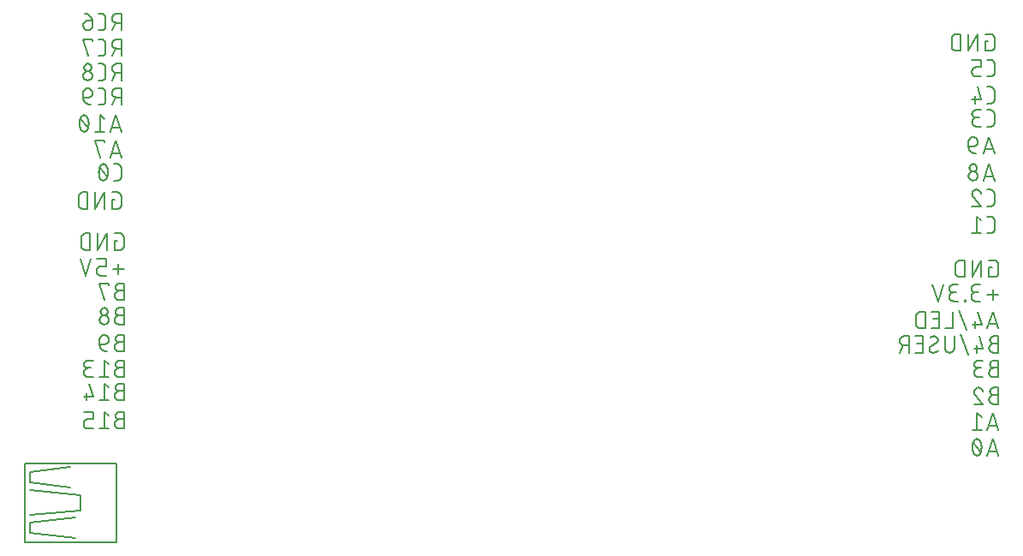
<source format=gbr>
G04 EAGLE Gerber RS-274X export*
G75*
%MOMM*%
%FSLAX34Y34*%
%LPD*%
%INSilkscreen Bottom*%
%IPPOS*%
%AMOC8*
5,1,8,0,0,1.08239X$1,22.5*%
G01*
%ADD10C,0.152400*%
%ADD11C,0.127000*%


D10*
X-46087Y123952D02*
X-42474Y123952D01*
X-42356Y123954D01*
X-42238Y123960D01*
X-42120Y123969D01*
X-42003Y123983D01*
X-41886Y124000D01*
X-41769Y124021D01*
X-41654Y124046D01*
X-41539Y124075D01*
X-41425Y124108D01*
X-41313Y124144D01*
X-41202Y124184D01*
X-41092Y124227D01*
X-40983Y124274D01*
X-40876Y124324D01*
X-40771Y124379D01*
X-40668Y124436D01*
X-40567Y124497D01*
X-40467Y124561D01*
X-40370Y124628D01*
X-40275Y124698D01*
X-40183Y124772D01*
X-40092Y124848D01*
X-40005Y124928D01*
X-39920Y125010D01*
X-39838Y125095D01*
X-39758Y125182D01*
X-39682Y125273D01*
X-39608Y125365D01*
X-39538Y125460D01*
X-39471Y125557D01*
X-39407Y125657D01*
X-39346Y125758D01*
X-39289Y125861D01*
X-39234Y125966D01*
X-39184Y126073D01*
X-39137Y126182D01*
X-39094Y126292D01*
X-39054Y126403D01*
X-39018Y126515D01*
X-38985Y126629D01*
X-38956Y126744D01*
X-38931Y126859D01*
X-38910Y126976D01*
X-38893Y127093D01*
X-38879Y127210D01*
X-38870Y127328D01*
X-38864Y127446D01*
X-38862Y127564D01*
X-38862Y136596D01*
X-38864Y136714D01*
X-38870Y136832D01*
X-38879Y136950D01*
X-38893Y137067D01*
X-38910Y137184D01*
X-38931Y137301D01*
X-38956Y137416D01*
X-38985Y137531D01*
X-39018Y137645D01*
X-39054Y137757D01*
X-39094Y137868D01*
X-39137Y137978D01*
X-39184Y138087D01*
X-39234Y138194D01*
X-39288Y138299D01*
X-39346Y138402D01*
X-39407Y138503D01*
X-39471Y138603D01*
X-39538Y138700D01*
X-39608Y138795D01*
X-39682Y138887D01*
X-39758Y138978D01*
X-39838Y139065D01*
X-39920Y139150D01*
X-40005Y139232D01*
X-40092Y139312D01*
X-40183Y139388D01*
X-40275Y139462D01*
X-40370Y139532D01*
X-40467Y139599D01*
X-40567Y139663D01*
X-40668Y139724D01*
X-40771Y139781D01*
X-40876Y139835D01*
X-40983Y139886D01*
X-41092Y139933D01*
X-41202Y139976D01*
X-41313Y140016D01*
X-41425Y140052D01*
X-41539Y140085D01*
X-41654Y140114D01*
X-41769Y140139D01*
X-41886Y140160D01*
X-42003Y140177D01*
X-42120Y140191D01*
X-42238Y140200D01*
X-42356Y140206D01*
X-42474Y140208D01*
X-46087Y140208D01*
X-51928Y123952D02*
X-57346Y123952D01*
X-57464Y123954D01*
X-57582Y123960D01*
X-57700Y123969D01*
X-57817Y123983D01*
X-57934Y124000D01*
X-58051Y124021D01*
X-58166Y124046D01*
X-58281Y124075D01*
X-58395Y124108D01*
X-58507Y124144D01*
X-58618Y124184D01*
X-58728Y124227D01*
X-58837Y124274D01*
X-58944Y124324D01*
X-59049Y124379D01*
X-59152Y124436D01*
X-59253Y124497D01*
X-59353Y124561D01*
X-59450Y124628D01*
X-59545Y124698D01*
X-59637Y124772D01*
X-59728Y124848D01*
X-59815Y124928D01*
X-59900Y125010D01*
X-59982Y125095D01*
X-60062Y125182D01*
X-60138Y125273D01*
X-60212Y125365D01*
X-60282Y125460D01*
X-60349Y125557D01*
X-60413Y125657D01*
X-60474Y125758D01*
X-60531Y125861D01*
X-60586Y125966D01*
X-60636Y126073D01*
X-60683Y126182D01*
X-60726Y126292D01*
X-60766Y126403D01*
X-60802Y126515D01*
X-60835Y126629D01*
X-60864Y126744D01*
X-60889Y126859D01*
X-60910Y126976D01*
X-60927Y127093D01*
X-60941Y127210D01*
X-60950Y127328D01*
X-60956Y127446D01*
X-60958Y127564D01*
X-60959Y127564D02*
X-60959Y129371D01*
X-60958Y129371D02*
X-60956Y129489D01*
X-60950Y129607D01*
X-60941Y129725D01*
X-60927Y129842D01*
X-60910Y129959D01*
X-60889Y130076D01*
X-60864Y130191D01*
X-60835Y130306D01*
X-60802Y130420D01*
X-60766Y130532D01*
X-60726Y130643D01*
X-60683Y130753D01*
X-60636Y130862D01*
X-60586Y130969D01*
X-60531Y131074D01*
X-60474Y131177D01*
X-60413Y131278D01*
X-60349Y131378D01*
X-60282Y131475D01*
X-60212Y131570D01*
X-60138Y131662D01*
X-60062Y131753D01*
X-59982Y131840D01*
X-59900Y131925D01*
X-59815Y132007D01*
X-59728Y132087D01*
X-59637Y132163D01*
X-59545Y132237D01*
X-59450Y132307D01*
X-59353Y132374D01*
X-59253Y132438D01*
X-59152Y132499D01*
X-59049Y132556D01*
X-58944Y132611D01*
X-58837Y132661D01*
X-58728Y132708D01*
X-58618Y132751D01*
X-58507Y132791D01*
X-58395Y132827D01*
X-58281Y132860D01*
X-58166Y132889D01*
X-58051Y132914D01*
X-57934Y132935D01*
X-57817Y132952D01*
X-57700Y132966D01*
X-57582Y132975D01*
X-57464Y132981D01*
X-57346Y132983D01*
X-51928Y132983D01*
X-51928Y140208D01*
X-60959Y140208D01*
X-46087Y97282D02*
X-42474Y97282D01*
X-42356Y97284D01*
X-42238Y97290D01*
X-42120Y97299D01*
X-42003Y97313D01*
X-41886Y97330D01*
X-41769Y97351D01*
X-41654Y97376D01*
X-41539Y97405D01*
X-41425Y97438D01*
X-41313Y97474D01*
X-41202Y97514D01*
X-41092Y97557D01*
X-40983Y97604D01*
X-40876Y97654D01*
X-40771Y97709D01*
X-40668Y97766D01*
X-40567Y97827D01*
X-40467Y97891D01*
X-40370Y97958D01*
X-40275Y98028D01*
X-40183Y98102D01*
X-40092Y98178D01*
X-40005Y98258D01*
X-39920Y98340D01*
X-39838Y98425D01*
X-39758Y98512D01*
X-39682Y98603D01*
X-39608Y98695D01*
X-39538Y98790D01*
X-39471Y98887D01*
X-39407Y98987D01*
X-39346Y99088D01*
X-39289Y99191D01*
X-39234Y99296D01*
X-39184Y99403D01*
X-39137Y99512D01*
X-39094Y99622D01*
X-39054Y99733D01*
X-39018Y99845D01*
X-38985Y99959D01*
X-38956Y100074D01*
X-38931Y100189D01*
X-38910Y100306D01*
X-38893Y100423D01*
X-38879Y100540D01*
X-38870Y100658D01*
X-38864Y100776D01*
X-38862Y100894D01*
X-38862Y109926D01*
X-38864Y110044D01*
X-38870Y110162D01*
X-38879Y110280D01*
X-38893Y110397D01*
X-38910Y110514D01*
X-38931Y110631D01*
X-38956Y110746D01*
X-38985Y110861D01*
X-39018Y110975D01*
X-39054Y111087D01*
X-39094Y111198D01*
X-39137Y111308D01*
X-39184Y111417D01*
X-39234Y111524D01*
X-39288Y111629D01*
X-39346Y111732D01*
X-39407Y111833D01*
X-39471Y111933D01*
X-39538Y112030D01*
X-39608Y112125D01*
X-39682Y112217D01*
X-39758Y112308D01*
X-39838Y112395D01*
X-39920Y112480D01*
X-40005Y112562D01*
X-40092Y112642D01*
X-40183Y112718D01*
X-40275Y112792D01*
X-40370Y112862D01*
X-40467Y112929D01*
X-40567Y112993D01*
X-40668Y113054D01*
X-40771Y113111D01*
X-40876Y113165D01*
X-40983Y113216D01*
X-41092Y113263D01*
X-41202Y113306D01*
X-41313Y113346D01*
X-41425Y113382D01*
X-41539Y113415D01*
X-41654Y113444D01*
X-41769Y113469D01*
X-41886Y113490D01*
X-42003Y113507D01*
X-42120Y113521D01*
X-42238Y113530D01*
X-42356Y113536D01*
X-42474Y113538D01*
X-46087Y113538D01*
X-55540Y113538D02*
X-51928Y100894D01*
X-60959Y100894D01*
X-58249Y97282D02*
X-58249Y104507D01*
X-46087Y74422D02*
X-42474Y74422D01*
X-42356Y74424D01*
X-42238Y74430D01*
X-42120Y74439D01*
X-42003Y74453D01*
X-41886Y74470D01*
X-41769Y74491D01*
X-41654Y74516D01*
X-41539Y74545D01*
X-41425Y74578D01*
X-41313Y74614D01*
X-41202Y74654D01*
X-41092Y74697D01*
X-40983Y74744D01*
X-40876Y74794D01*
X-40771Y74849D01*
X-40668Y74906D01*
X-40567Y74967D01*
X-40467Y75031D01*
X-40370Y75098D01*
X-40275Y75168D01*
X-40183Y75242D01*
X-40092Y75318D01*
X-40005Y75398D01*
X-39920Y75480D01*
X-39838Y75565D01*
X-39758Y75652D01*
X-39682Y75743D01*
X-39608Y75835D01*
X-39538Y75930D01*
X-39471Y76027D01*
X-39407Y76127D01*
X-39346Y76228D01*
X-39289Y76331D01*
X-39234Y76436D01*
X-39184Y76543D01*
X-39137Y76652D01*
X-39094Y76762D01*
X-39054Y76873D01*
X-39018Y76985D01*
X-38985Y77099D01*
X-38956Y77214D01*
X-38931Y77329D01*
X-38910Y77446D01*
X-38893Y77563D01*
X-38879Y77680D01*
X-38870Y77798D01*
X-38864Y77916D01*
X-38862Y78034D01*
X-38862Y87066D01*
X-38864Y87184D01*
X-38870Y87302D01*
X-38879Y87420D01*
X-38893Y87537D01*
X-38910Y87654D01*
X-38931Y87771D01*
X-38956Y87886D01*
X-38985Y88001D01*
X-39018Y88115D01*
X-39054Y88227D01*
X-39094Y88338D01*
X-39137Y88448D01*
X-39184Y88557D01*
X-39234Y88664D01*
X-39288Y88769D01*
X-39346Y88872D01*
X-39407Y88973D01*
X-39471Y89073D01*
X-39538Y89170D01*
X-39608Y89265D01*
X-39682Y89357D01*
X-39758Y89448D01*
X-39838Y89535D01*
X-39920Y89620D01*
X-40005Y89702D01*
X-40092Y89782D01*
X-40183Y89858D01*
X-40275Y89932D01*
X-40370Y90002D01*
X-40467Y90069D01*
X-40567Y90133D01*
X-40668Y90194D01*
X-40771Y90251D01*
X-40876Y90305D01*
X-40983Y90356D01*
X-41092Y90403D01*
X-41202Y90446D01*
X-41313Y90486D01*
X-41425Y90522D01*
X-41539Y90555D01*
X-41654Y90584D01*
X-41769Y90609D01*
X-41886Y90630D01*
X-42003Y90647D01*
X-42120Y90661D01*
X-42238Y90670D01*
X-42356Y90676D01*
X-42474Y90678D01*
X-46087Y90678D01*
X-51928Y74422D02*
X-56443Y74422D01*
X-56576Y74424D01*
X-56708Y74430D01*
X-56840Y74440D01*
X-56972Y74453D01*
X-57104Y74471D01*
X-57234Y74492D01*
X-57365Y74517D01*
X-57494Y74546D01*
X-57622Y74579D01*
X-57750Y74615D01*
X-57876Y74655D01*
X-58001Y74699D01*
X-58125Y74747D01*
X-58247Y74798D01*
X-58368Y74853D01*
X-58487Y74911D01*
X-58605Y74973D01*
X-58720Y75038D01*
X-58834Y75107D01*
X-58945Y75178D01*
X-59054Y75254D01*
X-59161Y75332D01*
X-59266Y75413D01*
X-59368Y75498D01*
X-59468Y75585D01*
X-59565Y75675D01*
X-59660Y75768D01*
X-59751Y75864D01*
X-59840Y75962D01*
X-59926Y76063D01*
X-60009Y76167D01*
X-60089Y76273D01*
X-60165Y76381D01*
X-60239Y76491D01*
X-60309Y76604D01*
X-60376Y76718D01*
X-60439Y76835D01*
X-60499Y76953D01*
X-60556Y77073D01*
X-60609Y77195D01*
X-60658Y77318D01*
X-60704Y77442D01*
X-60746Y77568D01*
X-60784Y77695D01*
X-60819Y77823D01*
X-60850Y77952D01*
X-60877Y78081D01*
X-60900Y78212D01*
X-60920Y78343D01*
X-60935Y78475D01*
X-60947Y78607D01*
X-60955Y78739D01*
X-60959Y78872D01*
X-60959Y79004D01*
X-60955Y79137D01*
X-60947Y79269D01*
X-60935Y79401D01*
X-60920Y79533D01*
X-60900Y79664D01*
X-60877Y79795D01*
X-60850Y79924D01*
X-60819Y80053D01*
X-60784Y80181D01*
X-60746Y80308D01*
X-60704Y80434D01*
X-60658Y80558D01*
X-60609Y80681D01*
X-60556Y80803D01*
X-60499Y80923D01*
X-60439Y81041D01*
X-60376Y81158D01*
X-60309Y81272D01*
X-60239Y81385D01*
X-60165Y81495D01*
X-60089Y81603D01*
X-60009Y81709D01*
X-59926Y81813D01*
X-59840Y81914D01*
X-59751Y82012D01*
X-59660Y82108D01*
X-59565Y82201D01*
X-59468Y82291D01*
X-59368Y82378D01*
X-59266Y82463D01*
X-59161Y82544D01*
X-59054Y82622D01*
X-58945Y82698D01*
X-58834Y82769D01*
X-58720Y82838D01*
X-58605Y82903D01*
X-58487Y82965D01*
X-58368Y83023D01*
X-58247Y83078D01*
X-58125Y83129D01*
X-58001Y83177D01*
X-57876Y83221D01*
X-57750Y83261D01*
X-57622Y83297D01*
X-57494Y83330D01*
X-57365Y83359D01*
X-57234Y83384D01*
X-57104Y83405D01*
X-56972Y83423D01*
X-56840Y83436D01*
X-56708Y83446D01*
X-56576Y83452D01*
X-56443Y83454D01*
X-57346Y90678D02*
X-51928Y90678D01*
X-57346Y90678D02*
X-57465Y90676D01*
X-57585Y90670D01*
X-57704Y90660D01*
X-57822Y90646D01*
X-57941Y90629D01*
X-58058Y90607D01*
X-58175Y90582D01*
X-58290Y90552D01*
X-58405Y90519D01*
X-58519Y90482D01*
X-58631Y90442D01*
X-58742Y90397D01*
X-58851Y90349D01*
X-58959Y90298D01*
X-59065Y90243D01*
X-59169Y90184D01*
X-59271Y90122D01*
X-59371Y90057D01*
X-59469Y89988D01*
X-59565Y89916D01*
X-59658Y89841D01*
X-59748Y89764D01*
X-59836Y89683D01*
X-59921Y89599D01*
X-60003Y89512D01*
X-60083Y89423D01*
X-60159Y89331D01*
X-60233Y89237D01*
X-60303Y89140D01*
X-60370Y89042D01*
X-60434Y88941D01*
X-60494Y88837D01*
X-60551Y88732D01*
X-60604Y88625D01*
X-60654Y88517D01*
X-60700Y88407D01*
X-60742Y88295D01*
X-60781Y88182D01*
X-60816Y88068D01*
X-60847Y87953D01*
X-60875Y87836D01*
X-60898Y87719D01*
X-60918Y87602D01*
X-60934Y87483D01*
X-60946Y87364D01*
X-60954Y87245D01*
X-60958Y87126D01*
X-60958Y87006D01*
X-60954Y86887D01*
X-60946Y86768D01*
X-60934Y86649D01*
X-60918Y86530D01*
X-60898Y86413D01*
X-60875Y86296D01*
X-60847Y86179D01*
X-60816Y86064D01*
X-60781Y85950D01*
X-60742Y85837D01*
X-60700Y85725D01*
X-60654Y85615D01*
X-60604Y85507D01*
X-60551Y85400D01*
X-60494Y85295D01*
X-60434Y85191D01*
X-60370Y85090D01*
X-60303Y84992D01*
X-60233Y84895D01*
X-60159Y84801D01*
X-60083Y84709D01*
X-60003Y84620D01*
X-59921Y84533D01*
X-59836Y84449D01*
X-59748Y84368D01*
X-59658Y84291D01*
X-59565Y84216D01*
X-59469Y84144D01*
X-59371Y84075D01*
X-59271Y84010D01*
X-59169Y83948D01*
X-59065Y83889D01*
X-58959Y83834D01*
X-58851Y83783D01*
X-58742Y83735D01*
X-58631Y83690D01*
X-58519Y83650D01*
X-58405Y83613D01*
X-58290Y83580D01*
X-58175Y83550D01*
X-58058Y83525D01*
X-57941Y83503D01*
X-57822Y83486D01*
X-57704Y83472D01*
X-57585Y83462D01*
X-57465Y83456D01*
X-57346Y83454D01*
X-57346Y83453D02*
X-53734Y83453D01*
X-44281Y64008D02*
X-38862Y47752D01*
X-49699Y47752D02*
X-44281Y64008D01*
X-48345Y51816D02*
X-40217Y51816D01*
X-59009Y54977D02*
X-64427Y54977D01*
X-59009Y54977D02*
X-58891Y54979D01*
X-58773Y54985D01*
X-58655Y54994D01*
X-58538Y55008D01*
X-58421Y55025D01*
X-58304Y55046D01*
X-58189Y55071D01*
X-58074Y55100D01*
X-57960Y55133D01*
X-57848Y55169D01*
X-57737Y55209D01*
X-57627Y55252D01*
X-57518Y55299D01*
X-57411Y55349D01*
X-57306Y55404D01*
X-57203Y55461D01*
X-57102Y55522D01*
X-57002Y55586D01*
X-56905Y55653D01*
X-56810Y55723D01*
X-56718Y55797D01*
X-56627Y55873D01*
X-56540Y55953D01*
X-56455Y56035D01*
X-56373Y56120D01*
X-56293Y56207D01*
X-56217Y56298D01*
X-56143Y56390D01*
X-56073Y56485D01*
X-56006Y56582D01*
X-55942Y56682D01*
X-55881Y56783D01*
X-55824Y56886D01*
X-55769Y56991D01*
X-55719Y57098D01*
X-55672Y57207D01*
X-55629Y57317D01*
X-55589Y57428D01*
X-55553Y57540D01*
X-55520Y57654D01*
X-55491Y57769D01*
X-55466Y57884D01*
X-55445Y58001D01*
X-55428Y58118D01*
X-55414Y58235D01*
X-55405Y58353D01*
X-55399Y58471D01*
X-55397Y58589D01*
X-55396Y58589D02*
X-55396Y59492D01*
X-55398Y59625D01*
X-55404Y59757D01*
X-55414Y59889D01*
X-55427Y60021D01*
X-55445Y60153D01*
X-55466Y60283D01*
X-55491Y60414D01*
X-55520Y60543D01*
X-55553Y60671D01*
X-55589Y60799D01*
X-55629Y60925D01*
X-55673Y61050D01*
X-55721Y61174D01*
X-55772Y61296D01*
X-55827Y61417D01*
X-55885Y61536D01*
X-55947Y61654D01*
X-56012Y61769D01*
X-56081Y61883D01*
X-56152Y61994D01*
X-56228Y62103D01*
X-56306Y62210D01*
X-56387Y62315D01*
X-56472Y62417D01*
X-56559Y62517D01*
X-56649Y62614D01*
X-56742Y62709D01*
X-56838Y62800D01*
X-56936Y62889D01*
X-57037Y62975D01*
X-57141Y63058D01*
X-57247Y63138D01*
X-57355Y63214D01*
X-57465Y63288D01*
X-57578Y63358D01*
X-57692Y63425D01*
X-57809Y63488D01*
X-57927Y63548D01*
X-58047Y63605D01*
X-58169Y63658D01*
X-58292Y63707D01*
X-58416Y63753D01*
X-58542Y63795D01*
X-58669Y63833D01*
X-58797Y63868D01*
X-58926Y63899D01*
X-59055Y63926D01*
X-59186Y63949D01*
X-59317Y63969D01*
X-59449Y63984D01*
X-59581Y63996D01*
X-59713Y64004D01*
X-59846Y64008D01*
X-59978Y64008D01*
X-60111Y64004D01*
X-60243Y63996D01*
X-60375Y63984D01*
X-60507Y63969D01*
X-60638Y63949D01*
X-60769Y63926D01*
X-60898Y63899D01*
X-61027Y63868D01*
X-61155Y63833D01*
X-61282Y63795D01*
X-61408Y63753D01*
X-61532Y63707D01*
X-61655Y63658D01*
X-61777Y63605D01*
X-61897Y63548D01*
X-62015Y63488D01*
X-62132Y63425D01*
X-62246Y63358D01*
X-62359Y63288D01*
X-62469Y63214D01*
X-62577Y63138D01*
X-62683Y63058D01*
X-62787Y62975D01*
X-62888Y62889D01*
X-62986Y62800D01*
X-63082Y62709D01*
X-63175Y62614D01*
X-63265Y62517D01*
X-63352Y62417D01*
X-63437Y62315D01*
X-63518Y62210D01*
X-63596Y62103D01*
X-63672Y61994D01*
X-63743Y61883D01*
X-63812Y61769D01*
X-63877Y61654D01*
X-63939Y61536D01*
X-63997Y61417D01*
X-64052Y61296D01*
X-64103Y61174D01*
X-64151Y61050D01*
X-64195Y60925D01*
X-64235Y60799D01*
X-64271Y60671D01*
X-64304Y60543D01*
X-64333Y60414D01*
X-64358Y60283D01*
X-64379Y60153D01*
X-64397Y60021D01*
X-64410Y59889D01*
X-64420Y59757D01*
X-64426Y59625D01*
X-64428Y59492D01*
X-64427Y59492D02*
X-64427Y54977D01*
X-64428Y54977D02*
X-64426Y54802D01*
X-64420Y54628D01*
X-64409Y54454D01*
X-64394Y54280D01*
X-64375Y54106D01*
X-64352Y53933D01*
X-64325Y53761D01*
X-64293Y53589D01*
X-64258Y53418D01*
X-64218Y53248D01*
X-64174Y53079D01*
X-64126Y52911D01*
X-64074Y52744D01*
X-64018Y52579D01*
X-63958Y52415D01*
X-63895Y52252D01*
X-63827Y52092D01*
X-63755Y51932D01*
X-63680Y51775D01*
X-63600Y51619D01*
X-63517Y51466D01*
X-63431Y51314D01*
X-63340Y51165D01*
X-63246Y51018D01*
X-63149Y50873D01*
X-63048Y50730D01*
X-62944Y50590D01*
X-62836Y50453D01*
X-62725Y50318D01*
X-62611Y50186D01*
X-62494Y50057D01*
X-62373Y49930D01*
X-62250Y49807D01*
X-62123Y49686D01*
X-61994Y49569D01*
X-61862Y49455D01*
X-61727Y49344D01*
X-61590Y49236D01*
X-61450Y49132D01*
X-61307Y49031D01*
X-61162Y48934D01*
X-61015Y48840D01*
X-60866Y48749D01*
X-60714Y48663D01*
X-60561Y48580D01*
X-60405Y48500D01*
X-60248Y48425D01*
X-60088Y48353D01*
X-59928Y48285D01*
X-59765Y48222D01*
X-59601Y48162D01*
X-59436Y48106D01*
X-59269Y48054D01*
X-59101Y48006D01*
X-58932Y47962D01*
X-58762Y47922D01*
X-58591Y47887D01*
X-58419Y47855D01*
X-58247Y47828D01*
X-58074Y47805D01*
X-57900Y47786D01*
X-57726Y47771D01*
X-57552Y47760D01*
X-57378Y47754D01*
X-57203Y47752D01*
X-44281Y37338D02*
X-38862Y21082D01*
X-49699Y21082D02*
X-44281Y37338D01*
X-48345Y25146D02*
X-40217Y25146D01*
X-55396Y25598D02*
X-55398Y25731D01*
X-55404Y25863D01*
X-55414Y25995D01*
X-55427Y26127D01*
X-55445Y26259D01*
X-55466Y26389D01*
X-55491Y26520D01*
X-55520Y26649D01*
X-55553Y26777D01*
X-55589Y26905D01*
X-55629Y27031D01*
X-55673Y27156D01*
X-55721Y27280D01*
X-55772Y27402D01*
X-55827Y27523D01*
X-55885Y27642D01*
X-55947Y27760D01*
X-56012Y27875D01*
X-56081Y27989D01*
X-56152Y28100D01*
X-56228Y28209D01*
X-56306Y28316D01*
X-56387Y28421D01*
X-56472Y28523D01*
X-56559Y28623D01*
X-56649Y28720D01*
X-56742Y28815D01*
X-56838Y28906D01*
X-56936Y28995D01*
X-57037Y29081D01*
X-57141Y29164D01*
X-57247Y29244D01*
X-57355Y29320D01*
X-57465Y29394D01*
X-57578Y29464D01*
X-57692Y29531D01*
X-57809Y29594D01*
X-57927Y29654D01*
X-58047Y29711D01*
X-58169Y29764D01*
X-58292Y29813D01*
X-58416Y29859D01*
X-58542Y29901D01*
X-58669Y29939D01*
X-58797Y29974D01*
X-58926Y30005D01*
X-59055Y30032D01*
X-59186Y30055D01*
X-59317Y30075D01*
X-59449Y30090D01*
X-59581Y30102D01*
X-59713Y30110D01*
X-59846Y30114D01*
X-59978Y30114D01*
X-60111Y30110D01*
X-60243Y30102D01*
X-60375Y30090D01*
X-60507Y30075D01*
X-60638Y30055D01*
X-60769Y30032D01*
X-60898Y30005D01*
X-61027Y29974D01*
X-61155Y29939D01*
X-61282Y29901D01*
X-61408Y29859D01*
X-61532Y29813D01*
X-61655Y29764D01*
X-61777Y29711D01*
X-61897Y29654D01*
X-62015Y29594D01*
X-62132Y29531D01*
X-62246Y29464D01*
X-62359Y29394D01*
X-62469Y29320D01*
X-62577Y29244D01*
X-62683Y29164D01*
X-62787Y29081D01*
X-62888Y28995D01*
X-62986Y28906D01*
X-63082Y28815D01*
X-63175Y28720D01*
X-63265Y28623D01*
X-63352Y28523D01*
X-63437Y28421D01*
X-63518Y28316D01*
X-63596Y28209D01*
X-63672Y28100D01*
X-63743Y27989D01*
X-63812Y27875D01*
X-63877Y27760D01*
X-63939Y27642D01*
X-63997Y27523D01*
X-64052Y27402D01*
X-64103Y27280D01*
X-64151Y27156D01*
X-64195Y27031D01*
X-64235Y26905D01*
X-64271Y26777D01*
X-64304Y26649D01*
X-64333Y26520D01*
X-64358Y26389D01*
X-64379Y26259D01*
X-64397Y26127D01*
X-64410Y25995D01*
X-64420Y25863D01*
X-64426Y25731D01*
X-64428Y25598D01*
X-64426Y25465D01*
X-64420Y25333D01*
X-64410Y25201D01*
X-64397Y25069D01*
X-64379Y24937D01*
X-64358Y24807D01*
X-64333Y24676D01*
X-64304Y24547D01*
X-64271Y24419D01*
X-64235Y24291D01*
X-64195Y24165D01*
X-64151Y24040D01*
X-64103Y23916D01*
X-64052Y23794D01*
X-63997Y23673D01*
X-63939Y23554D01*
X-63877Y23436D01*
X-63812Y23321D01*
X-63743Y23207D01*
X-63672Y23096D01*
X-63596Y22987D01*
X-63518Y22880D01*
X-63437Y22775D01*
X-63352Y22673D01*
X-63265Y22573D01*
X-63175Y22476D01*
X-63082Y22381D01*
X-62986Y22290D01*
X-62888Y22201D01*
X-62787Y22115D01*
X-62683Y22032D01*
X-62577Y21952D01*
X-62469Y21876D01*
X-62359Y21802D01*
X-62246Y21732D01*
X-62132Y21665D01*
X-62015Y21602D01*
X-61897Y21542D01*
X-61777Y21485D01*
X-61655Y21432D01*
X-61532Y21383D01*
X-61408Y21337D01*
X-61282Y21295D01*
X-61155Y21257D01*
X-61027Y21222D01*
X-60898Y21191D01*
X-60769Y21164D01*
X-60638Y21141D01*
X-60507Y21121D01*
X-60375Y21106D01*
X-60243Y21094D01*
X-60111Y21086D01*
X-59978Y21082D01*
X-59846Y21082D01*
X-59713Y21086D01*
X-59581Y21094D01*
X-59449Y21106D01*
X-59317Y21121D01*
X-59186Y21141D01*
X-59055Y21164D01*
X-58926Y21191D01*
X-58797Y21222D01*
X-58669Y21257D01*
X-58542Y21295D01*
X-58416Y21337D01*
X-58292Y21383D01*
X-58169Y21432D01*
X-58047Y21485D01*
X-57927Y21542D01*
X-57809Y21602D01*
X-57692Y21665D01*
X-57578Y21732D01*
X-57465Y21802D01*
X-57355Y21876D01*
X-57247Y21952D01*
X-57141Y22032D01*
X-57037Y22115D01*
X-56936Y22201D01*
X-56838Y22290D01*
X-56742Y22381D01*
X-56649Y22476D01*
X-56559Y22573D01*
X-56472Y22673D01*
X-56387Y22775D01*
X-56306Y22880D01*
X-56228Y22987D01*
X-56152Y23096D01*
X-56081Y23207D01*
X-56012Y23321D01*
X-55947Y23436D01*
X-55885Y23554D01*
X-55827Y23673D01*
X-55772Y23794D01*
X-55721Y23916D01*
X-55673Y24040D01*
X-55629Y24165D01*
X-55589Y24291D01*
X-55553Y24419D01*
X-55520Y24547D01*
X-55491Y24676D01*
X-55466Y24807D01*
X-55445Y24937D01*
X-55427Y25069D01*
X-55414Y25201D01*
X-55404Y25333D01*
X-55398Y25465D01*
X-55396Y25598D01*
X-56300Y33726D02*
X-56302Y33845D01*
X-56308Y33965D01*
X-56318Y34084D01*
X-56332Y34202D01*
X-56349Y34321D01*
X-56371Y34438D01*
X-56396Y34555D01*
X-56426Y34670D01*
X-56459Y34785D01*
X-56496Y34899D01*
X-56536Y35011D01*
X-56581Y35122D01*
X-56629Y35231D01*
X-56680Y35339D01*
X-56735Y35445D01*
X-56794Y35549D01*
X-56856Y35651D01*
X-56921Y35751D01*
X-56990Y35849D01*
X-57062Y35945D01*
X-57137Y36038D01*
X-57214Y36128D01*
X-57295Y36216D01*
X-57379Y36301D01*
X-57466Y36383D01*
X-57555Y36463D01*
X-57647Y36539D01*
X-57741Y36613D01*
X-57838Y36683D01*
X-57936Y36750D01*
X-58037Y36814D01*
X-58141Y36874D01*
X-58246Y36931D01*
X-58353Y36984D01*
X-58461Y37034D01*
X-58571Y37080D01*
X-58683Y37122D01*
X-58796Y37161D01*
X-58910Y37196D01*
X-59025Y37227D01*
X-59142Y37255D01*
X-59259Y37278D01*
X-59376Y37298D01*
X-59495Y37314D01*
X-59614Y37326D01*
X-59733Y37334D01*
X-59852Y37338D01*
X-59972Y37338D01*
X-60091Y37334D01*
X-60210Y37326D01*
X-60329Y37314D01*
X-60448Y37298D01*
X-60565Y37278D01*
X-60682Y37255D01*
X-60799Y37227D01*
X-60914Y37196D01*
X-61028Y37161D01*
X-61141Y37122D01*
X-61253Y37080D01*
X-61363Y37034D01*
X-61471Y36984D01*
X-61578Y36931D01*
X-61683Y36874D01*
X-61787Y36814D01*
X-61888Y36750D01*
X-61986Y36683D01*
X-62083Y36613D01*
X-62177Y36539D01*
X-62269Y36463D01*
X-62358Y36383D01*
X-62445Y36301D01*
X-62529Y36216D01*
X-62610Y36128D01*
X-62687Y36038D01*
X-62762Y35945D01*
X-62834Y35849D01*
X-62903Y35751D01*
X-62968Y35651D01*
X-63030Y35549D01*
X-63089Y35445D01*
X-63144Y35339D01*
X-63195Y35231D01*
X-63243Y35122D01*
X-63288Y35011D01*
X-63328Y34899D01*
X-63365Y34785D01*
X-63398Y34670D01*
X-63428Y34555D01*
X-63453Y34438D01*
X-63475Y34321D01*
X-63492Y34202D01*
X-63506Y34084D01*
X-63516Y33965D01*
X-63522Y33845D01*
X-63524Y33726D01*
X-63522Y33607D01*
X-63516Y33487D01*
X-63506Y33368D01*
X-63492Y33250D01*
X-63475Y33131D01*
X-63453Y33014D01*
X-63428Y32897D01*
X-63398Y32782D01*
X-63365Y32667D01*
X-63328Y32553D01*
X-63288Y32441D01*
X-63243Y32330D01*
X-63195Y32221D01*
X-63144Y32113D01*
X-63089Y32007D01*
X-63030Y31903D01*
X-62968Y31801D01*
X-62903Y31701D01*
X-62834Y31603D01*
X-62762Y31507D01*
X-62687Y31414D01*
X-62610Y31324D01*
X-62529Y31236D01*
X-62445Y31151D01*
X-62358Y31069D01*
X-62269Y30989D01*
X-62177Y30913D01*
X-62083Y30839D01*
X-61986Y30769D01*
X-61888Y30702D01*
X-61787Y30638D01*
X-61683Y30578D01*
X-61578Y30521D01*
X-61471Y30468D01*
X-61363Y30418D01*
X-61253Y30372D01*
X-61141Y30330D01*
X-61028Y30291D01*
X-60914Y30256D01*
X-60799Y30225D01*
X-60682Y30197D01*
X-60565Y30174D01*
X-60448Y30154D01*
X-60329Y30138D01*
X-60210Y30126D01*
X-60091Y30118D01*
X-59972Y30114D01*
X-59852Y30114D01*
X-59733Y30118D01*
X-59614Y30126D01*
X-59495Y30138D01*
X-59376Y30154D01*
X-59259Y30174D01*
X-59142Y30197D01*
X-59025Y30225D01*
X-58910Y30256D01*
X-58796Y30291D01*
X-58683Y30330D01*
X-58571Y30372D01*
X-58461Y30418D01*
X-58353Y30468D01*
X-58246Y30521D01*
X-58141Y30578D01*
X-58037Y30638D01*
X-57936Y30702D01*
X-57838Y30769D01*
X-57741Y30839D01*
X-57647Y30913D01*
X-57555Y30989D01*
X-57466Y31069D01*
X-57379Y31151D01*
X-57295Y31236D01*
X-57214Y31324D01*
X-57137Y31414D01*
X-57062Y31507D01*
X-56990Y31603D01*
X-56921Y31701D01*
X-56856Y31801D01*
X-56794Y31903D01*
X-56735Y32007D01*
X-56680Y32113D01*
X-56629Y32221D01*
X-56581Y32330D01*
X-56536Y32441D01*
X-56496Y32553D01*
X-56459Y32667D01*
X-56426Y32782D01*
X-56396Y32897D01*
X-56371Y33014D01*
X-56349Y33131D01*
X-56332Y33250D01*
X-56318Y33368D01*
X-56308Y33487D01*
X-56302Y33607D01*
X-56300Y33726D01*
X-46087Y-4318D02*
X-42474Y-4318D01*
X-42356Y-4316D01*
X-42238Y-4310D01*
X-42120Y-4301D01*
X-42003Y-4287D01*
X-41886Y-4270D01*
X-41769Y-4249D01*
X-41654Y-4224D01*
X-41539Y-4195D01*
X-41425Y-4162D01*
X-41313Y-4126D01*
X-41202Y-4086D01*
X-41092Y-4043D01*
X-40983Y-3996D01*
X-40876Y-3946D01*
X-40771Y-3891D01*
X-40668Y-3834D01*
X-40567Y-3773D01*
X-40467Y-3709D01*
X-40370Y-3642D01*
X-40275Y-3572D01*
X-40183Y-3498D01*
X-40092Y-3422D01*
X-40005Y-3342D01*
X-39920Y-3260D01*
X-39838Y-3175D01*
X-39758Y-3088D01*
X-39682Y-2997D01*
X-39608Y-2905D01*
X-39538Y-2810D01*
X-39471Y-2713D01*
X-39407Y-2613D01*
X-39346Y-2512D01*
X-39289Y-2409D01*
X-39234Y-2304D01*
X-39184Y-2197D01*
X-39137Y-2088D01*
X-39094Y-1978D01*
X-39054Y-1867D01*
X-39018Y-1755D01*
X-38985Y-1641D01*
X-38956Y-1526D01*
X-38931Y-1411D01*
X-38910Y-1294D01*
X-38893Y-1177D01*
X-38879Y-1060D01*
X-38870Y-942D01*
X-38864Y-824D01*
X-38862Y-706D01*
X-38862Y8326D01*
X-38864Y8444D01*
X-38870Y8562D01*
X-38879Y8680D01*
X-38893Y8797D01*
X-38910Y8914D01*
X-38931Y9031D01*
X-38956Y9146D01*
X-38985Y9261D01*
X-39018Y9375D01*
X-39054Y9487D01*
X-39094Y9598D01*
X-39137Y9708D01*
X-39184Y9817D01*
X-39234Y9924D01*
X-39288Y10029D01*
X-39346Y10132D01*
X-39407Y10233D01*
X-39471Y10333D01*
X-39538Y10430D01*
X-39608Y10525D01*
X-39682Y10617D01*
X-39758Y10708D01*
X-39838Y10795D01*
X-39920Y10880D01*
X-40005Y10962D01*
X-40092Y11042D01*
X-40183Y11118D01*
X-40275Y11192D01*
X-40370Y11262D01*
X-40467Y11329D01*
X-40567Y11393D01*
X-40668Y11454D01*
X-40771Y11511D01*
X-40876Y11565D01*
X-40983Y11616D01*
X-41092Y11663D01*
X-41202Y11706D01*
X-41313Y11746D01*
X-41425Y11782D01*
X-41539Y11815D01*
X-41654Y11844D01*
X-41769Y11869D01*
X-41886Y11890D01*
X-42003Y11907D01*
X-42120Y11921D01*
X-42238Y11930D01*
X-42356Y11936D01*
X-42474Y11938D01*
X-46087Y11938D01*
X-56895Y11938D02*
X-57020Y11936D01*
X-57145Y11930D01*
X-57270Y11921D01*
X-57394Y11907D01*
X-57518Y11890D01*
X-57642Y11869D01*
X-57764Y11844D01*
X-57886Y11815D01*
X-58007Y11783D01*
X-58127Y11747D01*
X-58246Y11707D01*
X-58363Y11664D01*
X-58479Y11617D01*
X-58594Y11566D01*
X-58706Y11512D01*
X-58818Y11454D01*
X-58927Y11394D01*
X-59034Y11329D01*
X-59140Y11262D01*
X-59243Y11191D01*
X-59344Y11117D01*
X-59443Y11040D01*
X-59539Y10960D01*
X-59633Y10877D01*
X-59724Y10792D01*
X-59813Y10703D01*
X-59898Y10612D01*
X-59981Y10518D01*
X-60061Y10422D01*
X-60138Y10323D01*
X-60212Y10222D01*
X-60283Y10119D01*
X-60350Y10013D01*
X-60415Y9906D01*
X-60475Y9797D01*
X-60533Y9685D01*
X-60587Y9573D01*
X-60638Y9458D01*
X-60685Y9342D01*
X-60728Y9225D01*
X-60768Y9106D01*
X-60804Y8986D01*
X-60836Y8865D01*
X-60865Y8743D01*
X-60890Y8621D01*
X-60911Y8497D01*
X-60928Y8373D01*
X-60942Y8249D01*
X-60951Y8124D01*
X-60957Y7999D01*
X-60959Y7874D01*
X-56895Y11938D02*
X-56752Y11936D01*
X-56610Y11930D01*
X-56467Y11920D01*
X-56325Y11907D01*
X-56184Y11889D01*
X-56042Y11868D01*
X-55902Y11843D01*
X-55762Y11814D01*
X-55623Y11781D01*
X-55485Y11744D01*
X-55348Y11704D01*
X-55213Y11660D01*
X-55078Y11612D01*
X-54945Y11560D01*
X-54813Y11505D01*
X-54683Y11446D01*
X-54555Y11384D01*
X-54428Y11318D01*
X-54303Y11249D01*
X-54180Y11177D01*
X-54060Y11101D01*
X-53941Y11022D01*
X-53824Y10939D01*
X-53710Y10854D01*
X-53598Y10765D01*
X-53489Y10674D01*
X-53382Y10579D01*
X-53277Y10482D01*
X-53176Y10381D01*
X-53077Y10278D01*
X-52981Y10173D01*
X-52888Y10064D01*
X-52798Y9953D01*
X-52711Y9840D01*
X-52627Y9725D01*
X-52547Y9607D01*
X-52469Y9487D01*
X-52395Y9365D01*
X-52325Y9241D01*
X-52257Y9115D01*
X-52194Y8987D01*
X-52133Y8858D01*
X-52076Y8727D01*
X-52023Y8595D01*
X-51974Y8461D01*
X-51928Y8326D01*
X-59603Y4713D02*
X-59697Y4805D01*
X-59787Y4899D01*
X-59875Y4996D01*
X-59960Y5096D01*
X-60042Y5198D01*
X-60121Y5303D01*
X-60196Y5410D01*
X-60268Y5519D01*
X-60337Y5630D01*
X-60403Y5744D01*
X-60465Y5859D01*
X-60524Y5976D01*
X-60579Y6095D01*
X-60630Y6215D01*
X-60678Y6337D01*
X-60723Y6460D01*
X-60763Y6584D01*
X-60800Y6710D01*
X-60833Y6837D01*
X-60862Y6964D01*
X-60888Y7093D01*
X-60909Y7222D01*
X-60927Y7352D01*
X-60940Y7482D01*
X-60950Y7612D01*
X-60956Y7743D01*
X-60958Y7874D01*
X-59604Y4713D02*
X-51928Y-4318D01*
X-60959Y-4318D01*
X-46087Y-30988D02*
X-42474Y-30988D01*
X-42356Y-30986D01*
X-42238Y-30980D01*
X-42120Y-30971D01*
X-42003Y-30957D01*
X-41886Y-30940D01*
X-41769Y-30919D01*
X-41654Y-30894D01*
X-41539Y-30865D01*
X-41425Y-30832D01*
X-41313Y-30796D01*
X-41202Y-30756D01*
X-41092Y-30713D01*
X-40983Y-30666D01*
X-40876Y-30616D01*
X-40771Y-30561D01*
X-40668Y-30504D01*
X-40567Y-30443D01*
X-40467Y-30379D01*
X-40370Y-30312D01*
X-40275Y-30242D01*
X-40183Y-30168D01*
X-40092Y-30092D01*
X-40005Y-30012D01*
X-39920Y-29930D01*
X-39838Y-29845D01*
X-39758Y-29758D01*
X-39682Y-29667D01*
X-39608Y-29575D01*
X-39538Y-29480D01*
X-39471Y-29383D01*
X-39407Y-29283D01*
X-39346Y-29182D01*
X-39289Y-29079D01*
X-39234Y-28974D01*
X-39184Y-28867D01*
X-39137Y-28758D01*
X-39094Y-28648D01*
X-39054Y-28537D01*
X-39018Y-28425D01*
X-38985Y-28311D01*
X-38956Y-28196D01*
X-38931Y-28081D01*
X-38910Y-27964D01*
X-38893Y-27847D01*
X-38879Y-27730D01*
X-38870Y-27612D01*
X-38864Y-27494D01*
X-38862Y-27376D01*
X-38862Y-18344D01*
X-38864Y-18226D01*
X-38870Y-18108D01*
X-38879Y-17990D01*
X-38893Y-17872D01*
X-38910Y-17755D01*
X-38931Y-17639D01*
X-38956Y-17524D01*
X-38985Y-17409D01*
X-39018Y-17295D01*
X-39054Y-17183D01*
X-39094Y-17071D01*
X-39137Y-16961D01*
X-39184Y-16853D01*
X-39235Y-16746D01*
X-39289Y-16641D01*
X-39346Y-16538D01*
X-39407Y-16436D01*
X-39471Y-16337D01*
X-39538Y-16240D01*
X-39609Y-16145D01*
X-39682Y-16052D01*
X-39759Y-15962D01*
X-39838Y-15874D01*
X-39920Y-15789D01*
X-40005Y-15707D01*
X-40093Y-15628D01*
X-40183Y-15551D01*
X-40276Y-15478D01*
X-40370Y-15407D01*
X-40468Y-15340D01*
X-40567Y-15276D01*
X-40668Y-15215D01*
X-40772Y-15158D01*
X-40877Y-15104D01*
X-40984Y-15053D01*
X-41092Y-15006D01*
X-41202Y-14963D01*
X-41314Y-14923D01*
X-41426Y-14887D01*
X-41540Y-14854D01*
X-41655Y-14825D01*
X-41770Y-14800D01*
X-41886Y-14779D01*
X-42003Y-14762D01*
X-42121Y-14748D01*
X-42239Y-14739D01*
X-42357Y-14733D01*
X-42475Y-14731D01*
X-42474Y-14732D02*
X-46087Y-14732D01*
X-51928Y-18344D02*
X-56443Y-14732D01*
X-56443Y-30988D01*
X-51928Y-30988D02*
X-60959Y-30988D01*
X-47893Y158383D02*
X-45184Y158383D01*
X-47893Y158383D02*
X-47893Y149352D01*
X-42474Y149352D01*
X-42356Y149354D01*
X-42238Y149360D01*
X-42120Y149369D01*
X-42003Y149383D01*
X-41886Y149400D01*
X-41769Y149421D01*
X-41654Y149446D01*
X-41539Y149475D01*
X-41425Y149508D01*
X-41313Y149544D01*
X-41202Y149584D01*
X-41092Y149627D01*
X-40983Y149674D01*
X-40876Y149724D01*
X-40771Y149779D01*
X-40668Y149836D01*
X-40567Y149897D01*
X-40467Y149961D01*
X-40370Y150028D01*
X-40275Y150098D01*
X-40183Y150172D01*
X-40092Y150248D01*
X-40005Y150328D01*
X-39920Y150410D01*
X-39838Y150495D01*
X-39758Y150582D01*
X-39682Y150673D01*
X-39608Y150765D01*
X-39538Y150860D01*
X-39471Y150957D01*
X-39407Y151057D01*
X-39346Y151158D01*
X-39289Y151261D01*
X-39234Y151366D01*
X-39184Y151473D01*
X-39137Y151582D01*
X-39094Y151692D01*
X-39054Y151803D01*
X-39018Y151915D01*
X-38985Y152029D01*
X-38956Y152144D01*
X-38931Y152259D01*
X-38910Y152376D01*
X-38893Y152493D01*
X-38879Y152610D01*
X-38870Y152728D01*
X-38864Y152846D01*
X-38862Y152964D01*
X-38862Y161996D01*
X-38864Y162114D01*
X-38870Y162232D01*
X-38879Y162350D01*
X-38893Y162467D01*
X-38910Y162584D01*
X-38931Y162701D01*
X-38956Y162816D01*
X-38985Y162931D01*
X-39018Y163045D01*
X-39054Y163157D01*
X-39094Y163268D01*
X-39137Y163378D01*
X-39184Y163487D01*
X-39234Y163594D01*
X-39288Y163699D01*
X-39346Y163802D01*
X-39407Y163903D01*
X-39471Y164003D01*
X-39538Y164100D01*
X-39608Y164195D01*
X-39682Y164287D01*
X-39758Y164378D01*
X-39838Y164465D01*
X-39920Y164550D01*
X-40005Y164632D01*
X-40092Y164712D01*
X-40183Y164788D01*
X-40275Y164862D01*
X-40370Y164932D01*
X-40467Y164999D01*
X-40567Y165063D01*
X-40668Y165124D01*
X-40771Y165181D01*
X-40876Y165235D01*
X-40983Y165286D01*
X-41092Y165333D01*
X-41202Y165376D01*
X-41313Y165416D01*
X-41425Y165452D01*
X-41539Y165485D01*
X-41654Y165514D01*
X-41769Y165539D01*
X-41886Y165560D01*
X-42003Y165577D01*
X-42120Y165591D01*
X-42238Y165600D01*
X-42356Y165606D01*
X-42474Y165608D01*
X-47893Y165608D01*
X-55535Y165608D02*
X-55535Y149352D01*
X-64566Y149352D02*
X-55535Y165608D01*
X-64566Y165608D02*
X-64566Y149352D01*
X-72209Y149352D02*
X-72209Y165608D01*
X-76724Y165608D01*
X-76855Y165606D01*
X-76987Y165600D01*
X-77118Y165591D01*
X-77248Y165577D01*
X-77379Y165560D01*
X-77508Y165539D01*
X-77637Y165515D01*
X-77765Y165486D01*
X-77893Y165454D01*
X-78019Y165418D01*
X-78144Y165379D01*
X-78269Y165336D01*
X-78391Y165289D01*
X-78513Y165239D01*
X-78633Y165185D01*
X-78751Y165128D01*
X-78867Y165067D01*
X-78982Y165003D01*
X-79095Y164936D01*
X-79206Y164865D01*
X-79314Y164791D01*
X-79421Y164714D01*
X-79525Y164634D01*
X-79627Y164551D01*
X-79726Y164466D01*
X-79823Y164377D01*
X-79917Y164285D01*
X-80009Y164191D01*
X-80098Y164094D01*
X-80183Y163995D01*
X-80266Y163893D01*
X-80346Y163789D01*
X-80423Y163682D01*
X-80497Y163574D01*
X-80568Y163463D01*
X-80635Y163350D01*
X-80699Y163235D01*
X-80760Y163119D01*
X-80817Y163001D01*
X-80871Y162881D01*
X-80921Y162759D01*
X-80968Y162637D01*
X-81011Y162512D01*
X-81050Y162387D01*
X-81086Y162261D01*
X-81118Y162133D01*
X-81147Y162005D01*
X-81171Y161876D01*
X-81192Y161747D01*
X-81209Y161616D01*
X-81223Y161486D01*
X-81232Y161355D01*
X-81238Y161223D01*
X-81240Y161092D01*
X-81240Y153868D01*
X-81238Y153737D01*
X-81232Y153605D01*
X-81223Y153474D01*
X-81209Y153344D01*
X-81192Y153213D01*
X-81171Y153084D01*
X-81147Y152955D01*
X-81118Y152827D01*
X-81086Y152699D01*
X-81050Y152573D01*
X-81011Y152448D01*
X-80968Y152323D01*
X-80921Y152201D01*
X-80871Y152079D01*
X-80817Y151959D01*
X-80760Y151841D01*
X-80699Y151725D01*
X-80635Y151610D01*
X-80568Y151497D01*
X-80497Y151386D01*
X-80423Y151278D01*
X-80346Y151171D01*
X-80266Y151067D01*
X-80183Y150965D01*
X-80098Y150866D01*
X-80009Y150769D01*
X-79917Y150675D01*
X-79823Y150583D01*
X-79726Y150494D01*
X-79627Y150409D01*
X-79525Y150326D01*
X-79421Y150246D01*
X-79314Y150169D01*
X-79206Y150095D01*
X-79095Y150024D01*
X-78982Y149957D01*
X-78867Y149893D01*
X-78751Y149832D01*
X-78633Y149775D01*
X-78513Y149721D01*
X-78391Y149671D01*
X-78269Y149624D01*
X-78144Y149581D01*
X-78019Y149542D01*
X-77893Y149506D01*
X-77765Y149474D01*
X-77637Y149445D01*
X-77508Y149421D01*
X-77378Y149400D01*
X-77248Y149383D01*
X-77118Y149369D01*
X-76987Y149360D01*
X-76855Y149354D01*
X-76724Y149352D01*
X-72209Y149352D01*
X-39568Y-164197D02*
X-35052Y-164197D01*
X-39568Y-164196D02*
X-39701Y-164198D01*
X-39833Y-164204D01*
X-39965Y-164214D01*
X-40097Y-164227D01*
X-40229Y-164245D01*
X-40359Y-164266D01*
X-40490Y-164291D01*
X-40619Y-164320D01*
X-40747Y-164353D01*
X-40875Y-164389D01*
X-41001Y-164429D01*
X-41126Y-164473D01*
X-41250Y-164521D01*
X-41372Y-164572D01*
X-41493Y-164627D01*
X-41612Y-164685D01*
X-41730Y-164747D01*
X-41845Y-164812D01*
X-41959Y-164881D01*
X-42070Y-164952D01*
X-42179Y-165028D01*
X-42286Y-165106D01*
X-42391Y-165187D01*
X-42493Y-165272D01*
X-42593Y-165359D01*
X-42690Y-165449D01*
X-42785Y-165542D01*
X-42876Y-165638D01*
X-42965Y-165736D01*
X-43051Y-165837D01*
X-43134Y-165941D01*
X-43214Y-166047D01*
X-43290Y-166155D01*
X-43364Y-166265D01*
X-43434Y-166378D01*
X-43501Y-166492D01*
X-43564Y-166609D01*
X-43624Y-166727D01*
X-43681Y-166847D01*
X-43734Y-166969D01*
X-43783Y-167092D01*
X-43829Y-167216D01*
X-43871Y-167342D01*
X-43909Y-167469D01*
X-43944Y-167597D01*
X-43975Y-167726D01*
X-44002Y-167855D01*
X-44025Y-167986D01*
X-44045Y-168117D01*
X-44060Y-168249D01*
X-44072Y-168381D01*
X-44080Y-168513D01*
X-44084Y-168646D01*
X-44084Y-168778D01*
X-44080Y-168911D01*
X-44072Y-169043D01*
X-44060Y-169175D01*
X-44045Y-169307D01*
X-44025Y-169438D01*
X-44002Y-169569D01*
X-43975Y-169698D01*
X-43944Y-169827D01*
X-43909Y-169955D01*
X-43871Y-170082D01*
X-43829Y-170208D01*
X-43783Y-170332D01*
X-43734Y-170455D01*
X-43681Y-170577D01*
X-43624Y-170697D01*
X-43564Y-170815D01*
X-43501Y-170932D01*
X-43434Y-171046D01*
X-43364Y-171159D01*
X-43290Y-171269D01*
X-43214Y-171377D01*
X-43134Y-171483D01*
X-43051Y-171587D01*
X-42965Y-171688D01*
X-42876Y-171786D01*
X-42785Y-171882D01*
X-42690Y-171975D01*
X-42593Y-172065D01*
X-42493Y-172152D01*
X-42391Y-172237D01*
X-42286Y-172318D01*
X-42179Y-172396D01*
X-42070Y-172472D01*
X-41959Y-172543D01*
X-41845Y-172612D01*
X-41730Y-172677D01*
X-41612Y-172739D01*
X-41493Y-172797D01*
X-41372Y-172852D01*
X-41250Y-172903D01*
X-41126Y-172951D01*
X-41001Y-172995D01*
X-40875Y-173035D01*
X-40747Y-173071D01*
X-40619Y-173104D01*
X-40490Y-173133D01*
X-40359Y-173158D01*
X-40229Y-173179D01*
X-40097Y-173197D01*
X-39965Y-173210D01*
X-39833Y-173220D01*
X-39701Y-173226D01*
X-39568Y-173228D01*
X-35052Y-173228D01*
X-35052Y-156972D01*
X-39568Y-156972D01*
X-39687Y-156974D01*
X-39807Y-156980D01*
X-39926Y-156990D01*
X-40044Y-157004D01*
X-40163Y-157021D01*
X-40280Y-157043D01*
X-40397Y-157068D01*
X-40512Y-157098D01*
X-40627Y-157131D01*
X-40741Y-157168D01*
X-40853Y-157208D01*
X-40964Y-157253D01*
X-41073Y-157301D01*
X-41181Y-157352D01*
X-41287Y-157407D01*
X-41391Y-157466D01*
X-41493Y-157528D01*
X-41593Y-157593D01*
X-41691Y-157662D01*
X-41787Y-157734D01*
X-41880Y-157809D01*
X-41970Y-157886D01*
X-42058Y-157967D01*
X-42143Y-158051D01*
X-42225Y-158138D01*
X-42305Y-158227D01*
X-42381Y-158319D01*
X-42455Y-158413D01*
X-42525Y-158510D01*
X-42592Y-158608D01*
X-42656Y-158709D01*
X-42716Y-158813D01*
X-42773Y-158918D01*
X-42826Y-159025D01*
X-42876Y-159133D01*
X-42922Y-159243D01*
X-42964Y-159355D01*
X-43003Y-159468D01*
X-43038Y-159582D01*
X-43069Y-159697D01*
X-43097Y-159814D01*
X-43120Y-159931D01*
X-43140Y-160048D01*
X-43156Y-160167D01*
X-43168Y-160286D01*
X-43176Y-160405D01*
X-43180Y-160524D01*
X-43180Y-160644D01*
X-43176Y-160763D01*
X-43168Y-160882D01*
X-43156Y-161001D01*
X-43140Y-161120D01*
X-43120Y-161237D01*
X-43097Y-161354D01*
X-43069Y-161471D01*
X-43038Y-161586D01*
X-43003Y-161700D01*
X-42964Y-161813D01*
X-42922Y-161925D01*
X-42876Y-162035D01*
X-42826Y-162143D01*
X-42773Y-162250D01*
X-42716Y-162355D01*
X-42656Y-162459D01*
X-42592Y-162560D01*
X-42525Y-162658D01*
X-42455Y-162755D01*
X-42381Y-162849D01*
X-42305Y-162941D01*
X-42225Y-163030D01*
X-42143Y-163117D01*
X-42058Y-163201D01*
X-41970Y-163282D01*
X-41880Y-163359D01*
X-41787Y-163434D01*
X-41691Y-163506D01*
X-41593Y-163575D01*
X-41493Y-163640D01*
X-41391Y-163702D01*
X-41287Y-163761D01*
X-41181Y-163816D01*
X-41073Y-163867D01*
X-40964Y-163915D01*
X-40853Y-163960D01*
X-40741Y-164000D01*
X-40627Y-164037D01*
X-40512Y-164070D01*
X-40397Y-164100D01*
X-40280Y-164125D01*
X-40163Y-164147D01*
X-40044Y-164164D01*
X-39926Y-164178D01*
X-39807Y-164188D01*
X-39687Y-164194D01*
X-39568Y-164196D01*
X-49951Y-173228D02*
X-54467Y-173228D01*
X-54600Y-173226D01*
X-54732Y-173220D01*
X-54864Y-173210D01*
X-54996Y-173197D01*
X-55128Y-173179D01*
X-55258Y-173158D01*
X-55389Y-173133D01*
X-55518Y-173104D01*
X-55646Y-173071D01*
X-55774Y-173035D01*
X-55900Y-172995D01*
X-56025Y-172951D01*
X-56149Y-172903D01*
X-56271Y-172852D01*
X-56392Y-172797D01*
X-56511Y-172739D01*
X-56629Y-172677D01*
X-56744Y-172612D01*
X-56858Y-172543D01*
X-56969Y-172472D01*
X-57078Y-172396D01*
X-57185Y-172318D01*
X-57290Y-172237D01*
X-57392Y-172152D01*
X-57492Y-172065D01*
X-57589Y-171975D01*
X-57684Y-171882D01*
X-57775Y-171786D01*
X-57864Y-171688D01*
X-57950Y-171587D01*
X-58033Y-171483D01*
X-58113Y-171377D01*
X-58189Y-171269D01*
X-58263Y-171159D01*
X-58333Y-171046D01*
X-58400Y-170932D01*
X-58463Y-170815D01*
X-58523Y-170697D01*
X-58580Y-170577D01*
X-58633Y-170455D01*
X-58682Y-170332D01*
X-58728Y-170208D01*
X-58770Y-170082D01*
X-58808Y-169955D01*
X-58843Y-169827D01*
X-58874Y-169698D01*
X-58901Y-169569D01*
X-58924Y-169438D01*
X-58944Y-169307D01*
X-58959Y-169175D01*
X-58971Y-169043D01*
X-58979Y-168911D01*
X-58983Y-168778D01*
X-58983Y-168646D01*
X-58979Y-168513D01*
X-58971Y-168381D01*
X-58959Y-168249D01*
X-58944Y-168117D01*
X-58924Y-167986D01*
X-58901Y-167855D01*
X-58874Y-167726D01*
X-58843Y-167597D01*
X-58808Y-167469D01*
X-58770Y-167342D01*
X-58728Y-167216D01*
X-58682Y-167092D01*
X-58633Y-166969D01*
X-58580Y-166847D01*
X-58523Y-166727D01*
X-58463Y-166609D01*
X-58400Y-166492D01*
X-58333Y-166378D01*
X-58263Y-166265D01*
X-58189Y-166155D01*
X-58113Y-166047D01*
X-58033Y-165941D01*
X-57950Y-165837D01*
X-57864Y-165736D01*
X-57775Y-165638D01*
X-57684Y-165542D01*
X-57589Y-165449D01*
X-57492Y-165359D01*
X-57392Y-165272D01*
X-57290Y-165187D01*
X-57185Y-165106D01*
X-57078Y-165028D01*
X-56969Y-164952D01*
X-56858Y-164881D01*
X-56744Y-164812D01*
X-56629Y-164747D01*
X-56511Y-164685D01*
X-56392Y-164627D01*
X-56271Y-164572D01*
X-56149Y-164521D01*
X-56025Y-164473D01*
X-55900Y-164429D01*
X-55774Y-164389D01*
X-55646Y-164353D01*
X-55518Y-164320D01*
X-55389Y-164291D01*
X-55258Y-164266D01*
X-55128Y-164245D01*
X-54996Y-164227D01*
X-54864Y-164214D01*
X-54732Y-164204D01*
X-54600Y-164198D01*
X-54467Y-164196D01*
X-55370Y-156972D02*
X-49951Y-156972D01*
X-55370Y-156972D02*
X-55489Y-156974D01*
X-55609Y-156980D01*
X-55728Y-156990D01*
X-55846Y-157004D01*
X-55965Y-157021D01*
X-56082Y-157043D01*
X-56199Y-157068D01*
X-56314Y-157098D01*
X-56429Y-157131D01*
X-56543Y-157168D01*
X-56655Y-157208D01*
X-56766Y-157253D01*
X-56875Y-157301D01*
X-56983Y-157352D01*
X-57089Y-157407D01*
X-57193Y-157466D01*
X-57295Y-157528D01*
X-57395Y-157593D01*
X-57493Y-157662D01*
X-57589Y-157734D01*
X-57682Y-157809D01*
X-57772Y-157886D01*
X-57860Y-157967D01*
X-57945Y-158051D01*
X-58027Y-158138D01*
X-58107Y-158227D01*
X-58183Y-158319D01*
X-58257Y-158413D01*
X-58327Y-158510D01*
X-58394Y-158608D01*
X-58458Y-158709D01*
X-58518Y-158813D01*
X-58575Y-158918D01*
X-58628Y-159025D01*
X-58678Y-159133D01*
X-58724Y-159243D01*
X-58766Y-159355D01*
X-58805Y-159468D01*
X-58840Y-159582D01*
X-58871Y-159697D01*
X-58899Y-159814D01*
X-58922Y-159931D01*
X-58942Y-160048D01*
X-58958Y-160167D01*
X-58970Y-160286D01*
X-58978Y-160405D01*
X-58982Y-160524D01*
X-58982Y-160644D01*
X-58978Y-160763D01*
X-58970Y-160882D01*
X-58958Y-161001D01*
X-58942Y-161120D01*
X-58922Y-161237D01*
X-58899Y-161354D01*
X-58871Y-161471D01*
X-58840Y-161586D01*
X-58805Y-161700D01*
X-58766Y-161813D01*
X-58724Y-161925D01*
X-58678Y-162035D01*
X-58628Y-162143D01*
X-58575Y-162250D01*
X-58518Y-162355D01*
X-58458Y-162459D01*
X-58394Y-162560D01*
X-58327Y-162658D01*
X-58257Y-162755D01*
X-58183Y-162849D01*
X-58107Y-162941D01*
X-58027Y-163030D01*
X-57945Y-163117D01*
X-57860Y-163201D01*
X-57772Y-163282D01*
X-57682Y-163359D01*
X-57589Y-163434D01*
X-57493Y-163506D01*
X-57395Y-163575D01*
X-57295Y-163640D01*
X-57193Y-163702D01*
X-57089Y-163761D01*
X-56983Y-163816D01*
X-56875Y-163867D01*
X-56766Y-163915D01*
X-56655Y-163960D01*
X-56543Y-164000D01*
X-56429Y-164037D01*
X-56314Y-164070D01*
X-56199Y-164100D01*
X-56082Y-164125D01*
X-55965Y-164147D01*
X-55846Y-164164D01*
X-55728Y-164178D01*
X-55609Y-164188D01*
X-55489Y-164194D01*
X-55370Y-164196D01*
X-55370Y-164197D02*
X-51757Y-164197D01*
X-39568Y-190867D02*
X-35052Y-190867D01*
X-39568Y-190866D02*
X-39701Y-190868D01*
X-39833Y-190874D01*
X-39965Y-190884D01*
X-40097Y-190897D01*
X-40229Y-190915D01*
X-40359Y-190936D01*
X-40490Y-190961D01*
X-40619Y-190990D01*
X-40747Y-191023D01*
X-40875Y-191059D01*
X-41001Y-191099D01*
X-41126Y-191143D01*
X-41250Y-191191D01*
X-41372Y-191242D01*
X-41493Y-191297D01*
X-41612Y-191355D01*
X-41730Y-191417D01*
X-41845Y-191482D01*
X-41959Y-191551D01*
X-42070Y-191622D01*
X-42179Y-191698D01*
X-42286Y-191776D01*
X-42391Y-191857D01*
X-42493Y-191942D01*
X-42593Y-192029D01*
X-42690Y-192119D01*
X-42785Y-192212D01*
X-42876Y-192308D01*
X-42965Y-192406D01*
X-43051Y-192507D01*
X-43134Y-192611D01*
X-43214Y-192717D01*
X-43290Y-192825D01*
X-43364Y-192935D01*
X-43434Y-193048D01*
X-43501Y-193162D01*
X-43564Y-193279D01*
X-43624Y-193397D01*
X-43681Y-193517D01*
X-43734Y-193639D01*
X-43783Y-193762D01*
X-43829Y-193886D01*
X-43871Y-194012D01*
X-43909Y-194139D01*
X-43944Y-194267D01*
X-43975Y-194396D01*
X-44002Y-194525D01*
X-44025Y-194656D01*
X-44045Y-194787D01*
X-44060Y-194919D01*
X-44072Y-195051D01*
X-44080Y-195183D01*
X-44084Y-195316D01*
X-44084Y-195448D01*
X-44080Y-195581D01*
X-44072Y-195713D01*
X-44060Y-195845D01*
X-44045Y-195977D01*
X-44025Y-196108D01*
X-44002Y-196239D01*
X-43975Y-196368D01*
X-43944Y-196497D01*
X-43909Y-196625D01*
X-43871Y-196752D01*
X-43829Y-196878D01*
X-43783Y-197002D01*
X-43734Y-197125D01*
X-43681Y-197247D01*
X-43624Y-197367D01*
X-43564Y-197485D01*
X-43501Y-197602D01*
X-43434Y-197716D01*
X-43364Y-197829D01*
X-43290Y-197939D01*
X-43214Y-198047D01*
X-43134Y-198153D01*
X-43051Y-198257D01*
X-42965Y-198358D01*
X-42876Y-198456D01*
X-42785Y-198552D01*
X-42690Y-198645D01*
X-42593Y-198735D01*
X-42493Y-198822D01*
X-42391Y-198907D01*
X-42286Y-198988D01*
X-42179Y-199066D01*
X-42070Y-199142D01*
X-41959Y-199213D01*
X-41845Y-199282D01*
X-41730Y-199347D01*
X-41612Y-199409D01*
X-41493Y-199467D01*
X-41372Y-199522D01*
X-41250Y-199573D01*
X-41126Y-199621D01*
X-41001Y-199665D01*
X-40875Y-199705D01*
X-40747Y-199741D01*
X-40619Y-199774D01*
X-40490Y-199803D01*
X-40359Y-199828D01*
X-40229Y-199849D01*
X-40097Y-199867D01*
X-39965Y-199880D01*
X-39833Y-199890D01*
X-39701Y-199896D01*
X-39568Y-199898D01*
X-35052Y-199898D01*
X-35052Y-183642D01*
X-39568Y-183642D01*
X-39687Y-183644D01*
X-39807Y-183650D01*
X-39926Y-183660D01*
X-40044Y-183674D01*
X-40163Y-183691D01*
X-40280Y-183713D01*
X-40397Y-183738D01*
X-40512Y-183768D01*
X-40627Y-183801D01*
X-40741Y-183838D01*
X-40853Y-183878D01*
X-40964Y-183923D01*
X-41073Y-183971D01*
X-41181Y-184022D01*
X-41287Y-184077D01*
X-41391Y-184136D01*
X-41493Y-184198D01*
X-41593Y-184263D01*
X-41691Y-184332D01*
X-41787Y-184404D01*
X-41880Y-184479D01*
X-41970Y-184556D01*
X-42058Y-184637D01*
X-42143Y-184721D01*
X-42225Y-184808D01*
X-42305Y-184897D01*
X-42381Y-184989D01*
X-42455Y-185083D01*
X-42525Y-185180D01*
X-42592Y-185278D01*
X-42656Y-185379D01*
X-42716Y-185483D01*
X-42773Y-185588D01*
X-42826Y-185695D01*
X-42876Y-185803D01*
X-42922Y-185913D01*
X-42964Y-186025D01*
X-43003Y-186138D01*
X-43038Y-186252D01*
X-43069Y-186367D01*
X-43097Y-186484D01*
X-43120Y-186601D01*
X-43140Y-186718D01*
X-43156Y-186837D01*
X-43168Y-186956D01*
X-43176Y-187075D01*
X-43180Y-187194D01*
X-43180Y-187314D01*
X-43176Y-187433D01*
X-43168Y-187552D01*
X-43156Y-187671D01*
X-43140Y-187790D01*
X-43120Y-187907D01*
X-43097Y-188024D01*
X-43069Y-188141D01*
X-43038Y-188256D01*
X-43003Y-188370D01*
X-42964Y-188483D01*
X-42922Y-188595D01*
X-42876Y-188705D01*
X-42826Y-188813D01*
X-42773Y-188920D01*
X-42716Y-189025D01*
X-42656Y-189129D01*
X-42592Y-189230D01*
X-42525Y-189328D01*
X-42455Y-189425D01*
X-42381Y-189519D01*
X-42305Y-189611D01*
X-42225Y-189700D01*
X-42143Y-189787D01*
X-42058Y-189871D01*
X-41970Y-189952D01*
X-41880Y-190029D01*
X-41787Y-190104D01*
X-41691Y-190176D01*
X-41593Y-190245D01*
X-41493Y-190310D01*
X-41391Y-190372D01*
X-41287Y-190431D01*
X-41181Y-190486D01*
X-41073Y-190537D01*
X-40964Y-190585D01*
X-40853Y-190630D01*
X-40741Y-190670D01*
X-40627Y-190707D01*
X-40512Y-190740D01*
X-40397Y-190770D01*
X-40280Y-190795D01*
X-40163Y-190817D01*
X-40044Y-190834D01*
X-39926Y-190848D01*
X-39807Y-190858D01*
X-39687Y-190864D01*
X-39568Y-190866D01*
X-54918Y-183642D02*
X-55043Y-183644D01*
X-55168Y-183650D01*
X-55293Y-183659D01*
X-55417Y-183673D01*
X-55541Y-183690D01*
X-55665Y-183711D01*
X-55787Y-183736D01*
X-55909Y-183765D01*
X-56030Y-183797D01*
X-56150Y-183833D01*
X-56269Y-183873D01*
X-56386Y-183916D01*
X-56502Y-183963D01*
X-56617Y-184014D01*
X-56729Y-184068D01*
X-56841Y-184126D01*
X-56950Y-184186D01*
X-57057Y-184251D01*
X-57163Y-184318D01*
X-57266Y-184389D01*
X-57367Y-184463D01*
X-57466Y-184540D01*
X-57562Y-184620D01*
X-57656Y-184703D01*
X-57747Y-184788D01*
X-57836Y-184877D01*
X-57921Y-184968D01*
X-58004Y-185062D01*
X-58084Y-185158D01*
X-58161Y-185257D01*
X-58235Y-185358D01*
X-58306Y-185461D01*
X-58373Y-185567D01*
X-58438Y-185674D01*
X-58498Y-185783D01*
X-58556Y-185895D01*
X-58610Y-186007D01*
X-58661Y-186122D01*
X-58708Y-186238D01*
X-58751Y-186355D01*
X-58791Y-186474D01*
X-58827Y-186594D01*
X-58859Y-186715D01*
X-58888Y-186837D01*
X-58913Y-186959D01*
X-58934Y-187083D01*
X-58951Y-187207D01*
X-58965Y-187331D01*
X-58974Y-187456D01*
X-58980Y-187581D01*
X-58982Y-187706D01*
X-54918Y-183642D02*
X-54775Y-183644D01*
X-54633Y-183650D01*
X-54490Y-183660D01*
X-54348Y-183673D01*
X-54207Y-183691D01*
X-54065Y-183712D01*
X-53925Y-183737D01*
X-53785Y-183766D01*
X-53646Y-183799D01*
X-53508Y-183836D01*
X-53371Y-183876D01*
X-53236Y-183920D01*
X-53101Y-183968D01*
X-52968Y-184020D01*
X-52836Y-184075D01*
X-52706Y-184134D01*
X-52578Y-184196D01*
X-52451Y-184262D01*
X-52326Y-184331D01*
X-52203Y-184403D01*
X-52082Y-184479D01*
X-51964Y-184558D01*
X-51847Y-184641D01*
X-51733Y-184726D01*
X-51621Y-184815D01*
X-51512Y-184906D01*
X-51405Y-185001D01*
X-51300Y-185098D01*
X-51199Y-185199D01*
X-51100Y-185302D01*
X-51004Y-185407D01*
X-50911Y-185516D01*
X-50821Y-185627D01*
X-50734Y-185740D01*
X-50650Y-185855D01*
X-50570Y-185973D01*
X-50492Y-186093D01*
X-50418Y-186215D01*
X-50348Y-186339D01*
X-50280Y-186465D01*
X-50217Y-186593D01*
X-50156Y-186722D01*
X-50099Y-186853D01*
X-50046Y-186985D01*
X-49997Y-187119D01*
X-49951Y-187254D01*
X-57627Y-190867D02*
X-57721Y-190775D01*
X-57811Y-190681D01*
X-57899Y-190584D01*
X-57984Y-190484D01*
X-58066Y-190382D01*
X-58144Y-190277D01*
X-58220Y-190170D01*
X-58292Y-190061D01*
X-58361Y-189950D01*
X-58427Y-189836D01*
X-58489Y-189721D01*
X-58548Y-189604D01*
X-58603Y-189485D01*
X-58654Y-189365D01*
X-58702Y-189243D01*
X-58747Y-189120D01*
X-58787Y-188996D01*
X-58824Y-188870D01*
X-58857Y-188743D01*
X-58886Y-188616D01*
X-58912Y-188487D01*
X-58933Y-188358D01*
X-58951Y-188228D01*
X-58964Y-188098D01*
X-58974Y-187968D01*
X-58980Y-187837D01*
X-58982Y-187706D01*
X-57628Y-190867D02*
X-49951Y-199898D01*
X-58982Y-199898D01*
X-40471Y-209042D02*
X-35052Y-225298D01*
X-45889Y-225298D02*
X-40471Y-209042D01*
X-44535Y-221234D02*
X-36407Y-221234D01*
X-51586Y-212654D02*
X-56102Y-209042D01*
X-56102Y-225298D01*
X-60617Y-225298D02*
X-51586Y-225298D01*
X-40471Y-234442D02*
X-35052Y-250698D01*
X-45889Y-250698D02*
X-40471Y-234442D01*
X-44535Y-246634D02*
X-36407Y-246634D01*
X-51587Y-242570D02*
X-51591Y-242250D01*
X-51602Y-241931D01*
X-51621Y-241611D01*
X-51648Y-241293D01*
X-51682Y-240975D01*
X-51724Y-240658D01*
X-51774Y-240342D01*
X-51831Y-240027D01*
X-51895Y-239714D01*
X-51967Y-239402D01*
X-52046Y-239092D01*
X-52133Y-238785D01*
X-52227Y-238479D01*
X-52328Y-238176D01*
X-52437Y-237875D01*
X-52552Y-237577D01*
X-52675Y-237281D01*
X-52805Y-236989D01*
X-52942Y-236700D01*
X-52942Y-236699D02*
X-52981Y-236591D01*
X-53024Y-236484D01*
X-53070Y-236379D01*
X-53120Y-236276D01*
X-53174Y-236174D01*
X-53231Y-236074D01*
X-53292Y-235976D01*
X-53356Y-235880D01*
X-53423Y-235787D01*
X-53493Y-235696D01*
X-53567Y-235607D01*
X-53643Y-235521D01*
X-53723Y-235438D01*
X-53805Y-235357D01*
X-53890Y-235279D01*
X-53977Y-235205D01*
X-54068Y-235133D01*
X-54160Y-235064D01*
X-54255Y-234999D01*
X-54352Y-234937D01*
X-54451Y-234878D01*
X-54552Y-234823D01*
X-54655Y-234772D01*
X-54760Y-234724D01*
X-54866Y-234679D01*
X-54973Y-234638D01*
X-55082Y-234601D01*
X-55193Y-234568D01*
X-55304Y-234539D01*
X-55416Y-234513D01*
X-55529Y-234491D01*
X-55643Y-234474D01*
X-55757Y-234460D01*
X-55872Y-234450D01*
X-55987Y-234444D01*
X-56102Y-234442D01*
X-56217Y-234444D01*
X-56332Y-234450D01*
X-56447Y-234460D01*
X-56561Y-234474D01*
X-56675Y-234491D01*
X-56788Y-234513D01*
X-56900Y-234539D01*
X-57012Y-234568D01*
X-57122Y-234601D01*
X-57231Y-234638D01*
X-57339Y-234679D01*
X-57445Y-234724D01*
X-57550Y-234772D01*
X-57652Y-234823D01*
X-57754Y-234879D01*
X-57853Y-234937D01*
X-57950Y-234999D01*
X-58045Y-235065D01*
X-58137Y-235133D01*
X-58227Y-235205D01*
X-58315Y-235279D01*
X-58400Y-235357D01*
X-58482Y-235438D01*
X-58561Y-235521D01*
X-58638Y-235607D01*
X-58711Y-235696D01*
X-58782Y-235787D01*
X-58849Y-235881D01*
X-58913Y-235976D01*
X-58974Y-236074D01*
X-59031Y-236174D01*
X-59084Y-236276D01*
X-59135Y-236380D01*
X-59181Y-236485D01*
X-59224Y-236592D01*
X-59263Y-236700D01*
X-59262Y-236700D02*
X-59399Y-236989D01*
X-59529Y-237281D01*
X-59652Y-237577D01*
X-59767Y-237875D01*
X-59876Y-238176D01*
X-59977Y-238479D01*
X-60071Y-238785D01*
X-60158Y-239092D01*
X-60237Y-239402D01*
X-60309Y-239714D01*
X-60373Y-240027D01*
X-60430Y-240342D01*
X-60480Y-240658D01*
X-60522Y-240975D01*
X-60556Y-241293D01*
X-60583Y-241611D01*
X-60602Y-241931D01*
X-60613Y-242250D01*
X-60617Y-242570D01*
X-51587Y-242570D02*
X-51591Y-242890D01*
X-51602Y-243209D01*
X-51621Y-243529D01*
X-51648Y-243847D01*
X-51682Y-244165D01*
X-51724Y-244482D01*
X-51774Y-244798D01*
X-51831Y-245113D01*
X-51895Y-245426D01*
X-51967Y-245738D01*
X-52046Y-246048D01*
X-52133Y-246355D01*
X-52227Y-246661D01*
X-52328Y-246964D01*
X-52437Y-247265D01*
X-52552Y-247563D01*
X-52675Y-247859D01*
X-52805Y-248151D01*
X-52942Y-248440D01*
X-52941Y-248441D02*
X-52980Y-248549D01*
X-53023Y-248656D01*
X-53069Y-248761D01*
X-53120Y-248865D01*
X-53173Y-248967D01*
X-53230Y-249067D01*
X-53291Y-249165D01*
X-53355Y-249260D01*
X-53422Y-249354D01*
X-53493Y-249445D01*
X-53566Y-249534D01*
X-53643Y-249620D01*
X-53722Y-249703D01*
X-53804Y-249784D01*
X-53889Y-249862D01*
X-53977Y-249936D01*
X-54067Y-250008D01*
X-54160Y-250077D01*
X-54254Y-250142D01*
X-54351Y-250204D01*
X-54451Y-250262D01*
X-54552Y-250318D01*
X-54654Y-250369D01*
X-54759Y-250417D01*
X-54865Y-250462D01*
X-54973Y-250503D01*
X-55082Y-250540D01*
X-55192Y-250573D01*
X-55304Y-250602D01*
X-55416Y-250628D01*
X-55529Y-250650D01*
X-55643Y-250667D01*
X-55757Y-250681D01*
X-55872Y-250691D01*
X-55987Y-250697D01*
X-56102Y-250699D01*
X-59262Y-248440D02*
X-59399Y-248151D01*
X-59529Y-247859D01*
X-59652Y-247563D01*
X-59767Y-247265D01*
X-59876Y-246964D01*
X-59977Y-246661D01*
X-60071Y-246355D01*
X-60158Y-246048D01*
X-60237Y-245738D01*
X-60309Y-245426D01*
X-60373Y-245113D01*
X-60430Y-244798D01*
X-60480Y-244482D01*
X-60522Y-244165D01*
X-60556Y-243847D01*
X-60583Y-243529D01*
X-60602Y-243209D01*
X-60613Y-242890D01*
X-60617Y-242570D01*
X-59263Y-248440D02*
X-59224Y-248548D01*
X-59181Y-248655D01*
X-59135Y-248760D01*
X-59084Y-248864D01*
X-59031Y-248966D01*
X-58974Y-249066D01*
X-58913Y-249164D01*
X-58849Y-249259D01*
X-58782Y-249353D01*
X-58711Y-249444D01*
X-58638Y-249533D01*
X-58561Y-249619D01*
X-58482Y-249702D01*
X-58400Y-249783D01*
X-58315Y-249861D01*
X-58227Y-249935D01*
X-58137Y-250007D01*
X-58044Y-250076D01*
X-57950Y-250141D01*
X-57853Y-250203D01*
X-57753Y-250261D01*
X-57652Y-250317D01*
X-57549Y-250368D01*
X-57445Y-250416D01*
X-57339Y-250461D01*
X-57231Y-250502D01*
X-57122Y-250539D01*
X-57012Y-250572D01*
X-56900Y-250601D01*
X-56788Y-250627D01*
X-56675Y-250649D01*
X-56561Y-250666D01*
X-56447Y-250680D01*
X-56332Y-250690D01*
X-56217Y-250696D01*
X-56102Y-250698D01*
X-52489Y-247086D02*
X-59714Y-238054D01*
X-39568Y-140067D02*
X-35052Y-140067D01*
X-39568Y-140066D02*
X-39701Y-140068D01*
X-39833Y-140074D01*
X-39965Y-140084D01*
X-40097Y-140097D01*
X-40229Y-140115D01*
X-40359Y-140136D01*
X-40490Y-140161D01*
X-40619Y-140190D01*
X-40747Y-140223D01*
X-40875Y-140259D01*
X-41001Y-140299D01*
X-41126Y-140343D01*
X-41250Y-140391D01*
X-41372Y-140442D01*
X-41493Y-140497D01*
X-41612Y-140555D01*
X-41730Y-140617D01*
X-41845Y-140682D01*
X-41959Y-140751D01*
X-42070Y-140822D01*
X-42179Y-140898D01*
X-42286Y-140976D01*
X-42391Y-141057D01*
X-42493Y-141142D01*
X-42593Y-141229D01*
X-42690Y-141319D01*
X-42785Y-141412D01*
X-42876Y-141508D01*
X-42965Y-141606D01*
X-43051Y-141707D01*
X-43134Y-141811D01*
X-43214Y-141917D01*
X-43290Y-142025D01*
X-43364Y-142135D01*
X-43434Y-142248D01*
X-43501Y-142362D01*
X-43564Y-142479D01*
X-43624Y-142597D01*
X-43681Y-142717D01*
X-43734Y-142839D01*
X-43783Y-142962D01*
X-43829Y-143086D01*
X-43871Y-143212D01*
X-43909Y-143339D01*
X-43944Y-143467D01*
X-43975Y-143596D01*
X-44002Y-143725D01*
X-44025Y-143856D01*
X-44045Y-143987D01*
X-44060Y-144119D01*
X-44072Y-144251D01*
X-44080Y-144383D01*
X-44084Y-144516D01*
X-44084Y-144648D01*
X-44080Y-144781D01*
X-44072Y-144913D01*
X-44060Y-145045D01*
X-44045Y-145177D01*
X-44025Y-145308D01*
X-44002Y-145439D01*
X-43975Y-145568D01*
X-43944Y-145697D01*
X-43909Y-145825D01*
X-43871Y-145952D01*
X-43829Y-146078D01*
X-43783Y-146202D01*
X-43734Y-146325D01*
X-43681Y-146447D01*
X-43624Y-146567D01*
X-43564Y-146685D01*
X-43501Y-146802D01*
X-43434Y-146916D01*
X-43364Y-147029D01*
X-43290Y-147139D01*
X-43214Y-147247D01*
X-43134Y-147353D01*
X-43051Y-147457D01*
X-42965Y-147558D01*
X-42876Y-147656D01*
X-42785Y-147752D01*
X-42690Y-147845D01*
X-42593Y-147935D01*
X-42493Y-148022D01*
X-42391Y-148107D01*
X-42286Y-148188D01*
X-42179Y-148266D01*
X-42070Y-148342D01*
X-41959Y-148413D01*
X-41845Y-148482D01*
X-41730Y-148547D01*
X-41612Y-148609D01*
X-41493Y-148667D01*
X-41372Y-148722D01*
X-41250Y-148773D01*
X-41126Y-148821D01*
X-41001Y-148865D01*
X-40875Y-148905D01*
X-40747Y-148941D01*
X-40619Y-148974D01*
X-40490Y-149003D01*
X-40359Y-149028D01*
X-40229Y-149049D01*
X-40097Y-149067D01*
X-39965Y-149080D01*
X-39833Y-149090D01*
X-39701Y-149096D01*
X-39568Y-149098D01*
X-35052Y-149098D01*
X-35052Y-132842D01*
X-39568Y-132842D01*
X-39687Y-132844D01*
X-39807Y-132850D01*
X-39926Y-132860D01*
X-40044Y-132874D01*
X-40163Y-132891D01*
X-40280Y-132913D01*
X-40397Y-132938D01*
X-40512Y-132968D01*
X-40627Y-133001D01*
X-40741Y-133038D01*
X-40853Y-133078D01*
X-40964Y-133123D01*
X-41073Y-133171D01*
X-41181Y-133222D01*
X-41287Y-133277D01*
X-41391Y-133336D01*
X-41493Y-133398D01*
X-41593Y-133463D01*
X-41691Y-133532D01*
X-41787Y-133604D01*
X-41880Y-133679D01*
X-41970Y-133756D01*
X-42058Y-133837D01*
X-42143Y-133921D01*
X-42225Y-134008D01*
X-42305Y-134097D01*
X-42381Y-134189D01*
X-42455Y-134283D01*
X-42525Y-134380D01*
X-42592Y-134478D01*
X-42656Y-134579D01*
X-42716Y-134683D01*
X-42773Y-134788D01*
X-42826Y-134895D01*
X-42876Y-135003D01*
X-42922Y-135113D01*
X-42964Y-135225D01*
X-43003Y-135338D01*
X-43038Y-135452D01*
X-43069Y-135567D01*
X-43097Y-135684D01*
X-43120Y-135801D01*
X-43140Y-135918D01*
X-43156Y-136037D01*
X-43168Y-136156D01*
X-43176Y-136275D01*
X-43180Y-136394D01*
X-43180Y-136514D01*
X-43176Y-136633D01*
X-43168Y-136752D01*
X-43156Y-136871D01*
X-43140Y-136990D01*
X-43120Y-137107D01*
X-43097Y-137224D01*
X-43069Y-137341D01*
X-43038Y-137456D01*
X-43003Y-137570D01*
X-42964Y-137683D01*
X-42922Y-137795D01*
X-42876Y-137905D01*
X-42826Y-138013D01*
X-42773Y-138120D01*
X-42716Y-138225D01*
X-42656Y-138329D01*
X-42592Y-138430D01*
X-42525Y-138528D01*
X-42455Y-138625D01*
X-42381Y-138719D01*
X-42305Y-138811D01*
X-42225Y-138900D01*
X-42143Y-138987D01*
X-42058Y-139071D01*
X-41970Y-139152D01*
X-41880Y-139229D01*
X-41787Y-139304D01*
X-41691Y-139376D01*
X-41593Y-139445D01*
X-41493Y-139510D01*
X-41391Y-139572D01*
X-41287Y-139631D01*
X-41181Y-139686D01*
X-41073Y-139737D01*
X-40964Y-139785D01*
X-40853Y-139830D01*
X-40741Y-139870D01*
X-40627Y-139907D01*
X-40512Y-139940D01*
X-40397Y-139970D01*
X-40280Y-139995D01*
X-40163Y-140017D01*
X-40044Y-140034D01*
X-39926Y-140048D01*
X-39807Y-140058D01*
X-39687Y-140064D01*
X-39568Y-140066D01*
X-49951Y-145486D02*
X-53564Y-132842D01*
X-49951Y-145486D02*
X-58982Y-145486D01*
X-56273Y-141873D02*
X-56273Y-149098D01*
X-64922Y-150904D02*
X-72147Y-131036D01*
X-78608Y-132842D02*
X-78608Y-144582D01*
X-78610Y-144715D01*
X-78616Y-144847D01*
X-78626Y-144979D01*
X-78639Y-145111D01*
X-78657Y-145243D01*
X-78678Y-145373D01*
X-78703Y-145504D01*
X-78732Y-145633D01*
X-78765Y-145761D01*
X-78801Y-145889D01*
X-78841Y-146015D01*
X-78885Y-146140D01*
X-78933Y-146264D01*
X-78984Y-146386D01*
X-79039Y-146507D01*
X-79097Y-146626D01*
X-79159Y-146744D01*
X-79224Y-146859D01*
X-79293Y-146973D01*
X-79364Y-147084D01*
X-79440Y-147193D01*
X-79518Y-147300D01*
X-79599Y-147405D01*
X-79684Y-147507D01*
X-79771Y-147607D01*
X-79861Y-147704D01*
X-79954Y-147799D01*
X-80050Y-147890D01*
X-80148Y-147979D01*
X-80249Y-148065D01*
X-80353Y-148148D01*
X-80459Y-148228D01*
X-80567Y-148304D01*
X-80677Y-148378D01*
X-80790Y-148448D01*
X-80904Y-148515D01*
X-81021Y-148578D01*
X-81139Y-148638D01*
X-81259Y-148695D01*
X-81381Y-148748D01*
X-81504Y-148797D01*
X-81628Y-148843D01*
X-81754Y-148885D01*
X-81881Y-148923D01*
X-82009Y-148958D01*
X-82138Y-148989D01*
X-82267Y-149016D01*
X-82398Y-149039D01*
X-82529Y-149059D01*
X-82661Y-149074D01*
X-82793Y-149086D01*
X-82925Y-149094D01*
X-83058Y-149098D01*
X-83190Y-149098D01*
X-83323Y-149094D01*
X-83455Y-149086D01*
X-83587Y-149074D01*
X-83719Y-149059D01*
X-83850Y-149039D01*
X-83981Y-149016D01*
X-84110Y-148989D01*
X-84239Y-148958D01*
X-84367Y-148923D01*
X-84494Y-148885D01*
X-84620Y-148843D01*
X-84744Y-148797D01*
X-84867Y-148748D01*
X-84989Y-148695D01*
X-85109Y-148638D01*
X-85227Y-148578D01*
X-85344Y-148515D01*
X-85458Y-148448D01*
X-85571Y-148378D01*
X-85681Y-148304D01*
X-85789Y-148228D01*
X-85895Y-148148D01*
X-85999Y-148065D01*
X-86100Y-147979D01*
X-86198Y-147890D01*
X-86294Y-147799D01*
X-86387Y-147704D01*
X-86477Y-147607D01*
X-86564Y-147507D01*
X-86649Y-147405D01*
X-86730Y-147300D01*
X-86808Y-147193D01*
X-86884Y-147084D01*
X-86955Y-146973D01*
X-87024Y-146859D01*
X-87089Y-146744D01*
X-87151Y-146626D01*
X-87209Y-146507D01*
X-87264Y-146386D01*
X-87315Y-146264D01*
X-87363Y-146140D01*
X-87407Y-146015D01*
X-87447Y-145889D01*
X-87483Y-145761D01*
X-87516Y-145633D01*
X-87545Y-145504D01*
X-87570Y-145373D01*
X-87591Y-145243D01*
X-87609Y-145111D01*
X-87622Y-144979D01*
X-87632Y-144847D01*
X-87638Y-144715D01*
X-87640Y-144582D01*
X-87640Y-132842D01*
X-103270Y-145486D02*
X-103268Y-145604D01*
X-103262Y-145722D01*
X-103253Y-145840D01*
X-103239Y-145957D01*
X-103222Y-146074D01*
X-103201Y-146191D01*
X-103176Y-146306D01*
X-103147Y-146421D01*
X-103114Y-146535D01*
X-103078Y-146647D01*
X-103038Y-146758D01*
X-102995Y-146868D01*
X-102948Y-146977D01*
X-102898Y-147084D01*
X-102843Y-147189D01*
X-102786Y-147292D01*
X-102725Y-147393D01*
X-102661Y-147493D01*
X-102594Y-147590D01*
X-102524Y-147685D01*
X-102450Y-147777D01*
X-102374Y-147868D01*
X-102294Y-147955D01*
X-102212Y-148040D01*
X-102127Y-148122D01*
X-102040Y-148202D01*
X-101949Y-148278D01*
X-101857Y-148352D01*
X-101762Y-148422D01*
X-101665Y-148489D01*
X-101565Y-148553D01*
X-101464Y-148614D01*
X-101361Y-148671D01*
X-101256Y-148726D01*
X-101149Y-148776D01*
X-101040Y-148823D01*
X-100930Y-148866D01*
X-100819Y-148906D01*
X-100707Y-148942D01*
X-100593Y-148975D01*
X-100478Y-149004D01*
X-100363Y-149029D01*
X-100246Y-149050D01*
X-100129Y-149067D01*
X-100012Y-149081D01*
X-99894Y-149090D01*
X-99776Y-149096D01*
X-99658Y-149098D01*
X-99475Y-149096D01*
X-99293Y-149089D01*
X-99111Y-149078D01*
X-98929Y-149063D01*
X-98747Y-149043D01*
X-98566Y-149020D01*
X-98386Y-148991D01*
X-98206Y-148959D01*
X-98027Y-148922D01*
X-97850Y-148881D01*
X-97673Y-148835D01*
X-97497Y-148786D01*
X-97323Y-148732D01*
X-97149Y-148674D01*
X-96978Y-148612D01*
X-96808Y-148546D01*
X-96639Y-148475D01*
X-96472Y-148401D01*
X-96307Y-148323D01*
X-96144Y-148241D01*
X-95983Y-148155D01*
X-95824Y-148065D01*
X-95667Y-147971D01*
X-95513Y-147874D01*
X-95361Y-147773D01*
X-95211Y-147668D01*
X-95064Y-147560D01*
X-94920Y-147449D01*
X-94778Y-147334D01*
X-94639Y-147215D01*
X-94503Y-147093D01*
X-94370Y-146968D01*
X-94240Y-146840D01*
X-94692Y-136454D02*
X-94694Y-136336D01*
X-94700Y-136218D01*
X-94709Y-136100D01*
X-94723Y-135983D01*
X-94740Y-135866D01*
X-94761Y-135749D01*
X-94786Y-135634D01*
X-94815Y-135519D01*
X-94848Y-135405D01*
X-94884Y-135293D01*
X-94924Y-135182D01*
X-94967Y-135072D01*
X-95014Y-134963D01*
X-95064Y-134856D01*
X-95119Y-134751D01*
X-95176Y-134648D01*
X-95237Y-134547D01*
X-95301Y-134447D01*
X-95368Y-134350D01*
X-95438Y-134255D01*
X-95512Y-134163D01*
X-95588Y-134072D01*
X-95668Y-133985D01*
X-95750Y-133900D01*
X-95835Y-133818D01*
X-95922Y-133738D01*
X-96013Y-133662D01*
X-96105Y-133588D01*
X-96200Y-133518D01*
X-96297Y-133451D01*
X-96397Y-133387D01*
X-96498Y-133326D01*
X-96601Y-133269D01*
X-96706Y-133214D01*
X-96813Y-133164D01*
X-96922Y-133117D01*
X-97032Y-133074D01*
X-97143Y-133034D01*
X-97255Y-132998D01*
X-97369Y-132965D01*
X-97484Y-132936D01*
X-97599Y-132911D01*
X-97716Y-132890D01*
X-97833Y-132873D01*
X-97950Y-132859D01*
X-98068Y-132850D01*
X-98186Y-132844D01*
X-98304Y-132842D01*
X-98465Y-132844D01*
X-98627Y-132850D01*
X-98788Y-132859D01*
X-98949Y-132873D01*
X-99109Y-132890D01*
X-99269Y-132911D01*
X-99429Y-132936D01*
X-99588Y-132965D01*
X-99746Y-132997D01*
X-99903Y-133033D01*
X-100059Y-133073D01*
X-100215Y-133117D01*
X-100369Y-133165D01*
X-100522Y-133216D01*
X-100674Y-133270D01*
X-100825Y-133329D01*
X-100974Y-133390D01*
X-101121Y-133456D01*
X-101267Y-133525D01*
X-101412Y-133597D01*
X-101554Y-133673D01*
X-101695Y-133752D01*
X-101834Y-133834D01*
X-101970Y-133920D01*
X-102105Y-134009D01*
X-102238Y-134101D01*
X-102368Y-134197D01*
X-96497Y-139615D02*
X-96396Y-139553D01*
X-96296Y-139488D01*
X-96199Y-139419D01*
X-96104Y-139347D01*
X-96011Y-139273D01*
X-95921Y-139195D01*
X-95833Y-139114D01*
X-95748Y-139031D01*
X-95666Y-138945D01*
X-95587Y-138856D01*
X-95510Y-138765D01*
X-95437Y-138671D01*
X-95366Y-138575D01*
X-95299Y-138477D01*
X-95235Y-138377D01*
X-95174Y-138274D01*
X-95117Y-138170D01*
X-95063Y-138064D01*
X-95013Y-137956D01*
X-94966Y-137847D01*
X-94922Y-137736D01*
X-94882Y-137624D01*
X-94846Y-137510D01*
X-94814Y-137396D01*
X-94785Y-137280D01*
X-94760Y-137164D01*
X-94739Y-137047D01*
X-94722Y-136929D01*
X-94708Y-136811D01*
X-94699Y-136692D01*
X-94693Y-136573D01*
X-94691Y-136454D01*
X-101465Y-142325D02*
X-101566Y-142387D01*
X-101666Y-142452D01*
X-101763Y-142521D01*
X-101858Y-142593D01*
X-101951Y-142667D01*
X-102041Y-142745D01*
X-102129Y-142826D01*
X-102214Y-142909D01*
X-102296Y-142995D01*
X-102375Y-143084D01*
X-102452Y-143175D01*
X-102525Y-143269D01*
X-102596Y-143365D01*
X-102663Y-143463D01*
X-102727Y-143563D01*
X-102788Y-143666D01*
X-102845Y-143770D01*
X-102899Y-143876D01*
X-102949Y-143984D01*
X-102996Y-144093D01*
X-103040Y-144204D01*
X-103080Y-144316D01*
X-103116Y-144430D01*
X-103148Y-144544D01*
X-103177Y-144660D01*
X-103202Y-144776D01*
X-103223Y-144893D01*
X-103240Y-145011D01*
X-103254Y-145129D01*
X-103263Y-145248D01*
X-103269Y-145367D01*
X-103271Y-145486D01*
X-101465Y-142325D02*
X-96497Y-139615D01*
X-109901Y-149098D02*
X-117126Y-149098D01*
X-109901Y-149098D02*
X-109901Y-132842D01*
X-117126Y-132842D01*
X-115319Y-140067D02*
X-109901Y-140067D01*
X-123510Y-132842D02*
X-123510Y-149098D01*
X-123510Y-132842D02*
X-128025Y-132842D01*
X-128158Y-132844D01*
X-128290Y-132850D01*
X-128422Y-132860D01*
X-128554Y-132873D01*
X-128686Y-132891D01*
X-128816Y-132912D01*
X-128947Y-132937D01*
X-129076Y-132966D01*
X-129204Y-132999D01*
X-129332Y-133035D01*
X-129458Y-133075D01*
X-129583Y-133119D01*
X-129707Y-133167D01*
X-129829Y-133218D01*
X-129950Y-133273D01*
X-130069Y-133331D01*
X-130187Y-133393D01*
X-130302Y-133458D01*
X-130416Y-133527D01*
X-130527Y-133598D01*
X-130636Y-133674D01*
X-130743Y-133752D01*
X-130848Y-133833D01*
X-130950Y-133918D01*
X-131050Y-134005D01*
X-131147Y-134095D01*
X-131242Y-134188D01*
X-131333Y-134284D01*
X-131422Y-134382D01*
X-131508Y-134483D01*
X-131591Y-134587D01*
X-131671Y-134693D01*
X-131747Y-134801D01*
X-131821Y-134911D01*
X-131891Y-135024D01*
X-131958Y-135138D01*
X-132021Y-135255D01*
X-132081Y-135373D01*
X-132138Y-135493D01*
X-132191Y-135615D01*
X-132240Y-135738D01*
X-132286Y-135862D01*
X-132328Y-135988D01*
X-132366Y-136115D01*
X-132401Y-136243D01*
X-132432Y-136372D01*
X-132459Y-136501D01*
X-132482Y-136632D01*
X-132502Y-136763D01*
X-132517Y-136895D01*
X-132529Y-137027D01*
X-132537Y-137159D01*
X-132541Y-137292D01*
X-132541Y-137424D01*
X-132537Y-137557D01*
X-132529Y-137689D01*
X-132517Y-137821D01*
X-132502Y-137953D01*
X-132482Y-138084D01*
X-132459Y-138215D01*
X-132432Y-138344D01*
X-132401Y-138473D01*
X-132366Y-138601D01*
X-132328Y-138728D01*
X-132286Y-138854D01*
X-132240Y-138978D01*
X-132191Y-139101D01*
X-132138Y-139223D01*
X-132081Y-139343D01*
X-132021Y-139461D01*
X-131958Y-139578D01*
X-131891Y-139692D01*
X-131821Y-139805D01*
X-131747Y-139915D01*
X-131671Y-140023D01*
X-131591Y-140129D01*
X-131508Y-140233D01*
X-131422Y-140334D01*
X-131333Y-140432D01*
X-131242Y-140528D01*
X-131147Y-140621D01*
X-131050Y-140711D01*
X-130950Y-140798D01*
X-130848Y-140883D01*
X-130743Y-140964D01*
X-130636Y-141042D01*
X-130527Y-141118D01*
X-130416Y-141189D01*
X-130302Y-141258D01*
X-130187Y-141323D01*
X-130069Y-141385D01*
X-129950Y-141443D01*
X-129829Y-141498D01*
X-129707Y-141549D01*
X-129583Y-141597D01*
X-129458Y-141641D01*
X-129332Y-141681D01*
X-129204Y-141717D01*
X-129076Y-141750D01*
X-128947Y-141779D01*
X-128816Y-141804D01*
X-128686Y-141825D01*
X-128554Y-141843D01*
X-128422Y-141856D01*
X-128290Y-141866D01*
X-128158Y-141872D01*
X-128025Y-141874D01*
X-128025Y-141873D02*
X-123510Y-141873D01*
X-128928Y-141873D02*
X-132541Y-149098D01*
X-35052Y-124968D02*
X-40471Y-108712D01*
X-45889Y-124968D01*
X-44535Y-120904D02*
X-36407Y-120904D01*
X-51586Y-121356D02*
X-55199Y-108712D01*
X-51586Y-121356D02*
X-60617Y-121356D01*
X-57908Y-117743D02*
X-57908Y-124968D01*
X-66558Y-126774D02*
X-73782Y-106906D01*
X-80273Y-108712D02*
X-80273Y-124968D01*
X-87498Y-124968D01*
X-93820Y-124968D02*
X-101045Y-124968D01*
X-93820Y-124968D02*
X-93820Y-108712D01*
X-101045Y-108712D01*
X-99239Y-115937D02*
X-93820Y-115937D01*
X-107338Y-108712D02*
X-107338Y-124968D01*
X-107338Y-108712D02*
X-111853Y-108712D01*
X-111984Y-108714D01*
X-112116Y-108720D01*
X-112247Y-108729D01*
X-112377Y-108743D01*
X-112508Y-108760D01*
X-112637Y-108781D01*
X-112766Y-108805D01*
X-112894Y-108834D01*
X-113022Y-108866D01*
X-113148Y-108902D01*
X-113273Y-108941D01*
X-113398Y-108984D01*
X-113520Y-109031D01*
X-113642Y-109081D01*
X-113762Y-109135D01*
X-113880Y-109192D01*
X-113996Y-109253D01*
X-114111Y-109317D01*
X-114224Y-109384D01*
X-114335Y-109455D01*
X-114443Y-109529D01*
X-114550Y-109606D01*
X-114654Y-109686D01*
X-114756Y-109769D01*
X-114855Y-109854D01*
X-114952Y-109943D01*
X-115046Y-110035D01*
X-115138Y-110129D01*
X-115227Y-110226D01*
X-115312Y-110325D01*
X-115395Y-110427D01*
X-115475Y-110531D01*
X-115552Y-110638D01*
X-115626Y-110746D01*
X-115697Y-110857D01*
X-115764Y-110970D01*
X-115828Y-111085D01*
X-115889Y-111201D01*
X-115946Y-111319D01*
X-116000Y-111439D01*
X-116050Y-111561D01*
X-116097Y-111683D01*
X-116140Y-111808D01*
X-116179Y-111933D01*
X-116215Y-112059D01*
X-116247Y-112187D01*
X-116276Y-112315D01*
X-116300Y-112444D01*
X-116321Y-112573D01*
X-116338Y-112704D01*
X-116352Y-112834D01*
X-116361Y-112965D01*
X-116367Y-113097D01*
X-116369Y-113228D01*
X-116369Y-120452D01*
X-116367Y-120583D01*
X-116361Y-120715D01*
X-116352Y-120846D01*
X-116338Y-120976D01*
X-116321Y-121107D01*
X-116300Y-121236D01*
X-116276Y-121365D01*
X-116247Y-121493D01*
X-116215Y-121621D01*
X-116179Y-121747D01*
X-116140Y-121872D01*
X-116097Y-121997D01*
X-116050Y-122119D01*
X-116000Y-122241D01*
X-115946Y-122361D01*
X-115889Y-122479D01*
X-115828Y-122595D01*
X-115764Y-122710D01*
X-115697Y-122823D01*
X-115626Y-122934D01*
X-115552Y-123042D01*
X-115475Y-123149D01*
X-115395Y-123253D01*
X-115312Y-123355D01*
X-115227Y-123454D01*
X-115138Y-123551D01*
X-115046Y-123645D01*
X-114952Y-123737D01*
X-114855Y-123826D01*
X-114756Y-123911D01*
X-114654Y-123994D01*
X-114550Y-124074D01*
X-114443Y-124151D01*
X-114335Y-124225D01*
X-114224Y-124296D01*
X-114111Y-124363D01*
X-113996Y-124427D01*
X-113880Y-124488D01*
X-113762Y-124545D01*
X-113642Y-124599D01*
X-113520Y-124649D01*
X-113398Y-124696D01*
X-113273Y-124739D01*
X-113148Y-124778D01*
X-113022Y-124814D01*
X-112894Y-124846D01*
X-112766Y-124875D01*
X-112637Y-124899D01*
X-112507Y-124920D01*
X-112377Y-124937D01*
X-112247Y-124951D01*
X-112116Y-124960D01*
X-111984Y-124966D01*
X-111853Y-124968D01*
X-107338Y-124968D01*
X-45889Y-91976D02*
X-35052Y-91976D01*
X-40471Y-86558D02*
X-40471Y-97395D01*
X-52628Y-98298D02*
X-57144Y-98298D01*
X-57277Y-98296D01*
X-57409Y-98290D01*
X-57541Y-98280D01*
X-57673Y-98267D01*
X-57805Y-98249D01*
X-57935Y-98228D01*
X-58066Y-98203D01*
X-58195Y-98174D01*
X-58323Y-98141D01*
X-58451Y-98105D01*
X-58577Y-98065D01*
X-58702Y-98021D01*
X-58826Y-97973D01*
X-58948Y-97922D01*
X-59069Y-97867D01*
X-59188Y-97809D01*
X-59306Y-97747D01*
X-59421Y-97682D01*
X-59535Y-97613D01*
X-59646Y-97542D01*
X-59755Y-97466D01*
X-59862Y-97388D01*
X-59967Y-97307D01*
X-60069Y-97222D01*
X-60169Y-97135D01*
X-60266Y-97045D01*
X-60361Y-96952D01*
X-60452Y-96856D01*
X-60541Y-96758D01*
X-60627Y-96657D01*
X-60710Y-96553D01*
X-60790Y-96447D01*
X-60866Y-96339D01*
X-60940Y-96229D01*
X-61010Y-96116D01*
X-61077Y-96002D01*
X-61140Y-95885D01*
X-61200Y-95767D01*
X-61257Y-95647D01*
X-61310Y-95525D01*
X-61359Y-95402D01*
X-61405Y-95278D01*
X-61447Y-95152D01*
X-61485Y-95025D01*
X-61520Y-94897D01*
X-61551Y-94768D01*
X-61578Y-94639D01*
X-61601Y-94508D01*
X-61621Y-94377D01*
X-61636Y-94245D01*
X-61648Y-94113D01*
X-61656Y-93981D01*
X-61660Y-93848D01*
X-61660Y-93716D01*
X-61656Y-93583D01*
X-61648Y-93451D01*
X-61636Y-93319D01*
X-61621Y-93187D01*
X-61601Y-93056D01*
X-61578Y-92925D01*
X-61551Y-92796D01*
X-61520Y-92667D01*
X-61485Y-92539D01*
X-61447Y-92412D01*
X-61405Y-92286D01*
X-61359Y-92162D01*
X-61310Y-92039D01*
X-61257Y-91917D01*
X-61200Y-91797D01*
X-61140Y-91679D01*
X-61077Y-91562D01*
X-61010Y-91448D01*
X-60940Y-91335D01*
X-60866Y-91225D01*
X-60790Y-91117D01*
X-60710Y-91011D01*
X-60627Y-90907D01*
X-60541Y-90806D01*
X-60452Y-90708D01*
X-60361Y-90612D01*
X-60266Y-90519D01*
X-60169Y-90429D01*
X-60069Y-90342D01*
X-59967Y-90257D01*
X-59862Y-90176D01*
X-59755Y-90098D01*
X-59646Y-90022D01*
X-59535Y-89951D01*
X-59421Y-89882D01*
X-59306Y-89817D01*
X-59188Y-89755D01*
X-59069Y-89697D01*
X-58948Y-89642D01*
X-58826Y-89591D01*
X-58702Y-89543D01*
X-58577Y-89499D01*
X-58451Y-89459D01*
X-58323Y-89423D01*
X-58195Y-89390D01*
X-58066Y-89361D01*
X-57935Y-89336D01*
X-57805Y-89315D01*
X-57673Y-89297D01*
X-57541Y-89284D01*
X-57409Y-89274D01*
X-57277Y-89268D01*
X-57144Y-89266D01*
X-58047Y-82042D02*
X-52628Y-82042D01*
X-58047Y-82042D02*
X-58166Y-82044D01*
X-58286Y-82050D01*
X-58405Y-82060D01*
X-58523Y-82074D01*
X-58642Y-82091D01*
X-58759Y-82113D01*
X-58876Y-82138D01*
X-58991Y-82168D01*
X-59106Y-82201D01*
X-59220Y-82238D01*
X-59332Y-82278D01*
X-59443Y-82323D01*
X-59552Y-82371D01*
X-59660Y-82422D01*
X-59766Y-82477D01*
X-59870Y-82536D01*
X-59972Y-82598D01*
X-60072Y-82663D01*
X-60170Y-82732D01*
X-60266Y-82804D01*
X-60359Y-82879D01*
X-60449Y-82956D01*
X-60537Y-83037D01*
X-60622Y-83121D01*
X-60704Y-83208D01*
X-60784Y-83297D01*
X-60860Y-83389D01*
X-60934Y-83483D01*
X-61004Y-83580D01*
X-61071Y-83678D01*
X-61135Y-83779D01*
X-61195Y-83883D01*
X-61252Y-83988D01*
X-61305Y-84095D01*
X-61355Y-84203D01*
X-61401Y-84313D01*
X-61443Y-84425D01*
X-61482Y-84538D01*
X-61517Y-84652D01*
X-61548Y-84767D01*
X-61576Y-84884D01*
X-61599Y-85001D01*
X-61619Y-85118D01*
X-61635Y-85237D01*
X-61647Y-85356D01*
X-61655Y-85475D01*
X-61659Y-85594D01*
X-61659Y-85714D01*
X-61655Y-85833D01*
X-61647Y-85952D01*
X-61635Y-86071D01*
X-61619Y-86190D01*
X-61599Y-86307D01*
X-61576Y-86424D01*
X-61548Y-86541D01*
X-61517Y-86656D01*
X-61482Y-86770D01*
X-61443Y-86883D01*
X-61401Y-86995D01*
X-61355Y-87105D01*
X-61305Y-87213D01*
X-61252Y-87320D01*
X-61195Y-87425D01*
X-61135Y-87529D01*
X-61071Y-87630D01*
X-61004Y-87728D01*
X-60934Y-87825D01*
X-60860Y-87919D01*
X-60784Y-88011D01*
X-60704Y-88100D01*
X-60622Y-88187D01*
X-60537Y-88271D01*
X-60449Y-88352D01*
X-60359Y-88429D01*
X-60266Y-88504D01*
X-60170Y-88576D01*
X-60072Y-88645D01*
X-59972Y-88710D01*
X-59870Y-88772D01*
X-59766Y-88831D01*
X-59660Y-88886D01*
X-59552Y-88937D01*
X-59443Y-88985D01*
X-59332Y-89030D01*
X-59220Y-89070D01*
X-59106Y-89107D01*
X-58991Y-89140D01*
X-58876Y-89170D01*
X-58759Y-89195D01*
X-58642Y-89217D01*
X-58523Y-89234D01*
X-58405Y-89248D01*
X-58286Y-89258D01*
X-58166Y-89264D01*
X-58047Y-89266D01*
X-58047Y-89267D02*
X-54435Y-89267D01*
X-67634Y-97395D02*
X-67634Y-98298D01*
X-67634Y-97395D02*
X-68537Y-97395D01*
X-68537Y-98298D01*
X-67634Y-98298D01*
X-74512Y-98298D02*
X-79028Y-98298D01*
X-79161Y-98296D01*
X-79293Y-98290D01*
X-79425Y-98280D01*
X-79557Y-98267D01*
X-79689Y-98249D01*
X-79819Y-98228D01*
X-79950Y-98203D01*
X-80079Y-98174D01*
X-80207Y-98141D01*
X-80335Y-98105D01*
X-80461Y-98065D01*
X-80586Y-98021D01*
X-80710Y-97973D01*
X-80832Y-97922D01*
X-80953Y-97867D01*
X-81072Y-97809D01*
X-81190Y-97747D01*
X-81305Y-97682D01*
X-81419Y-97613D01*
X-81530Y-97542D01*
X-81639Y-97466D01*
X-81746Y-97388D01*
X-81851Y-97307D01*
X-81953Y-97222D01*
X-82053Y-97135D01*
X-82150Y-97045D01*
X-82245Y-96952D01*
X-82336Y-96856D01*
X-82425Y-96758D01*
X-82511Y-96657D01*
X-82594Y-96553D01*
X-82674Y-96447D01*
X-82750Y-96339D01*
X-82824Y-96229D01*
X-82894Y-96116D01*
X-82961Y-96002D01*
X-83024Y-95885D01*
X-83084Y-95767D01*
X-83141Y-95647D01*
X-83194Y-95525D01*
X-83243Y-95402D01*
X-83289Y-95278D01*
X-83331Y-95152D01*
X-83369Y-95025D01*
X-83404Y-94897D01*
X-83435Y-94768D01*
X-83462Y-94639D01*
X-83485Y-94508D01*
X-83505Y-94377D01*
X-83520Y-94245D01*
X-83532Y-94113D01*
X-83540Y-93981D01*
X-83544Y-93848D01*
X-83544Y-93716D01*
X-83540Y-93583D01*
X-83532Y-93451D01*
X-83520Y-93319D01*
X-83505Y-93187D01*
X-83485Y-93056D01*
X-83462Y-92925D01*
X-83435Y-92796D01*
X-83404Y-92667D01*
X-83369Y-92539D01*
X-83331Y-92412D01*
X-83289Y-92286D01*
X-83243Y-92162D01*
X-83194Y-92039D01*
X-83141Y-91917D01*
X-83084Y-91797D01*
X-83024Y-91679D01*
X-82961Y-91562D01*
X-82894Y-91448D01*
X-82824Y-91335D01*
X-82750Y-91225D01*
X-82674Y-91117D01*
X-82594Y-91011D01*
X-82511Y-90907D01*
X-82425Y-90806D01*
X-82336Y-90708D01*
X-82245Y-90612D01*
X-82150Y-90519D01*
X-82053Y-90429D01*
X-81953Y-90342D01*
X-81851Y-90257D01*
X-81746Y-90176D01*
X-81639Y-90098D01*
X-81530Y-90022D01*
X-81419Y-89951D01*
X-81305Y-89882D01*
X-81190Y-89817D01*
X-81072Y-89755D01*
X-80953Y-89697D01*
X-80832Y-89642D01*
X-80710Y-89591D01*
X-80586Y-89543D01*
X-80461Y-89499D01*
X-80335Y-89459D01*
X-80207Y-89423D01*
X-80079Y-89390D01*
X-79950Y-89361D01*
X-79819Y-89336D01*
X-79689Y-89315D01*
X-79557Y-89297D01*
X-79425Y-89284D01*
X-79293Y-89274D01*
X-79161Y-89268D01*
X-79028Y-89266D01*
X-79931Y-82042D02*
X-74512Y-82042D01*
X-79931Y-82042D02*
X-80050Y-82044D01*
X-80170Y-82050D01*
X-80289Y-82060D01*
X-80407Y-82074D01*
X-80526Y-82091D01*
X-80643Y-82113D01*
X-80760Y-82138D01*
X-80875Y-82168D01*
X-80990Y-82201D01*
X-81104Y-82238D01*
X-81216Y-82278D01*
X-81327Y-82323D01*
X-81436Y-82371D01*
X-81544Y-82422D01*
X-81650Y-82477D01*
X-81754Y-82536D01*
X-81856Y-82598D01*
X-81956Y-82663D01*
X-82054Y-82732D01*
X-82150Y-82804D01*
X-82243Y-82879D01*
X-82333Y-82956D01*
X-82421Y-83037D01*
X-82506Y-83121D01*
X-82588Y-83208D01*
X-82668Y-83297D01*
X-82744Y-83389D01*
X-82818Y-83483D01*
X-82888Y-83580D01*
X-82955Y-83678D01*
X-83019Y-83779D01*
X-83079Y-83883D01*
X-83136Y-83988D01*
X-83189Y-84095D01*
X-83239Y-84203D01*
X-83285Y-84313D01*
X-83327Y-84425D01*
X-83366Y-84538D01*
X-83401Y-84652D01*
X-83432Y-84767D01*
X-83460Y-84884D01*
X-83483Y-85001D01*
X-83503Y-85118D01*
X-83519Y-85237D01*
X-83531Y-85356D01*
X-83539Y-85475D01*
X-83543Y-85594D01*
X-83543Y-85714D01*
X-83539Y-85833D01*
X-83531Y-85952D01*
X-83519Y-86071D01*
X-83503Y-86190D01*
X-83483Y-86307D01*
X-83460Y-86424D01*
X-83432Y-86541D01*
X-83401Y-86656D01*
X-83366Y-86770D01*
X-83327Y-86883D01*
X-83285Y-86995D01*
X-83239Y-87105D01*
X-83189Y-87213D01*
X-83136Y-87320D01*
X-83079Y-87425D01*
X-83019Y-87529D01*
X-82955Y-87630D01*
X-82888Y-87728D01*
X-82818Y-87825D01*
X-82744Y-87919D01*
X-82668Y-88011D01*
X-82588Y-88100D01*
X-82506Y-88187D01*
X-82421Y-88271D01*
X-82333Y-88352D01*
X-82243Y-88429D01*
X-82150Y-88504D01*
X-82054Y-88576D01*
X-81956Y-88645D01*
X-81856Y-88710D01*
X-81754Y-88772D01*
X-81650Y-88831D01*
X-81544Y-88886D01*
X-81436Y-88937D01*
X-81327Y-88985D01*
X-81216Y-89030D01*
X-81104Y-89070D01*
X-80990Y-89107D01*
X-80875Y-89140D01*
X-80760Y-89170D01*
X-80643Y-89195D01*
X-80526Y-89217D01*
X-80407Y-89234D01*
X-80289Y-89248D01*
X-80170Y-89258D01*
X-80050Y-89264D01*
X-79931Y-89266D01*
X-79931Y-89267D02*
X-76318Y-89267D01*
X-89240Y-82042D02*
X-94659Y-98298D01*
X-100078Y-82042D01*
X-44083Y-65137D02*
X-41374Y-65137D01*
X-44083Y-65137D02*
X-44083Y-74168D01*
X-38664Y-74168D01*
X-38546Y-74166D01*
X-38428Y-74160D01*
X-38310Y-74151D01*
X-38193Y-74137D01*
X-38076Y-74120D01*
X-37959Y-74099D01*
X-37844Y-74074D01*
X-37729Y-74045D01*
X-37615Y-74012D01*
X-37503Y-73976D01*
X-37392Y-73936D01*
X-37282Y-73893D01*
X-37173Y-73846D01*
X-37066Y-73796D01*
X-36961Y-73741D01*
X-36858Y-73684D01*
X-36757Y-73623D01*
X-36657Y-73559D01*
X-36560Y-73492D01*
X-36465Y-73422D01*
X-36373Y-73348D01*
X-36282Y-73272D01*
X-36195Y-73192D01*
X-36110Y-73110D01*
X-36028Y-73025D01*
X-35948Y-72938D01*
X-35872Y-72847D01*
X-35798Y-72755D01*
X-35728Y-72660D01*
X-35661Y-72563D01*
X-35597Y-72463D01*
X-35536Y-72362D01*
X-35479Y-72259D01*
X-35424Y-72154D01*
X-35374Y-72047D01*
X-35327Y-71938D01*
X-35284Y-71828D01*
X-35244Y-71717D01*
X-35208Y-71605D01*
X-35175Y-71491D01*
X-35146Y-71376D01*
X-35121Y-71261D01*
X-35100Y-71144D01*
X-35083Y-71027D01*
X-35069Y-70910D01*
X-35060Y-70792D01*
X-35054Y-70674D01*
X-35052Y-70556D01*
X-35052Y-61524D01*
X-35054Y-61406D01*
X-35060Y-61288D01*
X-35069Y-61170D01*
X-35083Y-61052D01*
X-35100Y-60935D01*
X-35121Y-60819D01*
X-35146Y-60704D01*
X-35175Y-60589D01*
X-35208Y-60475D01*
X-35244Y-60363D01*
X-35284Y-60251D01*
X-35327Y-60141D01*
X-35374Y-60033D01*
X-35425Y-59926D01*
X-35479Y-59821D01*
X-35536Y-59718D01*
X-35597Y-59616D01*
X-35661Y-59517D01*
X-35728Y-59420D01*
X-35799Y-59325D01*
X-35872Y-59232D01*
X-35949Y-59142D01*
X-36028Y-59054D01*
X-36110Y-58969D01*
X-36195Y-58887D01*
X-36283Y-58808D01*
X-36373Y-58731D01*
X-36466Y-58658D01*
X-36560Y-58587D01*
X-36658Y-58520D01*
X-36757Y-58456D01*
X-36858Y-58395D01*
X-36962Y-58338D01*
X-37067Y-58284D01*
X-37174Y-58233D01*
X-37282Y-58186D01*
X-37392Y-58143D01*
X-37504Y-58103D01*
X-37616Y-58067D01*
X-37730Y-58034D01*
X-37845Y-58005D01*
X-37960Y-57980D01*
X-38076Y-57959D01*
X-38193Y-57942D01*
X-38311Y-57928D01*
X-38429Y-57919D01*
X-38547Y-57913D01*
X-38665Y-57911D01*
X-38664Y-57912D02*
X-44083Y-57912D01*
X-51725Y-57912D02*
X-51725Y-74168D01*
X-60756Y-74168D02*
X-51725Y-57912D01*
X-60756Y-57912D02*
X-60756Y-74168D01*
X-68399Y-74168D02*
X-68399Y-57912D01*
X-72914Y-57912D01*
X-73045Y-57914D01*
X-73177Y-57920D01*
X-73308Y-57929D01*
X-73438Y-57943D01*
X-73569Y-57960D01*
X-73698Y-57981D01*
X-73827Y-58005D01*
X-73955Y-58034D01*
X-74083Y-58066D01*
X-74209Y-58102D01*
X-74334Y-58141D01*
X-74459Y-58184D01*
X-74581Y-58231D01*
X-74703Y-58281D01*
X-74823Y-58335D01*
X-74941Y-58392D01*
X-75057Y-58453D01*
X-75172Y-58517D01*
X-75285Y-58584D01*
X-75396Y-58655D01*
X-75504Y-58729D01*
X-75611Y-58806D01*
X-75715Y-58886D01*
X-75817Y-58969D01*
X-75916Y-59054D01*
X-76013Y-59143D01*
X-76107Y-59235D01*
X-76199Y-59329D01*
X-76288Y-59426D01*
X-76373Y-59525D01*
X-76456Y-59627D01*
X-76536Y-59731D01*
X-76613Y-59838D01*
X-76687Y-59946D01*
X-76758Y-60057D01*
X-76825Y-60170D01*
X-76889Y-60285D01*
X-76950Y-60401D01*
X-77007Y-60519D01*
X-77061Y-60639D01*
X-77111Y-60761D01*
X-77158Y-60883D01*
X-77201Y-61008D01*
X-77240Y-61133D01*
X-77276Y-61259D01*
X-77308Y-61387D01*
X-77337Y-61515D01*
X-77361Y-61644D01*
X-77382Y-61773D01*
X-77399Y-61904D01*
X-77413Y-62034D01*
X-77422Y-62165D01*
X-77428Y-62297D01*
X-77430Y-62428D01*
X-77430Y-69652D01*
X-77428Y-69783D01*
X-77422Y-69915D01*
X-77413Y-70046D01*
X-77399Y-70176D01*
X-77382Y-70307D01*
X-77361Y-70436D01*
X-77337Y-70565D01*
X-77308Y-70693D01*
X-77276Y-70821D01*
X-77240Y-70947D01*
X-77201Y-71072D01*
X-77158Y-71197D01*
X-77111Y-71319D01*
X-77061Y-71441D01*
X-77007Y-71561D01*
X-76950Y-71679D01*
X-76889Y-71795D01*
X-76825Y-71910D01*
X-76758Y-72023D01*
X-76687Y-72134D01*
X-76613Y-72242D01*
X-76536Y-72349D01*
X-76456Y-72453D01*
X-76373Y-72555D01*
X-76288Y-72654D01*
X-76199Y-72751D01*
X-76107Y-72845D01*
X-76013Y-72937D01*
X-75916Y-73026D01*
X-75817Y-73111D01*
X-75715Y-73194D01*
X-75611Y-73274D01*
X-75504Y-73351D01*
X-75396Y-73425D01*
X-75285Y-73496D01*
X-75172Y-73563D01*
X-75057Y-73627D01*
X-74941Y-73688D01*
X-74823Y-73745D01*
X-74703Y-73799D01*
X-74581Y-73849D01*
X-74459Y-73896D01*
X-74334Y-73939D01*
X-74209Y-73978D01*
X-74083Y-74014D01*
X-73955Y-74046D01*
X-73827Y-74075D01*
X-73698Y-74099D01*
X-73568Y-74120D01*
X-73438Y-74137D01*
X-73308Y-74151D01*
X-73177Y-74160D01*
X-73045Y-74166D01*
X-72914Y-74168D01*
X-68399Y-74168D01*
X-902462Y169672D02*
X-902462Y185928D01*
X-906978Y185928D01*
X-907111Y185926D01*
X-907243Y185920D01*
X-907375Y185910D01*
X-907507Y185897D01*
X-907639Y185879D01*
X-907769Y185858D01*
X-907900Y185833D01*
X-908029Y185804D01*
X-908157Y185771D01*
X-908285Y185735D01*
X-908411Y185695D01*
X-908536Y185651D01*
X-908660Y185603D01*
X-908782Y185552D01*
X-908903Y185497D01*
X-909022Y185439D01*
X-909140Y185377D01*
X-909255Y185312D01*
X-909369Y185243D01*
X-909480Y185172D01*
X-909589Y185096D01*
X-909696Y185018D01*
X-909801Y184937D01*
X-909903Y184852D01*
X-910003Y184765D01*
X-910100Y184675D01*
X-910195Y184582D01*
X-910286Y184486D01*
X-910375Y184388D01*
X-910461Y184287D01*
X-910544Y184183D01*
X-910624Y184077D01*
X-910700Y183969D01*
X-910774Y183859D01*
X-910844Y183746D01*
X-910911Y183632D01*
X-910974Y183515D01*
X-911034Y183397D01*
X-911091Y183277D01*
X-911144Y183155D01*
X-911193Y183032D01*
X-911239Y182908D01*
X-911281Y182782D01*
X-911319Y182655D01*
X-911354Y182527D01*
X-911385Y182398D01*
X-911412Y182269D01*
X-911435Y182138D01*
X-911455Y182007D01*
X-911470Y181875D01*
X-911482Y181743D01*
X-911490Y181611D01*
X-911494Y181478D01*
X-911494Y181346D01*
X-911490Y181213D01*
X-911482Y181081D01*
X-911470Y180949D01*
X-911455Y180817D01*
X-911435Y180686D01*
X-911412Y180555D01*
X-911385Y180426D01*
X-911354Y180297D01*
X-911319Y180169D01*
X-911281Y180042D01*
X-911239Y179916D01*
X-911193Y179792D01*
X-911144Y179669D01*
X-911091Y179547D01*
X-911034Y179427D01*
X-910974Y179309D01*
X-910911Y179192D01*
X-910844Y179078D01*
X-910774Y178965D01*
X-910700Y178855D01*
X-910624Y178747D01*
X-910544Y178641D01*
X-910461Y178537D01*
X-910375Y178436D01*
X-910286Y178338D01*
X-910195Y178242D01*
X-910100Y178149D01*
X-910003Y178059D01*
X-909903Y177972D01*
X-909801Y177887D01*
X-909696Y177806D01*
X-909589Y177728D01*
X-909480Y177652D01*
X-909369Y177581D01*
X-909255Y177512D01*
X-909140Y177447D01*
X-909022Y177385D01*
X-908903Y177327D01*
X-908782Y177272D01*
X-908660Y177221D01*
X-908536Y177173D01*
X-908411Y177129D01*
X-908285Y177089D01*
X-908157Y177053D01*
X-908029Y177020D01*
X-907900Y176991D01*
X-907769Y176966D01*
X-907639Y176945D01*
X-907507Y176927D01*
X-907375Y176914D01*
X-907243Y176904D01*
X-907111Y176898D01*
X-906978Y176896D01*
X-906978Y176897D02*
X-902462Y176897D01*
X-907881Y176897D02*
X-911493Y169672D01*
X-921575Y169672D02*
X-925187Y169672D01*
X-921575Y169672D02*
X-921457Y169674D01*
X-921339Y169680D01*
X-921221Y169689D01*
X-921104Y169703D01*
X-920987Y169720D01*
X-920870Y169741D01*
X-920755Y169766D01*
X-920640Y169795D01*
X-920526Y169828D01*
X-920414Y169864D01*
X-920303Y169904D01*
X-920193Y169947D01*
X-920084Y169994D01*
X-919977Y170044D01*
X-919872Y170099D01*
X-919769Y170156D01*
X-919668Y170217D01*
X-919568Y170281D01*
X-919471Y170348D01*
X-919376Y170418D01*
X-919284Y170492D01*
X-919193Y170568D01*
X-919106Y170648D01*
X-919021Y170730D01*
X-918939Y170815D01*
X-918859Y170902D01*
X-918783Y170993D01*
X-918709Y171085D01*
X-918639Y171180D01*
X-918572Y171277D01*
X-918508Y171377D01*
X-918447Y171478D01*
X-918390Y171581D01*
X-918335Y171686D01*
X-918285Y171793D01*
X-918238Y171902D01*
X-918195Y172012D01*
X-918155Y172123D01*
X-918119Y172235D01*
X-918086Y172349D01*
X-918057Y172464D01*
X-918032Y172579D01*
X-918011Y172696D01*
X-917994Y172813D01*
X-917980Y172930D01*
X-917971Y173048D01*
X-917965Y173166D01*
X-917963Y173284D01*
X-917962Y173284D02*
X-917962Y182316D01*
X-917963Y182316D02*
X-917965Y182434D01*
X-917971Y182552D01*
X-917980Y182670D01*
X-917994Y182787D01*
X-918011Y182904D01*
X-918032Y183021D01*
X-918057Y183136D01*
X-918086Y183251D01*
X-918119Y183365D01*
X-918155Y183477D01*
X-918195Y183588D01*
X-918238Y183698D01*
X-918285Y183807D01*
X-918335Y183914D01*
X-918389Y184019D01*
X-918447Y184122D01*
X-918508Y184223D01*
X-918572Y184323D01*
X-918639Y184420D01*
X-918709Y184515D01*
X-918783Y184607D01*
X-918859Y184698D01*
X-918939Y184785D01*
X-919021Y184870D01*
X-919106Y184952D01*
X-919193Y185032D01*
X-919284Y185108D01*
X-919376Y185182D01*
X-919471Y185252D01*
X-919568Y185319D01*
X-919668Y185383D01*
X-919769Y185444D01*
X-919872Y185501D01*
X-919977Y185555D01*
X-920084Y185606D01*
X-920193Y185653D01*
X-920303Y185696D01*
X-920414Y185736D01*
X-920526Y185772D01*
X-920640Y185805D01*
X-920755Y185834D01*
X-920870Y185859D01*
X-920987Y185880D01*
X-921104Y185897D01*
X-921221Y185911D01*
X-921339Y185920D01*
X-921457Y185926D01*
X-921575Y185928D01*
X-925187Y185928D01*
X-931028Y178703D02*
X-936446Y178703D01*
X-936564Y178701D01*
X-936682Y178695D01*
X-936800Y178686D01*
X-936917Y178672D01*
X-937034Y178655D01*
X-937151Y178634D01*
X-937266Y178609D01*
X-937381Y178580D01*
X-937495Y178547D01*
X-937607Y178511D01*
X-937718Y178471D01*
X-937828Y178428D01*
X-937937Y178381D01*
X-938044Y178331D01*
X-938149Y178276D01*
X-938252Y178219D01*
X-938353Y178158D01*
X-938453Y178094D01*
X-938550Y178027D01*
X-938645Y177957D01*
X-938737Y177883D01*
X-938828Y177807D01*
X-938915Y177727D01*
X-939000Y177645D01*
X-939082Y177560D01*
X-939162Y177473D01*
X-939238Y177382D01*
X-939312Y177290D01*
X-939382Y177195D01*
X-939449Y177098D01*
X-939513Y176998D01*
X-939574Y176897D01*
X-939631Y176794D01*
X-939686Y176689D01*
X-939736Y176582D01*
X-939783Y176473D01*
X-939826Y176363D01*
X-939866Y176252D01*
X-939902Y176140D01*
X-939935Y176026D01*
X-939964Y175911D01*
X-939989Y175796D01*
X-940010Y175679D01*
X-940027Y175562D01*
X-940041Y175445D01*
X-940050Y175327D01*
X-940056Y175209D01*
X-940058Y175091D01*
X-940059Y175091D02*
X-940059Y174188D01*
X-940057Y174055D01*
X-940051Y173923D01*
X-940041Y173791D01*
X-940028Y173659D01*
X-940010Y173527D01*
X-939989Y173397D01*
X-939964Y173266D01*
X-939935Y173137D01*
X-939902Y173009D01*
X-939866Y172881D01*
X-939826Y172755D01*
X-939782Y172630D01*
X-939734Y172506D01*
X-939683Y172384D01*
X-939628Y172263D01*
X-939570Y172144D01*
X-939508Y172026D01*
X-939443Y171911D01*
X-939374Y171797D01*
X-939303Y171686D01*
X-939227Y171577D01*
X-939149Y171470D01*
X-939068Y171365D01*
X-938983Y171263D01*
X-938896Y171163D01*
X-938806Y171066D01*
X-938713Y170971D01*
X-938617Y170880D01*
X-938519Y170791D01*
X-938418Y170705D01*
X-938314Y170622D01*
X-938208Y170542D01*
X-938100Y170466D01*
X-937990Y170392D01*
X-937877Y170322D01*
X-937763Y170255D01*
X-937646Y170192D01*
X-937528Y170132D01*
X-937408Y170075D01*
X-937286Y170022D01*
X-937163Y169973D01*
X-937039Y169927D01*
X-936913Y169885D01*
X-936786Y169847D01*
X-936658Y169812D01*
X-936529Y169781D01*
X-936400Y169754D01*
X-936269Y169731D01*
X-936138Y169711D01*
X-936006Y169696D01*
X-935874Y169684D01*
X-935742Y169676D01*
X-935609Y169672D01*
X-935477Y169672D01*
X-935344Y169676D01*
X-935212Y169684D01*
X-935080Y169696D01*
X-934948Y169711D01*
X-934817Y169731D01*
X-934686Y169754D01*
X-934557Y169781D01*
X-934428Y169812D01*
X-934300Y169847D01*
X-934173Y169885D01*
X-934047Y169927D01*
X-933923Y169973D01*
X-933800Y170022D01*
X-933678Y170075D01*
X-933558Y170132D01*
X-933440Y170192D01*
X-933323Y170255D01*
X-933209Y170322D01*
X-933096Y170392D01*
X-932986Y170466D01*
X-932878Y170542D01*
X-932772Y170622D01*
X-932668Y170705D01*
X-932567Y170791D01*
X-932469Y170880D01*
X-932373Y170971D01*
X-932280Y171066D01*
X-932190Y171163D01*
X-932103Y171263D01*
X-932018Y171365D01*
X-931937Y171470D01*
X-931859Y171577D01*
X-931783Y171686D01*
X-931712Y171797D01*
X-931643Y171911D01*
X-931578Y172026D01*
X-931516Y172144D01*
X-931458Y172263D01*
X-931403Y172384D01*
X-931352Y172506D01*
X-931304Y172630D01*
X-931260Y172755D01*
X-931220Y172881D01*
X-931184Y173009D01*
X-931151Y173137D01*
X-931122Y173266D01*
X-931097Y173397D01*
X-931076Y173527D01*
X-931058Y173659D01*
X-931045Y173791D01*
X-931035Y173923D01*
X-931029Y174055D01*
X-931027Y174188D01*
X-931028Y174188D02*
X-931028Y178703D01*
X-931030Y178880D01*
X-931037Y179058D01*
X-931048Y179235D01*
X-931063Y179411D01*
X-931082Y179587D01*
X-931106Y179763D01*
X-931134Y179938D01*
X-931167Y180113D01*
X-931204Y180286D01*
X-931245Y180459D01*
X-931290Y180630D01*
X-931339Y180800D01*
X-931393Y180969D01*
X-931450Y181137D01*
X-931512Y181303D01*
X-931578Y181468D01*
X-931648Y181631D01*
X-931722Y181792D01*
X-931799Y181951D01*
X-931881Y182109D01*
X-931967Y182264D01*
X-932056Y182417D01*
X-932149Y182568D01*
X-932246Y182717D01*
X-932346Y182863D01*
X-932450Y183007D01*
X-932557Y183148D01*
X-932668Y183286D01*
X-932782Y183422D01*
X-932900Y183555D01*
X-933020Y183685D01*
X-933144Y183812D01*
X-933271Y183936D01*
X-933401Y184056D01*
X-933534Y184174D01*
X-933669Y184288D01*
X-933808Y184399D01*
X-933949Y184506D01*
X-934093Y184610D01*
X-934239Y184710D01*
X-934388Y184807D01*
X-934539Y184900D01*
X-934692Y184989D01*
X-934847Y185075D01*
X-935005Y185157D01*
X-935164Y185234D01*
X-935325Y185308D01*
X-935488Y185378D01*
X-935653Y185444D01*
X-935819Y185506D01*
X-935987Y185563D01*
X-936156Y185617D01*
X-936326Y185666D01*
X-936497Y185711D01*
X-936670Y185752D01*
X-936843Y185789D01*
X-937018Y185822D01*
X-937193Y185850D01*
X-937369Y185874D01*
X-937545Y185893D01*
X-937721Y185908D01*
X-937898Y185919D01*
X-938076Y185926D01*
X-938253Y185928D01*
X-902462Y136398D02*
X-902462Y120142D01*
X-902462Y136398D02*
X-906978Y136398D01*
X-907111Y136396D01*
X-907243Y136390D01*
X-907375Y136380D01*
X-907507Y136367D01*
X-907639Y136349D01*
X-907769Y136328D01*
X-907900Y136303D01*
X-908029Y136274D01*
X-908157Y136241D01*
X-908285Y136205D01*
X-908411Y136165D01*
X-908536Y136121D01*
X-908660Y136073D01*
X-908782Y136022D01*
X-908903Y135967D01*
X-909022Y135909D01*
X-909140Y135847D01*
X-909255Y135782D01*
X-909369Y135713D01*
X-909480Y135642D01*
X-909589Y135566D01*
X-909696Y135488D01*
X-909801Y135407D01*
X-909903Y135322D01*
X-910003Y135235D01*
X-910100Y135145D01*
X-910195Y135052D01*
X-910286Y134956D01*
X-910375Y134858D01*
X-910461Y134757D01*
X-910544Y134653D01*
X-910624Y134547D01*
X-910700Y134439D01*
X-910774Y134329D01*
X-910844Y134216D01*
X-910911Y134102D01*
X-910974Y133985D01*
X-911034Y133867D01*
X-911091Y133747D01*
X-911144Y133625D01*
X-911193Y133502D01*
X-911239Y133378D01*
X-911281Y133252D01*
X-911319Y133125D01*
X-911354Y132997D01*
X-911385Y132868D01*
X-911412Y132739D01*
X-911435Y132608D01*
X-911455Y132477D01*
X-911470Y132345D01*
X-911482Y132213D01*
X-911490Y132081D01*
X-911494Y131948D01*
X-911494Y131816D01*
X-911490Y131683D01*
X-911482Y131551D01*
X-911470Y131419D01*
X-911455Y131287D01*
X-911435Y131156D01*
X-911412Y131025D01*
X-911385Y130896D01*
X-911354Y130767D01*
X-911319Y130639D01*
X-911281Y130512D01*
X-911239Y130386D01*
X-911193Y130262D01*
X-911144Y130139D01*
X-911091Y130017D01*
X-911034Y129897D01*
X-910974Y129779D01*
X-910911Y129662D01*
X-910844Y129548D01*
X-910774Y129435D01*
X-910700Y129325D01*
X-910624Y129217D01*
X-910544Y129111D01*
X-910461Y129007D01*
X-910375Y128906D01*
X-910286Y128808D01*
X-910195Y128712D01*
X-910100Y128619D01*
X-910003Y128529D01*
X-909903Y128442D01*
X-909801Y128357D01*
X-909696Y128276D01*
X-909589Y128198D01*
X-909480Y128122D01*
X-909369Y128051D01*
X-909255Y127982D01*
X-909140Y127917D01*
X-909022Y127855D01*
X-908903Y127797D01*
X-908782Y127742D01*
X-908660Y127691D01*
X-908536Y127643D01*
X-908411Y127599D01*
X-908285Y127559D01*
X-908157Y127523D01*
X-908029Y127490D01*
X-907900Y127461D01*
X-907769Y127436D01*
X-907639Y127415D01*
X-907507Y127397D01*
X-907375Y127384D01*
X-907243Y127374D01*
X-907111Y127368D01*
X-906978Y127366D01*
X-906978Y127367D02*
X-902462Y127367D01*
X-907881Y127367D02*
X-911493Y120142D01*
X-921575Y120142D02*
X-925187Y120142D01*
X-921575Y120142D02*
X-921457Y120144D01*
X-921339Y120150D01*
X-921221Y120159D01*
X-921104Y120173D01*
X-920987Y120190D01*
X-920870Y120211D01*
X-920755Y120236D01*
X-920640Y120265D01*
X-920526Y120298D01*
X-920414Y120334D01*
X-920303Y120374D01*
X-920193Y120417D01*
X-920084Y120464D01*
X-919977Y120514D01*
X-919872Y120569D01*
X-919769Y120626D01*
X-919668Y120687D01*
X-919568Y120751D01*
X-919471Y120818D01*
X-919376Y120888D01*
X-919284Y120962D01*
X-919193Y121038D01*
X-919106Y121118D01*
X-919021Y121200D01*
X-918939Y121285D01*
X-918859Y121372D01*
X-918783Y121463D01*
X-918709Y121555D01*
X-918639Y121650D01*
X-918572Y121747D01*
X-918508Y121847D01*
X-918447Y121948D01*
X-918390Y122051D01*
X-918335Y122156D01*
X-918285Y122263D01*
X-918238Y122372D01*
X-918195Y122482D01*
X-918155Y122593D01*
X-918119Y122705D01*
X-918086Y122819D01*
X-918057Y122934D01*
X-918032Y123049D01*
X-918011Y123166D01*
X-917994Y123283D01*
X-917980Y123400D01*
X-917971Y123518D01*
X-917965Y123636D01*
X-917963Y123754D01*
X-917962Y123754D02*
X-917962Y132786D01*
X-917963Y132786D02*
X-917965Y132904D01*
X-917971Y133022D01*
X-917980Y133140D01*
X-917994Y133257D01*
X-918011Y133374D01*
X-918032Y133491D01*
X-918057Y133606D01*
X-918086Y133721D01*
X-918119Y133835D01*
X-918155Y133947D01*
X-918195Y134058D01*
X-918238Y134168D01*
X-918285Y134277D01*
X-918335Y134384D01*
X-918389Y134489D01*
X-918447Y134592D01*
X-918508Y134693D01*
X-918572Y134793D01*
X-918639Y134890D01*
X-918709Y134985D01*
X-918783Y135077D01*
X-918859Y135168D01*
X-918939Y135255D01*
X-919021Y135340D01*
X-919106Y135422D01*
X-919193Y135502D01*
X-919284Y135578D01*
X-919376Y135652D01*
X-919471Y135722D01*
X-919568Y135789D01*
X-919668Y135853D01*
X-919769Y135914D01*
X-919872Y135971D01*
X-919977Y136025D01*
X-920084Y136076D01*
X-920193Y136123D01*
X-920303Y136166D01*
X-920414Y136206D01*
X-920526Y136242D01*
X-920640Y136275D01*
X-920755Y136304D01*
X-920870Y136329D01*
X-920987Y136350D01*
X-921104Y136367D01*
X-921221Y136381D01*
X-921339Y136390D01*
X-921457Y136396D01*
X-921575Y136398D01*
X-925187Y136398D01*
X-931027Y124658D02*
X-931029Y124791D01*
X-931035Y124923D01*
X-931045Y125055D01*
X-931058Y125187D01*
X-931076Y125319D01*
X-931097Y125449D01*
X-931122Y125580D01*
X-931151Y125709D01*
X-931184Y125837D01*
X-931220Y125965D01*
X-931260Y126091D01*
X-931304Y126216D01*
X-931352Y126340D01*
X-931403Y126462D01*
X-931458Y126583D01*
X-931516Y126702D01*
X-931578Y126820D01*
X-931643Y126935D01*
X-931712Y127049D01*
X-931783Y127160D01*
X-931859Y127269D01*
X-931937Y127376D01*
X-932018Y127481D01*
X-932103Y127583D01*
X-932190Y127683D01*
X-932280Y127780D01*
X-932373Y127875D01*
X-932469Y127966D01*
X-932567Y128055D01*
X-932668Y128141D01*
X-932772Y128224D01*
X-932878Y128304D01*
X-932986Y128380D01*
X-933096Y128454D01*
X-933209Y128524D01*
X-933323Y128591D01*
X-933440Y128654D01*
X-933558Y128714D01*
X-933678Y128771D01*
X-933800Y128824D01*
X-933923Y128873D01*
X-934047Y128919D01*
X-934173Y128961D01*
X-934300Y128999D01*
X-934428Y129034D01*
X-934557Y129065D01*
X-934686Y129092D01*
X-934817Y129115D01*
X-934948Y129135D01*
X-935080Y129150D01*
X-935212Y129162D01*
X-935344Y129170D01*
X-935477Y129174D01*
X-935609Y129174D01*
X-935742Y129170D01*
X-935874Y129162D01*
X-936006Y129150D01*
X-936138Y129135D01*
X-936269Y129115D01*
X-936400Y129092D01*
X-936529Y129065D01*
X-936658Y129034D01*
X-936786Y128999D01*
X-936913Y128961D01*
X-937039Y128919D01*
X-937163Y128873D01*
X-937286Y128824D01*
X-937408Y128771D01*
X-937528Y128714D01*
X-937646Y128654D01*
X-937763Y128591D01*
X-937877Y128524D01*
X-937990Y128454D01*
X-938100Y128380D01*
X-938208Y128304D01*
X-938314Y128224D01*
X-938418Y128141D01*
X-938519Y128055D01*
X-938617Y127966D01*
X-938713Y127875D01*
X-938806Y127780D01*
X-938896Y127683D01*
X-938983Y127583D01*
X-939068Y127481D01*
X-939149Y127376D01*
X-939227Y127269D01*
X-939303Y127160D01*
X-939374Y127049D01*
X-939443Y126935D01*
X-939508Y126820D01*
X-939570Y126702D01*
X-939628Y126583D01*
X-939683Y126462D01*
X-939734Y126340D01*
X-939782Y126216D01*
X-939826Y126091D01*
X-939866Y125965D01*
X-939902Y125837D01*
X-939935Y125709D01*
X-939964Y125580D01*
X-939989Y125449D01*
X-940010Y125319D01*
X-940028Y125187D01*
X-940041Y125055D01*
X-940051Y124923D01*
X-940057Y124791D01*
X-940059Y124658D01*
X-940057Y124525D01*
X-940051Y124393D01*
X-940041Y124261D01*
X-940028Y124129D01*
X-940010Y123997D01*
X-939989Y123867D01*
X-939964Y123736D01*
X-939935Y123607D01*
X-939902Y123479D01*
X-939866Y123351D01*
X-939826Y123225D01*
X-939782Y123100D01*
X-939734Y122976D01*
X-939683Y122854D01*
X-939628Y122733D01*
X-939570Y122614D01*
X-939508Y122496D01*
X-939443Y122381D01*
X-939374Y122267D01*
X-939303Y122156D01*
X-939227Y122047D01*
X-939149Y121940D01*
X-939068Y121835D01*
X-938983Y121733D01*
X-938896Y121633D01*
X-938806Y121536D01*
X-938713Y121441D01*
X-938617Y121350D01*
X-938519Y121261D01*
X-938418Y121175D01*
X-938314Y121092D01*
X-938208Y121012D01*
X-938100Y120936D01*
X-937990Y120862D01*
X-937877Y120792D01*
X-937763Y120725D01*
X-937646Y120662D01*
X-937528Y120602D01*
X-937408Y120545D01*
X-937286Y120492D01*
X-937163Y120443D01*
X-937039Y120397D01*
X-936913Y120355D01*
X-936786Y120317D01*
X-936658Y120282D01*
X-936529Y120251D01*
X-936400Y120224D01*
X-936269Y120201D01*
X-936138Y120181D01*
X-936006Y120166D01*
X-935874Y120154D01*
X-935742Y120146D01*
X-935609Y120142D01*
X-935477Y120142D01*
X-935344Y120146D01*
X-935212Y120154D01*
X-935080Y120166D01*
X-934948Y120181D01*
X-934817Y120201D01*
X-934686Y120224D01*
X-934557Y120251D01*
X-934428Y120282D01*
X-934300Y120317D01*
X-934173Y120355D01*
X-934047Y120397D01*
X-933923Y120443D01*
X-933800Y120492D01*
X-933678Y120545D01*
X-933558Y120602D01*
X-933440Y120662D01*
X-933323Y120725D01*
X-933209Y120792D01*
X-933096Y120862D01*
X-932986Y120936D01*
X-932878Y121012D01*
X-932772Y121092D01*
X-932668Y121175D01*
X-932567Y121261D01*
X-932469Y121350D01*
X-932373Y121441D01*
X-932280Y121536D01*
X-932190Y121633D01*
X-932103Y121733D01*
X-932018Y121835D01*
X-931937Y121940D01*
X-931859Y122047D01*
X-931783Y122156D01*
X-931712Y122267D01*
X-931643Y122381D01*
X-931578Y122496D01*
X-931516Y122614D01*
X-931458Y122733D01*
X-931403Y122854D01*
X-931352Y122976D01*
X-931304Y123100D01*
X-931260Y123225D01*
X-931220Y123351D01*
X-931184Y123479D01*
X-931151Y123607D01*
X-931122Y123736D01*
X-931097Y123867D01*
X-931076Y123997D01*
X-931058Y124129D01*
X-931045Y124261D01*
X-931035Y124393D01*
X-931029Y124525D01*
X-931027Y124658D01*
X-931931Y132786D02*
X-931933Y132905D01*
X-931939Y133025D01*
X-931949Y133144D01*
X-931963Y133262D01*
X-931980Y133381D01*
X-932002Y133498D01*
X-932027Y133615D01*
X-932057Y133730D01*
X-932090Y133845D01*
X-932127Y133959D01*
X-932167Y134071D01*
X-932212Y134182D01*
X-932260Y134291D01*
X-932311Y134399D01*
X-932366Y134505D01*
X-932425Y134609D01*
X-932487Y134711D01*
X-932552Y134811D01*
X-932621Y134909D01*
X-932693Y135005D01*
X-932768Y135098D01*
X-932845Y135188D01*
X-932926Y135276D01*
X-933010Y135361D01*
X-933097Y135443D01*
X-933186Y135523D01*
X-933278Y135599D01*
X-933372Y135673D01*
X-933469Y135743D01*
X-933567Y135810D01*
X-933668Y135874D01*
X-933772Y135934D01*
X-933877Y135991D01*
X-933984Y136044D01*
X-934092Y136094D01*
X-934202Y136140D01*
X-934314Y136182D01*
X-934427Y136221D01*
X-934541Y136256D01*
X-934656Y136287D01*
X-934773Y136315D01*
X-934890Y136338D01*
X-935007Y136358D01*
X-935126Y136374D01*
X-935245Y136386D01*
X-935364Y136394D01*
X-935483Y136398D01*
X-935603Y136398D01*
X-935722Y136394D01*
X-935841Y136386D01*
X-935960Y136374D01*
X-936079Y136358D01*
X-936196Y136338D01*
X-936313Y136315D01*
X-936430Y136287D01*
X-936545Y136256D01*
X-936659Y136221D01*
X-936772Y136182D01*
X-936884Y136140D01*
X-936994Y136094D01*
X-937102Y136044D01*
X-937209Y135991D01*
X-937314Y135934D01*
X-937418Y135874D01*
X-937519Y135810D01*
X-937617Y135743D01*
X-937714Y135673D01*
X-937808Y135599D01*
X-937900Y135523D01*
X-937989Y135443D01*
X-938076Y135361D01*
X-938160Y135276D01*
X-938241Y135188D01*
X-938318Y135098D01*
X-938393Y135005D01*
X-938465Y134909D01*
X-938534Y134811D01*
X-938599Y134711D01*
X-938661Y134609D01*
X-938720Y134505D01*
X-938775Y134399D01*
X-938826Y134291D01*
X-938874Y134182D01*
X-938919Y134071D01*
X-938959Y133959D01*
X-938996Y133845D01*
X-939029Y133730D01*
X-939059Y133615D01*
X-939084Y133498D01*
X-939106Y133381D01*
X-939123Y133262D01*
X-939137Y133144D01*
X-939147Y133025D01*
X-939153Y132905D01*
X-939155Y132786D01*
X-939153Y132667D01*
X-939147Y132547D01*
X-939137Y132428D01*
X-939123Y132310D01*
X-939106Y132191D01*
X-939084Y132074D01*
X-939059Y131957D01*
X-939029Y131842D01*
X-938996Y131727D01*
X-938959Y131613D01*
X-938919Y131501D01*
X-938874Y131390D01*
X-938826Y131281D01*
X-938775Y131173D01*
X-938720Y131067D01*
X-938661Y130963D01*
X-938599Y130861D01*
X-938534Y130761D01*
X-938465Y130663D01*
X-938393Y130567D01*
X-938318Y130474D01*
X-938241Y130384D01*
X-938160Y130296D01*
X-938076Y130211D01*
X-937989Y130129D01*
X-937900Y130049D01*
X-937808Y129973D01*
X-937714Y129899D01*
X-937617Y129829D01*
X-937519Y129762D01*
X-937418Y129698D01*
X-937314Y129638D01*
X-937209Y129581D01*
X-937102Y129528D01*
X-936994Y129478D01*
X-936884Y129432D01*
X-936772Y129390D01*
X-936659Y129351D01*
X-936545Y129316D01*
X-936430Y129285D01*
X-936313Y129257D01*
X-936196Y129234D01*
X-936079Y129214D01*
X-935960Y129198D01*
X-935841Y129186D01*
X-935722Y129178D01*
X-935603Y129174D01*
X-935483Y129174D01*
X-935364Y129178D01*
X-935245Y129186D01*
X-935126Y129198D01*
X-935007Y129214D01*
X-934890Y129234D01*
X-934773Y129257D01*
X-934656Y129285D01*
X-934541Y129316D01*
X-934427Y129351D01*
X-934314Y129390D01*
X-934202Y129432D01*
X-934092Y129478D01*
X-933984Y129528D01*
X-933877Y129581D01*
X-933772Y129638D01*
X-933668Y129698D01*
X-933567Y129762D01*
X-933469Y129829D01*
X-933372Y129899D01*
X-933278Y129973D01*
X-933186Y130049D01*
X-933097Y130129D01*
X-933010Y130211D01*
X-932926Y130296D01*
X-932845Y130384D01*
X-932768Y130474D01*
X-932693Y130567D01*
X-932621Y130663D01*
X-932552Y130761D01*
X-932487Y130861D01*
X-932425Y130963D01*
X-932366Y131067D01*
X-932311Y131173D01*
X-932260Y131281D01*
X-932212Y131390D01*
X-932167Y131501D01*
X-932127Y131613D01*
X-932090Y131727D01*
X-932057Y131842D01*
X-932027Y131957D01*
X-932002Y132074D01*
X-931980Y132191D01*
X-931963Y132310D01*
X-931949Y132428D01*
X-931939Y132547D01*
X-931933Y132667D01*
X-931931Y132786D01*
X-902462Y112268D02*
X-902462Y96012D01*
X-902462Y112268D02*
X-906978Y112268D01*
X-907111Y112266D01*
X-907243Y112260D01*
X-907375Y112250D01*
X-907507Y112237D01*
X-907639Y112219D01*
X-907769Y112198D01*
X-907900Y112173D01*
X-908029Y112144D01*
X-908157Y112111D01*
X-908285Y112075D01*
X-908411Y112035D01*
X-908536Y111991D01*
X-908660Y111943D01*
X-908782Y111892D01*
X-908903Y111837D01*
X-909022Y111779D01*
X-909140Y111717D01*
X-909255Y111652D01*
X-909369Y111583D01*
X-909480Y111512D01*
X-909589Y111436D01*
X-909696Y111358D01*
X-909801Y111277D01*
X-909903Y111192D01*
X-910003Y111105D01*
X-910100Y111015D01*
X-910195Y110922D01*
X-910286Y110826D01*
X-910375Y110728D01*
X-910461Y110627D01*
X-910544Y110523D01*
X-910624Y110417D01*
X-910700Y110309D01*
X-910774Y110199D01*
X-910844Y110086D01*
X-910911Y109972D01*
X-910974Y109855D01*
X-911034Y109737D01*
X-911091Y109617D01*
X-911144Y109495D01*
X-911193Y109372D01*
X-911239Y109248D01*
X-911281Y109122D01*
X-911319Y108995D01*
X-911354Y108867D01*
X-911385Y108738D01*
X-911412Y108609D01*
X-911435Y108478D01*
X-911455Y108347D01*
X-911470Y108215D01*
X-911482Y108083D01*
X-911490Y107951D01*
X-911494Y107818D01*
X-911494Y107686D01*
X-911490Y107553D01*
X-911482Y107421D01*
X-911470Y107289D01*
X-911455Y107157D01*
X-911435Y107026D01*
X-911412Y106895D01*
X-911385Y106766D01*
X-911354Y106637D01*
X-911319Y106509D01*
X-911281Y106382D01*
X-911239Y106256D01*
X-911193Y106132D01*
X-911144Y106009D01*
X-911091Y105887D01*
X-911034Y105767D01*
X-910974Y105649D01*
X-910911Y105532D01*
X-910844Y105418D01*
X-910774Y105305D01*
X-910700Y105195D01*
X-910624Y105087D01*
X-910544Y104981D01*
X-910461Y104877D01*
X-910375Y104776D01*
X-910286Y104678D01*
X-910195Y104582D01*
X-910100Y104489D01*
X-910003Y104399D01*
X-909903Y104312D01*
X-909801Y104227D01*
X-909696Y104146D01*
X-909589Y104068D01*
X-909480Y103992D01*
X-909369Y103921D01*
X-909255Y103852D01*
X-909140Y103787D01*
X-909022Y103725D01*
X-908903Y103667D01*
X-908782Y103612D01*
X-908660Y103561D01*
X-908536Y103513D01*
X-908411Y103469D01*
X-908285Y103429D01*
X-908157Y103393D01*
X-908029Y103360D01*
X-907900Y103331D01*
X-907769Y103306D01*
X-907639Y103285D01*
X-907507Y103267D01*
X-907375Y103254D01*
X-907243Y103244D01*
X-907111Y103238D01*
X-906978Y103236D01*
X-906978Y103237D02*
X-902462Y103237D01*
X-907881Y103237D02*
X-911493Y96012D01*
X-921575Y96012D02*
X-925187Y96012D01*
X-921575Y96012D02*
X-921457Y96014D01*
X-921339Y96020D01*
X-921221Y96029D01*
X-921104Y96043D01*
X-920987Y96060D01*
X-920870Y96081D01*
X-920755Y96106D01*
X-920640Y96135D01*
X-920526Y96168D01*
X-920414Y96204D01*
X-920303Y96244D01*
X-920193Y96287D01*
X-920084Y96334D01*
X-919977Y96384D01*
X-919872Y96439D01*
X-919769Y96496D01*
X-919668Y96557D01*
X-919568Y96621D01*
X-919471Y96688D01*
X-919376Y96758D01*
X-919284Y96832D01*
X-919193Y96908D01*
X-919106Y96988D01*
X-919021Y97070D01*
X-918939Y97155D01*
X-918859Y97242D01*
X-918783Y97333D01*
X-918709Y97425D01*
X-918639Y97520D01*
X-918572Y97617D01*
X-918508Y97717D01*
X-918447Y97818D01*
X-918390Y97921D01*
X-918335Y98026D01*
X-918285Y98133D01*
X-918238Y98242D01*
X-918195Y98352D01*
X-918155Y98463D01*
X-918119Y98575D01*
X-918086Y98689D01*
X-918057Y98804D01*
X-918032Y98919D01*
X-918011Y99036D01*
X-917994Y99153D01*
X-917980Y99270D01*
X-917971Y99388D01*
X-917965Y99506D01*
X-917963Y99624D01*
X-917962Y99624D02*
X-917962Y108656D01*
X-917963Y108656D02*
X-917965Y108774D01*
X-917971Y108892D01*
X-917980Y109010D01*
X-917994Y109127D01*
X-918011Y109244D01*
X-918032Y109361D01*
X-918057Y109476D01*
X-918086Y109591D01*
X-918119Y109705D01*
X-918155Y109817D01*
X-918195Y109928D01*
X-918238Y110038D01*
X-918285Y110147D01*
X-918335Y110254D01*
X-918389Y110359D01*
X-918447Y110462D01*
X-918508Y110563D01*
X-918572Y110663D01*
X-918639Y110760D01*
X-918709Y110855D01*
X-918783Y110947D01*
X-918859Y111038D01*
X-918939Y111125D01*
X-919021Y111210D01*
X-919106Y111292D01*
X-919193Y111372D01*
X-919284Y111448D01*
X-919376Y111522D01*
X-919471Y111592D01*
X-919568Y111659D01*
X-919668Y111723D01*
X-919769Y111784D01*
X-919872Y111841D01*
X-919977Y111895D01*
X-920084Y111946D01*
X-920193Y111993D01*
X-920303Y112036D01*
X-920414Y112076D01*
X-920526Y112112D01*
X-920640Y112145D01*
X-920755Y112174D01*
X-920870Y112199D01*
X-920987Y112220D01*
X-921104Y112237D01*
X-921221Y112251D01*
X-921339Y112260D01*
X-921457Y112266D01*
X-921575Y112268D01*
X-925187Y112268D01*
X-934640Y103237D02*
X-940059Y103237D01*
X-934640Y103237D02*
X-934522Y103239D01*
X-934404Y103245D01*
X-934286Y103254D01*
X-934169Y103268D01*
X-934052Y103285D01*
X-933935Y103306D01*
X-933820Y103331D01*
X-933705Y103360D01*
X-933591Y103393D01*
X-933479Y103429D01*
X-933368Y103469D01*
X-933258Y103512D01*
X-933149Y103559D01*
X-933042Y103609D01*
X-932937Y103664D01*
X-932834Y103721D01*
X-932733Y103782D01*
X-932633Y103846D01*
X-932536Y103913D01*
X-932441Y103983D01*
X-932349Y104057D01*
X-932258Y104133D01*
X-932171Y104213D01*
X-932086Y104295D01*
X-932004Y104380D01*
X-931924Y104467D01*
X-931848Y104558D01*
X-931774Y104650D01*
X-931704Y104745D01*
X-931637Y104842D01*
X-931573Y104942D01*
X-931512Y105043D01*
X-931455Y105146D01*
X-931400Y105251D01*
X-931350Y105358D01*
X-931303Y105467D01*
X-931260Y105577D01*
X-931220Y105688D01*
X-931184Y105800D01*
X-931151Y105914D01*
X-931122Y106029D01*
X-931097Y106144D01*
X-931076Y106261D01*
X-931059Y106378D01*
X-931045Y106495D01*
X-931036Y106613D01*
X-931030Y106731D01*
X-931028Y106849D01*
X-931028Y107752D01*
X-931027Y107752D02*
X-931029Y107885D01*
X-931035Y108017D01*
X-931045Y108149D01*
X-931058Y108281D01*
X-931076Y108413D01*
X-931097Y108543D01*
X-931122Y108674D01*
X-931151Y108803D01*
X-931184Y108931D01*
X-931220Y109059D01*
X-931260Y109185D01*
X-931304Y109310D01*
X-931352Y109434D01*
X-931403Y109556D01*
X-931458Y109677D01*
X-931516Y109796D01*
X-931578Y109914D01*
X-931643Y110029D01*
X-931712Y110143D01*
X-931783Y110254D01*
X-931859Y110363D01*
X-931937Y110470D01*
X-932018Y110575D01*
X-932103Y110677D01*
X-932190Y110777D01*
X-932280Y110874D01*
X-932373Y110969D01*
X-932469Y111060D01*
X-932567Y111149D01*
X-932668Y111235D01*
X-932772Y111318D01*
X-932878Y111398D01*
X-932986Y111474D01*
X-933096Y111548D01*
X-933209Y111618D01*
X-933323Y111685D01*
X-933440Y111748D01*
X-933558Y111808D01*
X-933678Y111865D01*
X-933800Y111918D01*
X-933923Y111967D01*
X-934047Y112013D01*
X-934173Y112055D01*
X-934300Y112093D01*
X-934428Y112128D01*
X-934557Y112159D01*
X-934686Y112186D01*
X-934817Y112209D01*
X-934948Y112229D01*
X-935080Y112244D01*
X-935212Y112256D01*
X-935344Y112264D01*
X-935477Y112268D01*
X-935609Y112268D01*
X-935742Y112264D01*
X-935874Y112256D01*
X-936006Y112244D01*
X-936138Y112229D01*
X-936269Y112209D01*
X-936400Y112186D01*
X-936529Y112159D01*
X-936658Y112128D01*
X-936786Y112093D01*
X-936913Y112055D01*
X-937039Y112013D01*
X-937163Y111967D01*
X-937286Y111918D01*
X-937408Y111865D01*
X-937528Y111808D01*
X-937646Y111748D01*
X-937763Y111685D01*
X-937877Y111618D01*
X-937990Y111548D01*
X-938100Y111474D01*
X-938208Y111398D01*
X-938314Y111318D01*
X-938418Y111235D01*
X-938519Y111149D01*
X-938617Y111060D01*
X-938713Y110969D01*
X-938806Y110874D01*
X-938896Y110777D01*
X-938983Y110677D01*
X-939068Y110575D01*
X-939149Y110470D01*
X-939227Y110363D01*
X-939303Y110254D01*
X-939374Y110143D01*
X-939443Y110029D01*
X-939508Y109914D01*
X-939570Y109796D01*
X-939628Y109677D01*
X-939683Y109556D01*
X-939734Y109434D01*
X-939782Y109310D01*
X-939826Y109185D01*
X-939866Y109059D01*
X-939902Y108931D01*
X-939935Y108803D01*
X-939964Y108674D01*
X-939989Y108543D01*
X-940010Y108413D01*
X-940028Y108281D01*
X-940041Y108149D01*
X-940051Y108017D01*
X-940057Y107885D01*
X-940059Y107752D01*
X-940059Y103237D01*
X-940057Y103062D01*
X-940051Y102888D01*
X-940040Y102714D01*
X-940025Y102540D01*
X-940006Y102366D01*
X-939983Y102193D01*
X-939956Y102021D01*
X-939924Y101849D01*
X-939889Y101678D01*
X-939849Y101508D01*
X-939805Y101339D01*
X-939757Y101171D01*
X-939705Y101004D01*
X-939649Y100839D01*
X-939589Y100675D01*
X-939526Y100512D01*
X-939458Y100352D01*
X-939386Y100192D01*
X-939311Y100035D01*
X-939231Y99879D01*
X-939148Y99726D01*
X-939062Y99574D01*
X-938971Y99425D01*
X-938877Y99278D01*
X-938780Y99133D01*
X-938679Y98990D01*
X-938575Y98850D01*
X-938467Y98713D01*
X-938356Y98578D01*
X-938242Y98446D01*
X-938125Y98317D01*
X-938004Y98190D01*
X-937881Y98067D01*
X-937754Y97946D01*
X-937625Y97829D01*
X-937493Y97715D01*
X-937358Y97604D01*
X-937221Y97496D01*
X-937081Y97392D01*
X-936938Y97291D01*
X-936793Y97194D01*
X-936646Y97100D01*
X-936497Y97009D01*
X-936345Y96923D01*
X-936192Y96840D01*
X-936036Y96760D01*
X-935879Y96685D01*
X-935719Y96613D01*
X-935559Y96545D01*
X-935396Y96482D01*
X-935232Y96422D01*
X-935067Y96366D01*
X-934900Y96314D01*
X-934732Y96266D01*
X-934563Y96222D01*
X-934393Y96182D01*
X-934222Y96147D01*
X-934050Y96115D01*
X-933878Y96088D01*
X-933705Y96065D01*
X-933531Y96046D01*
X-933357Y96031D01*
X-933183Y96020D01*
X-933009Y96014D01*
X-932834Y96012D01*
X-907881Y85598D02*
X-902462Y69342D01*
X-913299Y69342D02*
X-907881Y85598D01*
X-911945Y73406D02*
X-903817Y73406D01*
X-918996Y81986D02*
X-923512Y85598D01*
X-923512Y69342D01*
X-928027Y69342D02*
X-918996Y69342D01*
X-934628Y77470D02*
X-934632Y77790D01*
X-934643Y78109D01*
X-934662Y78429D01*
X-934689Y78747D01*
X-934723Y79065D01*
X-934765Y79382D01*
X-934815Y79698D01*
X-934872Y80013D01*
X-934936Y80326D01*
X-935008Y80638D01*
X-935087Y80948D01*
X-935174Y81255D01*
X-935268Y81561D01*
X-935369Y81864D01*
X-935478Y82165D01*
X-935593Y82463D01*
X-935716Y82759D01*
X-935846Y83051D01*
X-935983Y83340D01*
X-935982Y83341D02*
X-936021Y83449D01*
X-936064Y83556D01*
X-936110Y83661D01*
X-936161Y83765D01*
X-936214Y83867D01*
X-936271Y83967D01*
X-936332Y84065D01*
X-936396Y84160D01*
X-936463Y84254D01*
X-936534Y84345D01*
X-936607Y84434D01*
X-936684Y84520D01*
X-936763Y84603D01*
X-936845Y84684D01*
X-936930Y84762D01*
X-937018Y84836D01*
X-937108Y84908D01*
X-937200Y84976D01*
X-937295Y85042D01*
X-937392Y85104D01*
X-937491Y85162D01*
X-937593Y85218D01*
X-937695Y85269D01*
X-937800Y85317D01*
X-937906Y85362D01*
X-938014Y85403D01*
X-938123Y85440D01*
X-938233Y85473D01*
X-938345Y85502D01*
X-938457Y85528D01*
X-938570Y85550D01*
X-938684Y85567D01*
X-938798Y85581D01*
X-938913Y85591D01*
X-939028Y85597D01*
X-939143Y85599D01*
X-939143Y85598D02*
X-939258Y85596D01*
X-939373Y85590D01*
X-939488Y85580D01*
X-939602Y85566D01*
X-939716Y85549D01*
X-939829Y85527D01*
X-939941Y85501D01*
X-940053Y85472D01*
X-940163Y85439D01*
X-940272Y85402D01*
X-940380Y85361D01*
X-940486Y85316D01*
X-940591Y85268D01*
X-940693Y85217D01*
X-940794Y85161D01*
X-940894Y85103D01*
X-940991Y85041D01*
X-941085Y84976D01*
X-941178Y84907D01*
X-941268Y84835D01*
X-941356Y84761D01*
X-941441Y84683D01*
X-941523Y84602D01*
X-941602Y84519D01*
X-941679Y84433D01*
X-941752Y84344D01*
X-941823Y84253D01*
X-941890Y84159D01*
X-941954Y84064D01*
X-942015Y83966D01*
X-942072Y83866D01*
X-942125Y83764D01*
X-942176Y83660D01*
X-942222Y83555D01*
X-942265Y83448D01*
X-942304Y83340D01*
X-942303Y83340D02*
X-942440Y83051D01*
X-942570Y82759D01*
X-942693Y82463D01*
X-942808Y82165D01*
X-942917Y81864D01*
X-943018Y81561D01*
X-943112Y81255D01*
X-943199Y80948D01*
X-943278Y80638D01*
X-943350Y80326D01*
X-943414Y80013D01*
X-943471Y79698D01*
X-943521Y79382D01*
X-943563Y79065D01*
X-943597Y78747D01*
X-943624Y78429D01*
X-943643Y78109D01*
X-943654Y77790D01*
X-943658Y77470D01*
X-934628Y77470D02*
X-934632Y77150D01*
X-934643Y76831D01*
X-934662Y76511D01*
X-934689Y76193D01*
X-934723Y75875D01*
X-934765Y75558D01*
X-934815Y75242D01*
X-934872Y74927D01*
X-934936Y74614D01*
X-935008Y74302D01*
X-935087Y73992D01*
X-935174Y73685D01*
X-935268Y73379D01*
X-935369Y73076D01*
X-935478Y72775D01*
X-935593Y72477D01*
X-935716Y72181D01*
X-935846Y71889D01*
X-935983Y71600D01*
X-935982Y71600D02*
X-936021Y71492D01*
X-936064Y71385D01*
X-936110Y71280D01*
X-936161Y71176D01*
X-936214Y71074D01*
X-936271Y70974D01*
X-936332Y70876D01*
X-936396Y70781D01*
X-936463Y70687D01*
X-936534Y70596D01*
X-936607Y70507D01*
X-936684Y70421D01*
X-936763Y70338D01*
X-936845Y70257D01*
X-936930Y70179D01*
X-937018Y70105D01*
X-937108Y70033D01*
X-937201Y69964D01*
X-937295Y69899D01*
X-937392Y69837D01*
X-937492Y69779D01*
X-937593Y69723D01*
X-937695Y69672D01*
X-937800Y69624D01*
X-937906Y69579D01*
X-938014Y69538D01*
X-938123Y69501D01*
X-938233Y69468D01*
X-938345Y69439D01*
X-938457Y69413D01*
X-938570Y69391D01*
X-938684Y69374D01*
X-938798Y69360D01*
X-938913Y69350D01*
X-939028Y69344D01*
X-939143Y69342D01*
X-942303Y71600D02*
X-942440Y71889D01*
X-942570Y72181D01*
X-942693Y72477D01*
X-942808Y72775D01*
X-942917Y73076D01*
X-943018Y73379D01*
X-943112Y73685D01*
X-943199Y73992D01*
X-943278Y74302D01*
X-943350Y74614D01*
X-943414Y74927D01*
X-943471Y75242D01*
X-943521Y75558D01*
X-943563Y75875D01*
X-943597Y76193D01*
X-943624Y76511D01*
X-943643Y76831D01*
X-943654Y77150D01*
X-943658Y77470D01*
X-942304Y71600D02*
X-942265Y71492D01*
X-942222Y71385D01*
X-942176Y71280D01*
X-942125Y71176D01*
X-942072Y71074D01*
X-942015Y70974D01*
X-941954Y70876D01*
X-941890Y70781D01*
X-941823Y70687D01*
X-941752Y70596D01*
X-941679Y70507D01*
X-941602Y70421D01*
X-941523Y70338D01*
X-941441Y70257D01*
X-941356Y70179D01*
X-941268Y70105D01*
X-941178Y70033D01*
X-941085Y69964D01*
X-940991Y69899D01*
X-940894Y69837D01*
X-940794Y69779D01*
X-940693Y69723D01*
X-940590Y69672D01*
X-940486Y69624D01*
X-940380Y69579D01*
X-940272Y69538D01*
X-940163Y69501D01*
X-940053Y69468D01*
X-939941Y69439D01*
X-939829Y69413D01*
X-939716Y69391D01*
X-939602Y69374D01*
X-939488Y69360D01*
X-939373Y69350D01*
X-939258Y69344D01*
X-939143Y69342D01*
X-935531Y72954D02*
X-942756Y81986D01*
X-907881Y60198D02*
X-902462Y43942D01*
X-913299Y43942D02*
X-907881Y60198D01*
X-911945Y48006D02*
X-903817Y48006D01*
X-918996Y58392D02*
X-918996Y60198D01*
X-928027Y60198D01*
X-923512Y43942D01*
X-909687Y21082D02*
X-906074Y21082D01*
X-905956Y21084D01*
X-905838Y21090D01*
X-905720Y21099D01*
X-905603Y21113D01*
X-905486Y21130D01*
X-905369Y21151D01*
X-905254Y21176D01*
X-905139Y21205D01*
X-905025Y21238D01*
X-904913Y21274D01*
X-904802Y21314D01*
X-904692Y21357D01*
X-904583Y21404D01*
X-904476Y21454D01*
X-904371Y21509D01*
X-904268Y21566D01*
X-904167Y21627D01*
X-904067Y21691D01*
X-903970Y21758D01*
X-903875Y21828D01*
X-903783Y21902D01*
X-903692Y21978D01*
X-903605Y22058D01*
X-903520Y22140D01*
X-903438Y22225D01*
X-903358Y22312D01*
X-903282Y22403D01*
X-903208Y22495D01*
X-903138Y22590D01*
X-903071Y22687D01*
X-903007Y22787D01*
X-902946Y22888D01*
X-902889Y22991D01*
X-902834Y23096D01*
X-902784Y23203D01*
X-902737Y23312D01*
X-902694Y23422D01*
X-902654Y23533D01*
X-902618Y23645D01*
X-902585Y23759D01*
X-902556Y23874D01*
X-902531Y23989D01*
X-902510Y24106D01*
X-902493Y24223D01*
X-902479Y24340D01*
X-902470Y24458D01*
X-902464Y24576D01*
X-902462Y24694D01*
X-902462Y33726D01*
X-902464Y33844D01*
X-902470Y33962D01*
X-902479Y34080D01*
X-902493Y34197D01*
X-902510Y34314D01*
X-902531Y34431D01*
X-902556Y34546D01*
X-902585Y34661D01*
X-902618Y34775D01*
X-902654Y34887D01*
X-902694Y34998D01*
X-902737Y35108D01*
X-902784Y35217D01*
X-902834Y35324D01*
X-902888Y35429D01*
X-902946Y35532D01*
X-903007Y35633D01*
X-903071Y35733D01*
X-903138Y35830D01*
X-903208Y35925D01*
X-903282Y36017D01*
X-903358Y36108D01*
X-903438Y36195D01*
X-903520Y36280D01*
X-903605Y36362D01*
X-903692Y36442D01*
X-903783Y36518D01*
X-903875Y36592D01*
X-903970Y36662D01*
X-904067Y36729D01*
X-904167Y36793D01*
X-904268Y36854D01*
X-904371Y36911D01*
X-904476Y36965D01*
X-904583Y37016D01*
X-904692Y37063D01*
X-904802Y37106D01*
X-904913Y37146D01*
X-905025Y37182D01*
X-905139Y37215D01*
X-905254Y37244D01*
X-905369Y37269D01*
X-905486Y37290D01*
X-905603Y37307D01*
X-905720Y37321D01*
X-905838Y37330D01*
X-905956Y37336D01*
X-906074Y37338D01*
X-909687Y37338D01*
X-916883Y35080D02*
X-916746Y34791D01*
X-916616Y34499D01*
X-916493Y34203D01*
X-916378Y33905D01*
X-916269Y33604D01*
X-916168Y33301D01*
X-916074Y32995D01*
X-915987Y32688D01*
X-915908Y32378D01*
X-915836Y32066D01*
X-915772Y31753D01*
X-915715Y31438D01*
X-915665Y31122D01*
X-915623Y30805D01*
X-915589Y30487D01*
X-915562Y30169D01*
X-915543Y29849D01*
X-915532Y29530D01*
X-915528Y29210D01*
X-916882Y35081D02*
X-916921Y35189D01*
X-916964Y35296D01*
X-917010Y35401D01*
X-917061Y35505D01*
X-917114Y35607D01*
X-917171Y35707D01*
X-917232Y35805D01*
X-917296Y35900D01*
X-917363Y35994D01*
X-917434Y36085D01*
X-917507Y36174D01*
X-917584Y36260D01*
X-917663Y36343D01*
X-917745Y36424D01*
X-917830Y36502D01*
X-917918Y36576D01*
X-918008Y36648D01*
X-918100Y36716D01*
X-918195Y36782D01*
X-918292Y36844D01*
X-918391Y36902D01*
X-918493Y36958D01*
X-918595Y37009D01*
X-918700Y37057D01*
X-918806Y37102D01*
X-918914Y37143D01*
X-919023Y37180D01*
X-919133Y37213D01*
X-919245Y37242D01*
X-919357Y37268D01*
X-919470Y37290D01*
X-919584Y37307D01*
X-919698Y37321D01*
X-919813Y37331D01*
X-919928Y37337D01*
X-920043Y37339D01*
X-920043Y37338D02*
X-920158Y37336D01*
X-920273Y37330D01*
X-920388Y37320D01*
X-920502Y37306D01*
X-920616Y37289D01*
X-920729Y37267D01*
X-920841Y37241D01*
X-920953Y37212D01*
X-921063Y37179D01*
X-921172Y37142D01*
X-921280Y37101D01*
X-921386Y37056D01*
X-921491Y37008D01*
X-921593Y36957D01*
X-921694Y36901D01*
X-921794Y36843D01*
X-921891Y36781D01*
X-921985Y36716D01*
X-922078Y36647D01*
X-922168Y36575D01*
X-922256Y36501D01*
X-922341Y36423D01*
X-922423Y36342D01*
X-922502Y36259D01*
X-922579Y36173D01*
X-922652Y36084D01*
X-922723Y35993D01*
X-922790Y35899D01*
X-922854Y35804D01*
X-922915Y35706D01*
X-922972Y35606D01*
X-923025Y35504D01*
X-923076Y35400D01*
X-923122Y35295D01*
X-923165Y35188D01*
X-923204Y35080D01*
X-923203Y35080D02*
X-923340Y34791D01*
X-923470Y34499D01*
X-923593Y34203D01*
X-923708Y33905D01*
X-923817Y33604D01*
X-923918Y33301D01*
X-924012Y32995D01*
X-924099Y32688D01*
X-924178Y32378D01*
X-924250Y32066D01*
X-924314Y31753D01*
X-924371Y31438D01*
X-924421Y31122D01*
X-924463Y30805D01*
X-924497Y30487D01*
X-924524Y30169D01*
X-924543Y29849D01*
X-924554Y29530D01*
X-924558Y29210D01*
X-915528Y29210D02*
X-915532Y28890D01*
X-915543Y28571D01*
X-915562Y28251D01*
X-915589Y27933D01*
X-915623Y27615D01*
X-915665Y27298D01*
X-915715Y26982D01*
X-915772Y26667D01*
X-915836Y26354D01*
X-915908Y26042D01*
X-915987Y25732D01*
X-916074Y25425D01*
X-916168Y25119D01*
X-916269Y24816D01*
X-916378Y24515D01*
X-916493Y24217D01*
X-916616Y23921D01*
X-916746Y23629D01*
X-916883Y23340D01*
X-916882Y23340D02*
X-916921Y23232D01*
X-916964Y23125D01*
X-917010Y23020D01*
X-917061Y22916D01*
X-917114Y22814D01*
X-917171Y22714D01*
X-917232Y22616D01*
X-917296Y22521D01*
X-917363Y22427D01*
X-917434Y22336D01*
X-917507Y22247D01*
X-917584Y22161D01*
X-917663Y22078D01*
X-917745Y21997D01*
X-917830Y21919D01*
X-917918Y21845D01*
X-918008Y21773D01*
X-918101Y21704D01*
X-918195Y21639D01*
X-918292Y21577D01*
X-918392Y21519D01*
X-918493Y21463D01*
X-918595Y21412D01*
X-918700Y21364D01*
X-918806Y21319D01*
X-918914Y21278D01*
X-919023Y21241D01*
X-919133Y21208D01*
X-919245Y21179D01*
X-919357Y21153D01*
X-919470Y21131D01*
X-919584Y21114D01*
X-919698Y21100D01*
X-919813Y21090D01*
X-919928Y21084D01*
X-920043Y21082D01*
X-923203Y23340D02*
X-923340Y23629D01*
X-923470Y23921D01*
X-923593Y24217D01*
X-923708Y24515D01*
X-923817Y24816D01*
X-923918Y25119D01*
X-924012Y25425D01*
X-924099Y25732D01*
X-924178Y26042D01*
X-924250Y26354D01*
X-924314Y26667D01*
X-924371Y26982D01*
X-924421Y27298D01*
X-924463Y27615D01*
X-924497Y27933D01*
X-924524Y28251D01*
X-924543Y28571D01*
X-924554Y28890D01*
X-924558Y29210D01*
X-923204Y23340D02*
X-923165Y23232D01*
X-923122Y23125D01*
X-923076Y23020D01*
X-923025Y22916D01*
X-922972Y22814D01*
X-922915Y22714D01*
X-922854Y22616D01*
X-922790Y22521D01*
X-922723Y22427D01*
X-922652Y22336D01*
X-922579Y22247D01*
X-922502Y22161D01*
X-922423Y22078D01*
X-922341Y21997D01*
X-922256Y21919D01*
X-922168Y21845D01*
X-922078Y21773D01*
X-921985Y21704D01*
X-921891Y21639D01*
X-921794Y21577D01*
X-921694Y21519D01*
X-921593Y21463D01*
X-921490Y21412D01*
X-921386Y21364D01*
X-921280Y21319D01*
X-921172Y21278D01*
X-921063Y21241D01*
X-920953Y21208D01*
X-920841Y21179D01*
X-920729Y21153D01*
X-920616Y21131D01*
X-920502Y21114D01*
X-920388Y21100D01*
X-920273Y21090D01*
X-920158Y21084D01*
X-920043Y21082D01*
X-916431Y24694D02*
X-923656Y33726D01*
X-911493Y2173D02*
X-908784Y2173D01*
X-911493Y2173D02*
X-911493Y-6858D01*
X-906074Y-6858D01*
X-905956Y-6856D01*
X-905838Y-6850D01*
X-905720Y-6841D01*
X-905603Y-6827D01*
X-905486Y-6810D01*
X-905369Y-6789D01*
X-905254Y-6764D01*
X-905139Y-6735D01*
X-905025Y-6702D01*
X-904913Y-6666D01*
X-904802Y-6626D01*
X-904692Y-6583D01*
X-904583Y-6536D01*
X-904476Y-6486D01*
X-904371Y-6431D01*
X-904268Y-6374D01*
X-904167Y-6313D01*
X-904067Y-6249D01*
X-903970Y-6182D01*
X-903875Y-6112D01*
X-903783Y-6038D01*
X-903692Y-5962D01*
X-903605Y-5882D01*
X-903520Y-5800D01*
X-903438Y-5715D01*
X-903358Y-5628D01*
X-903282Y-5537D01*
X-903208Y-5445D01*
X-903138Y-5350D01*
X-903071Y-5253D01*
X-903007Y-5153D01*
X-902946Y-5052D01*
X-902889Y-4949D01*
X-902834Y-4844D01*
X-902784Y-4737D01*
X-902737Y-4628D01*
X-902694Y-4518D01*
X-902654Y-4407D01*
X-902618Y-4295D01*
X-902585Y-4181D01*
X-902556Y-4066D01*
X-902531Y-3951D01*
X-902510Y-3834D01*
X-902493Y-3717D01*
X-902479Y-3600D01*
X-902470Y-3482D01*
X-902464Y-3364D01*
X-902462Y-3246D01*
X-902462Y5786D01*
X-902464Y5904D01*
X-902470Y6022D01*
X-902479Y6140D01*
X-902493Y6257D01*
X-902510Y6374D01*
X-902531Y6491D01*
X-902556Y6606D01*
X-902585Y6721D01*
X-902618Y6835D01*
X-902654Y6947D01*
X-902694Y7058D01*
X-902737Y7168D01*
X-902784Y7277D01*
X-902834Y7384D01*
X-902888Y7489D01*
X-902946Y7592D01*
X-903007Y7693D01*
X-903071Y7793D01*
X-903138Y7890D01*
X-903208Y7985D01*
X-903282Y8077D01*
X-903358Y8168D01*
X-903438Y8255D01*
X-903520Y8340D01*
X-903605Y8422D01*
X-903692Y8502D01*
X-903783Y8578D01*
X-903875Y8652D01*
X-903970Y8722D01*
X-904067Y8789D01*
X-904167Y8853D01*
X-904268Y8914D01*
X-904371Y8971D01*
X-904476Y9025D01*
X-904583Y9076D01*
X-904692Y9123D01*
X-904802Y9166D01*
X-904913Y9206D01*
X-905025Y9242D01*
X-905139Y9275D01*
X-905254Y9304D01*
X-905369Y9329D01*
X-905486Y9350D01*
X-905603Y9367D01*
X-905720Y9381D01*
X-905838Y9390D01*
X-905956Y9396D01*
X-906074Y9398D01*
X-911493Y9398D01*
X-919135Y9398D02*
X-919135Y-6858D01*
X-928166Y-6858D02*
X-919135Y9398D01*
X-928166Y9398D02*
X-928166Y-6858D01*
X-935809Y-6858D02*
X-935809Y9398D01*
X-940324Y9398D01*
X-940455Y9396D01*
X-940587Y9390D01*
X-940718Y9381D01*
X-940848Y9367D01*
X-940979Y9350D01*
X-941108Y9329D01*
X-941237Y9305D01*
X-941365Y9276D01*
X-941493Y9244D01*
X-941619Y9208D01*
X-941744Y9169D01*
X-941869Y9126D01*
X-941991Y9079D01*
X-942113Y9029D01*
X-942233Y8975D01*
X-942351Y8918D01*
X-942467Y8857D01*
X-942582Y8793D01*
X-942695Y8726D01*
X-942806Y8655D01*
X-942914Y8581D01*
X-943021Y8504D01*
X-943125Y8424D01*
X-943227Y8341D01*
X-943326Y8256D01*
X-943423Y8167D01*
X-943517Y8075D01*
X-943609Y7981D01*
X-943698Y7884D01*
X-943783Y7785D01*
X-943866Y7683D01*
X-943946Y7579D01*
X-944023Y7472D01*
X-944097Y7364D01*
X-944168Y7253D01*
X-944235Y7140D01*
X-944299Y7025D01*
X-944360Y6909D01*
X-944417Y6791D01*
X-944471Y6671D01*
X-944521Y6549D01*
X-944568Y6427D01*
X-944611Y6302D01*
X-944650Y6177D01*
X-944686Y6051D01*
X-944718Y5923D01*
X-944747Y5795D01*
X-944771Y5666D01*
X-944792Y5537D01*
X-944809Y5406D01*
X-944823Y5276D01*
X-944832Y5145D01*
X-944838Y5013D01*
X-944840Y4882D01*
X-944840Y-2342D01*
X-944838Y-2473D01*
X-944832Y-2605D01*
X-944823Y-2736D01*
X-944809Y-2866D01*
X-944792Y-2997D01*
X-944771Y-3126D01*
X-944747Y-3255D01*
X-944718Y-3383D01*
X-944686Y-3511D01*
X-944650Y-3637D01*
X-944611Y-3762D01*
X-944568Y-3887D01*
X-944521Y-4009D01*
X-944471Y-4131D01*
X-944417Y-4251D01*
X-944360Y-4369D01*
X-944299Y-4485D01*
X-944235Y-4600D01*
X-944168Y-4713D01*
X-944097Y-4824D01*
X-944023Y-4932D01*
X-943946Y-5039D01*
X-943866Y-5143D01*
X-943783Y-5245D01*
X-943698Y-5344D01*
X-943609Y-5441D01*
X-943517Y-5535D01*
X-943423Y-5627D01*
X-943326Y-5716D01*
X-943227Y-5801D01*
X-943125Y-5884D01*
X-943021Y-5964D01*
X-942914Y-6041D01*
X-942806Y-6115D01*
X-942695Y-6186D01*
X-942582Y-6253D01*
X-942467Y-6317D01*
X-942351Y-6378D01*
X-942233Y-6435D01*
X-942113Y-6489D01*
X-941991Y-6539D01*
X-941869Y-6586D01*
X-941744Y-6629D01*
X-941619Y-6668D01*
X-941493Y-6704D01*
X-941365Y-6736D01*
X-941237Y-6765D01*
X-941108Y-6789D01*
X-940978Y-6810D01*
X-940848Y-6827D01*
X-940718Y-6841D01*
X-940587Y-6850D01*
X-940455Y-6856D01*
X-940324Y-6858D01*
X-935809Y-6858D01*
X-902462Y144272D02*
X-902462Y160528D01*
X-906978Y160528D01*
X-907111Y160526D01*
X-907243Y160520D01*
X-907375Y160510D01*
X-907507Y160497D01*
X-907639Y160479D01*
X-907769Y160458D01*
X-907900Y160433D01*
X-908029Y160404D01*
X-908157Y160371D01*
X-908285Y160335D01*
X-908411Y160295D01*
X-908536Y160251D01*
X-908660Y160203D01*
X-908782Y160152D01*
X-908903Y160097D01*
X-909022Y160039D01*
X-909140Y159977D01*
X-909255Y159912D01*
X-909369Y159843D01*
X-909480Y159772D01*
X-909589Y159696D01*
X-909696Y159618D01*
X-909801Y159537D01*
X-909903Y159452D01*
X-910003Y159365D01*
X-910100Y159275D01*
X-910195Y159182D01*
X-910286Y159086D01*
X-910375Y158988D01*
X-910461Y158887D01*
X-910544Y158783D01*
X-910624Y158677D01*
X-910700Y158569D01*
X-910774Y158459D01*
X-910844Y158346D01*
X-910911Y158232D01*
X-910974Y158115D01*
X-911034Y157997D01*
X-911091Y157877D01*
X-911144Y157755D01*
X-911193Y157632D01*
X-911239Y157508D01*
X-911281Y157382D01*
X-911319Y157255D01*
X-911354Y157127D01*
X-911385Y156998D01*
X-911412Y156869D01*
X-911435Y156738D01*
X-911455Y156607D01*
X-911470Y156475D01*
X-911482Y156343D01*
X-911490Y156211D01*
X-911494Y156078D01*
X-911494Y155946D01*
X-911490Y155813D01*
X-911482Y155681D01*
X-911470Y155549D01*
X-911455Y155417D01*
X-911435Y155286D01*
X-911412Y155155D01*
X-911385Y155026D01*
X-911354Y154897D01*
X-911319Y154769D01*
X-911281Y154642D01*
X-911239Y154516D01*
X-911193Y154392D01*
X-911144Y154269D01*
X-911091Y154147D01*
X-911034Y154027D01*
X-910974Y153909D01*
X-910911Y153792D01*
X-910844Y153678D01*
X-910774Y153565D01*
X-910700Y153455D01*
X-910624Y153347D01*
X-910544Y153241D01*
X-910461Y153137D01*
X-910375Y153036D01*
X-910286Y152938D01*
X-910195Y152842D01*
X-910100Y152749D01*
X-910003Y152659D01*
X-909903Y152572D01*
X-909801Y152487D01*
X-909696Y152406D01*
X-909589Y152328D01*
X-909480Y152252D01*
X-909369Y152181D01*
X-909255Y152112D01*
X-909140Y152047D01*
X-909022Y151985D01*
X-908903Y151927D01*
X-908782Y151872D01*
X-908660Y151821D01*
X-908536Y151773D01*
X-908411Y151729D01*
X-908285Y151689D01*
X-908157Y151653D01*
X-908029Y151620D01*
X-907900Y151591D01*
X-907769Y151566D01*
X-907639Y151545D01*
X-907507Y151527D01*
X-907375Y151514D01*
X-907243Y151504D01*
X-907111Y151498D01*
X-906978Y151496D01*
X-906978Y151497D02*
X-902462Y151497D01*
X-907881Y151497D02*
X-911493Y144272D01*
X-921575Y144272D02*
X-925187Y144272D01*
X-921575Y144272D02*
X-921457Y144274D01*
X-921339Y144280D01*
X-921221Y144289D01*
X-921104Y144303D01*
X-920987Y144320D01*
X-920870Y144341D01*
X-920755Y144366D01*
X-920640Y144395D01*
X-920526Y144428D01*
X-920414Y144464D01*
X-920303Y144504D01*
X-920193Y144547D01*
X-920084Y144594D01*
X-919977Y144644D01*
X-919872Y144699D01*
X-919769Y144756D01*
X-919668Y144817D01*
X-919568Y144881D01*
X-919471Y144948D01*
X-919376Y145018D01*
X-919284Y145092D01*
X-919193Y145168D01*
X-919106Y145248D01*
X-919021Y145330D01*
X-918939Y145415D01*
X-918859Y145502D01*
X-918783Y145593D01*
X-918709Y145685D01*
X-918639Y145780D01*
X-918572Y145877D01*
X-918508Y145977D01*
X-918447Y146078D01*
X-918390Y146181D01*
X-918335Y146286D01*
X-918285Y146393D01*
X-918238Y146502D01*
X-918195Y146612D01*
X-918155Y146723D01*
X-918119Y146835D01*
X-918086Y146949D01*
X-918057Y147064D01*
X-918032Y147179D01*
X-918011Y147296D01*
X-917994Y147413D01*
X-917980Y147530D01*
X-917971Y147648D01*
X-917965Y147766D01*
X-917963Y147884D01*
X-917962Y147884D02*
X-917962Y156916D01*
X-917963Y156916D02*
X-917965Y157034D01*
X-917971Y157152D01*
X-917980Y157270D01*
X-917994Y157387D01*
X-918011Y157504D01*
X-918032Y157621D01*
X-918057Y157736D01*
X-918086Y157851D01*
X-918119Y157965D01*
X-918155Y158077D01*
X-918195Y158188D01*
X-918238Y158298D01*
X-918285Y158407D01*
X-918335Y158514D01*
X-918389Y158619D01*
X-918447Y158722D01*
X-918508Y158823D01*
X-918572Y158923D01*
X-918639Y159020D01*
X-918709Y159115D01*
X-918783Y159207D01*
X-918859Y159298D01*
X-918939Y159385D01*
X-919021Y159470D01*
X-919106Y159552D01*
X-919193Y159632D01*
X-919284Y159708D01*
X-919376Y159782D01*
X-919471Y159852D01*
X-919568Y159919D01*
X-919668Y159983D01*
X-919769Y160044D01*
X-919872Y160101D01*
X-919977Y160155D01*
X-920084Y160206D01*
X-920193Y160253D01*
X-920303Y160296D01*
X-920414Y160336D01*
X-920526Y160372D01*
X-920640Y160405D01*
X-920755Y160434D01*
X-920870Y160459D01*
X-920987Y160480D01*
X-921104Y160497D01*
X-921221Y160511D01*
X-921339Y160520D01*
X-921457Y160526D01*
X-921575Y160528D01*
X-925187Y160528D01*
X-931028Y160528D02*
X-931028Y158722D01*
X-931028Y160528D02*
X-940059Y160528D01*
X-935543Y144272D01*
X-908953Y-38467D02*
X-906244Y-38467D01*
X-908953Y-38467D02*
X-908953Y-47498D01*
X-903534Y-47498D01*
X-903416Y-47496D01*
X-903298Y-47490D01*
X-903180Y-47481D01*
X-903063Y-47467D01*
X-902946Y-47450D01*
X-902829Y-47429D01*
X-902714Y-47404D01*
X-902599Y-47375D01*
X-902485Y-47342D01*
X-902373Y-47306D01*
X-902262Y-47266D01*
X-902152Y-47223D01*
X-902043Y-47176D01*
X-901936Y-47126D01*
X-901831Y-47071D01*
X-901728Y-47014D01*
X-901627Y-46953D01*
X-901527Y-46889D01*
X-901430Y-46822D01*
X-901335Y-46752D01*
X-901243Y-46678D01*
X-901152Y-46602D01*
X-901065Y-46522D01*
X-900980Y-46440D01*
X-900898Y-46355D01*
X-900818Y-46268D01*
X-900742Y-46177D01*
X-900668Y-46085D01*
X-900598Y-45990D01*
X-900531Y-45893D01*
X-900467Y-45793D01*
X-900406Y-45692D01*
X-900349Y-45589D01*
X-900294Y-45484D01*
X-900244Y-45377D01*
X-900197Y-45268D01*
X-900154Y-45158D01*
X-900114Y-45047D01*
X-900078Y-44935D01*
X-900045Y-44821D01*
X-900016Y-44706D01*
X-899991Y-44591D01*
X-899970Y-44474D01*
X-899953Y-44357D01*
X-899939Y-44240D01*
X-899930Y-44122D01*
X-899924Y-44004D01*
X-899922Y-43886D01*
X-899922Y-34854D01*
X-899924Y-34736D01*
X-899930Y-34618D01*
X-899939Y-34500D01*
X-899953Y-34382D01*
X-899970Y-34265D01*
X-899991Y-34149D01*
X-900016Y-34034D01*
X-900045Y-33919D01*
X-900078Y-33805D01*
X-900114Y-33693D01*
X-900154Y-33581D01*
X-900197Y-33471D01*
X-900244Y-33363D01*
X-900295Y-33256D01*
X-900349Y-33151D01*
X-900406Y-33048D01*
X-900467Y-32946D01*
X-900531Y-32847D01*
X-900598Y-32750D01*
X-900669Y-32655D01*
X-900742Y-32562D01*
X-900819Y-32472D01*
X-900898Y-32384D01*
X-900980Y-32299D01*
X-901065Y-32217D01*
X-901153Y-32138D01*
X-901243Y-32061D01*
X-901336Y-31988D01*
X-901430Y-31917D01*
X-901528Y-31850D01*
X-901627Y-31786D01*
X-901728Y-31725D01*
X-901832Y-31668D01*
X-901937Y-31614D01*
X-902044Y-31563D01*
X-902152Y-31516D01*
X-902262Y-31473D01*
X-902374Y-31433D01*
X-902486Y-31397D01*
X-902600Y-31364D01*
X-902715Y-31335D01*
X-902830Y-31310D01*
X-902946Y-31289D01*
X-903063Y-31272D01*
X-903181Y-31258D01*
X-903299Y-31249D01*
X-903417Y-31243D01*
X-903535Y-31241D01*
X-903534Y-31242D02*
X-908953Y-31242D01*
X-916595Y-31242D02*
X-916595Y-47498D01*
X-925626Y-47498D02*
X-916595Y-31242D01*
X-925626Y-31242D02*
X-925626Y-47498D01*
X-933269Y-47498D02*
X-933269Y-31242D01*
X-937784Y-31242D01*
X-937915Y-31244D01*
X-938047Y-31250D01*
X-938178Y-31259D01*
X-938308Y-31273D01*
X-938439Y-31290D01*
X-938568Y-31311D01*
X-938697Y-31335D01*
X-938825Y-31364D01*
X-938953Y-31396D01*
X-939079Y-31432D01*
X-939204Y-31471D01*
X-939329Y-31514D01*
X-939451Y-31561D01*
X-939573Y-31611D01*
X-939693Y-31665D01*
X-939811Y-31722D01*
X-939927Y-31783D01*
X-940042Y-31847D01*
X-940155Y-31914D01*
X-940266Y-31985D01*
X-940374Y-32059D01*
X-940481Y-32136D01*
X-940585Y-32216D01*
X-940687Y-32299D01*
X-940786Y-32384D01*
X-940883Y-32473D01*
X-940977Y-32565D01*
X-941069Y-32659D01*
X-941158Y-32756D01*
X-941243Y-32855D01*
X-941326Y-32957D01*
X-941406Y-33061D01*
X-941483Y-33168D01*
X-941557Y-33276D01*
X-941628Y-33387D01*
X-941695Y-33500D01*
X-941759Y-33615D01*
X-941820Y-33731D01*
X-941877Y-33849D01*
X-941931Y-33969D01*
X-941981Y-34091D01*
X-942028Y-34213D01*
X-942071Y-34338D01*
X-942110Y-34463D01*
X-942146Y-34589D01*
X-942178Y-34717D01*
X-942207Y-34845D01*
X-942231Y-34974D01*
X-942252Y-35103D01*
X-942269Y-35234D01*
X-942283Y-35364D01*
X-942292Y-35495D01*
X-942298Y-35627D01*
X-942300Y-35758D01*
X-942300Y-42982D01*
X-942298Y-43113D01*
X-942292Y-43245D01*
X-942283Y-43376D01*
X-942269Y-43506D01*
X-942252Y-43637D01*
X-942231Y-43766D01*
X-942207Y-43895D01*
X-942178Y-44023D01*
X-942146Y-44151D01*
X-942110Y-44277D01*
X-942071Y-44402D01*
X-942028Y-44527D01*
X-941981Y-44649D01*
X-941931Y-44771D01*
X-941877Y-44891D01*
X-941820Y-45009D01*
X-941759Y-45125D01*
X-941695Y-45240D01*
X-941628Y-45353D01*
X-941557Y-45464D01*
X-941483Y-45572D01*
X-941406Y-45679D01*
X-941326Y-45783D01*
X-941243Y-45885D01*
X-941158Y-45984D01*
X-941069Y-46081D01*
X-940977Y-46175D01*
X-940883Y-46267D01*
X-940786Y-46356D01*
X-940687Y-46441D01*
X-940585Y-46524D01*
X-940481Y-46604D01*
X-940374Y-46681D01*
X-940266Y-46755D01*
X-940155Y-46826D01*
X-940042Y-46893D01*
X-939927Y-46957D01*
X-939811Y-47018D01*
X-939693Y-47075D01*
X-939573Y-47129D01*
X-939451Y-47179D01*
X-939329Y-47226D01*
X-939204Y-47269D01*
X-939079Y-47308D01*
X-938953Y-47344D01*
X-938825Y-47376D01*
X-938697Y-47405D01*
X-938568Y-47429D01*
X-938438Y-47450D01*
X-938308Y-47467D01*
X-938178Y-47481D01*
X-938047Y-47490D01*
X-937915Y-47496D01*
X-937784Y-47498D01*
X-933269Y-47498D01*
X-904438Y-87997D02*
X-899922Y-87997D01*
X-904438Y-87996D02*
X-904571Y-87998D01*
X-904703Y-88004D01*
X-904835Y-88014D01*
X-904967Y-88027D01*
X-905099Y-88045D01*
X-905229Y-88066D01*
X-905360Y-88091D01*
X-905489Y-88120D01*
X-905617Y-88153D01*
X-905745Y-88189D01*
X-905871Y-88229D01*
X-905996Y-88273D01*
X-906120Y-88321D01*
X-906242Y-88372D01*
X-906363Y-88427D01*
X-906482Y-88485D01*
X-906600Y-88547D01*
X-906715Y-88612D01*
X-906829Y-88681D01*
X-906940Y-88752D01*
X-907049Y-88828D01*
X-907156Y-88906D01*
X-907261Y-88987D01*
X-907363Y-89072D01*
X-907463Y-89159D01*
X-907560Y-89249D01*
X-907655Y-89342D01*
X-907746Y-89438D01*
X-907835Y-89536D01*
X-907921Y-89637D01*
X-908004Y-89741D01*
X-908084Y-89847D01*
X-908160Y-89955D01*
X-908234Y-90065D01*
X-908304Y-90178D01*
X-908371Y-90292D01*
X-908434Y-90409D01*
X-908494Y-90527D01*
X-908551Y-90647D01*
X-908604Y-90769D01*
X-908653Y-90892D01*
X-908699Y-91016D01*
X-908741Y-91142D01*
X-908779Y-91269D01*
X-908814Y-91397D01*
X-908845Y-91526D01*
X-908872Y-91655D01*
X-908895Y-91786D01*
X-908915Y-91917D01*
X-908930Y-92049D01*
X-908942Y-92181D01*
X-908950Y-92313D01*
X-908954Y-92446D01*
X-908954Y-92578D01*
X-908950Y-92711D01*
X-908942Y-92843D01*
X-908930Y-92975D01*
X-908915Y-93107D01*
X-908895Y-93238D01*
X-908872Y-93369D01*
X-908845Y-93498D01*
X-908814Y-93627D01*
X-908779Y-93755D01*
X-908741Y-93882D01*
X-908699Y-94008D01*
X-908653Y-94132D01*
X-908604Y-94255D01*
X-908551Y-94377D01*
X-908494Y-94497D01*
X-908434Y-94615D01*
X-908371Y-94732D01*
X-908304Y-94846D01*
X-908234Y-94959D01*
X-908160Y-95069D01*
X-908084Y-95177D01*
X-908004Y-95283D01*
X-907921Y-95387D01*
X-907835Y-95488D01*
X-907746Y-95586D01*
X-907655Y-95682D01*
X-907560Y-95775D01*
X-907463Y-95865D01*
X-907363Y-95952D01*
X-907261Y-96037D01*
X-907156Y-96118D01*
X-907049Y-96196D01*
X-906940Y-96272D01*
X-906829Y-96343D01*
X-906715Y-96412D01*
X-906600Y-96477D01*
X-906482Y-96539D01*
X-906363Y-96597D01*
X-906242Y-96652D01*
X-906120Y-96703D01*
X-905996Y-96751D01*
X-905871Y-96795D01*
X-905745Y-96835D01*
X-905617Y-96871D01*
X-905489Y-96904D01*
X-905360Y-96933D01*
X-905229Y-96958D01*
X-905099Y-96979D01*
X-904967Y-96997D01*
X-904835Y-97010D01*
X-904703Y-97020D01*
X-904571Y-97026D01*
X-904438Y-97028D01*
X-899922Y-97028D01*
X-899922Y-80772D01*
X-904438Y-80772D01*
X-904557Y-80774D01*
X-904677Y-80780D01*
X-904796Y-80790D01*
X-904914Y-80804D01*
X-905033Y-80821D01*
X-905150Y-80843D01*
X-905267Y-80868D01*
X-905382Y-80898D01*
X-905497Y-80931D01*
X-905611Y-80968D01*
X-905723Y-81008D01*
X-905834Y-81053D01*
X-905943Y-81101D01*
X-906051Y-81152D01*
X-906157Y-81207D01*
X-906261Y-81266D01*
X-906363Y-81328D01*
X-906463Y-81393D01*
X-906561Y-81462D01*
X-906657Y-81534D01*
X-906750Y-81609D01*
X-906840Y-81686D01*
X-906928Y-81767D01*
X-907013Y-81851D01*
X-907095Y-81938D01*
X-907175Y-82027D01*
X-907251Y-82119D01*
X-907325Y-82213D01*
X-907395Y-82310D01*
X-907462Y-82408D01*
X-907526Y-82509D01*
X-907586Y-82613D01*
X-907643Y-82718D01*
X-907696Y-82825D01*
X-907746Y-82933D01*
X-907792Y-83043D01*
X-907834Y-83155D01*
X-907873Y-83268D01*
X-907908Y-83382D01*
X-907939Y-83497D01*
X-907967Y-83614D01*
X-907990Y-83731D01*
X-908010Y-83848D01*
X-908026Y-83967D01*
X-908038Y-84086D01*
X-908046Y-84205D01*
X-908050Y-84324D01*
X-908050Y-84444D01*
X-908046Y-84563D01*
X-908038Y-84682D01*
X-908026Y-84801D01*
X-908010Y-84920D01*
X-907990Y-85037D01*
X-907967Y-85154D01*
X-907939Y-85271D01*
X-907908Y-85386D01*
X-907873Y-85500D01*
X-907834Y-85613D01*
X-907792Y-85725D01*
X-907746Y-85835D01*
X-907696Y-85943D01*
X-907643Y-86050D01*
X-907586Y-86155D01*
X-907526Y-86259D01*
X-907462Y-86360D01*
X-907395Y-86458D01*
X-907325Y-86555D01*
X-907251Y-86649D01*
X-907175Y-86741D01*
X-907095Y-86830D01*
X-907013Y-86917D01*
X-906928Y-87001D01*
X-906840Y-87082D01*
X-906750Y-87159D01*
X-906657Y-87234D01*
X-906561Y-87306D01*
X-906463Y-87375D01*
X-906363Y-87440D01*
X-906261Y-87502D01*
X-906157Y-87561D01*
X-906051Y-87616D01*
X-905943Y-87667D01*
X-905834Y-87715D01*
X-905723Y-87760D01*
X-905611Y-87800D01*
X-905497Y-87837D01*
X-905382Y-87870D01*
X-905267Y-87900D01*
X-905150Y-87925D01*
X-905033Y-87947D01*
X-904914Y-87964D01*
X-904796Y-87978D01*
X-904677Y-87988D01*
X-904557Y-87994D01*
X-904438Y-87996D01*
X-914821Y-82578D02*
X-914821Y-80772D01*
X-923852Y-80772D01*
X-919337Y-97028D01*
X-904438Y-112127D02*
X-899922Y-112127D01*
X-904438Y-112126D02*
X-904571Y-112128D01*
X-904703Y-112134D01*
X-904835Y-112144D01*
X-904967Y-112157D01*
X-905099Y-112175D01*
X-905229Y-112196D01*
X-905360Y-112221D01*
X-905489Y-112250D01*
X-905617Y-112283D01*
X-905745Y-112319D01*
X-905871Y-112359D01*
X-905996Y-112403D01*
X-906120Y-112451D01*
X-906242Y-112502D01*
X-906363Y-112557D01*
X-906482Y-112615D01*
X-906600Y-112677D01*
X-906715Y-112742D01*
X-906829Y-112811D01*
X-906940Y-112882D01*
X-907049Y-112958D01*
X-907156Y-113036D01*
X-907261Y-113117D01*
X-907363Y-113202D01*
X-907463Y-113289D01*
X-907560Y-113379D01*
X-907655Y-113472D01*
X-907746Y-113568D01*
X-907835Y-113666D01*
X-907921Y-113767D01*
X-908004Y-113871D01*
X-908084Y-113977D01*
X-908160Y-114085D01*
X-908234Y-114195D01*
X-908304Y-114308D01*
X-908371Y-114422D01*
X-908434Y-114539D01*
X-908494Y-114657D01*
X-908551Y-114777D01*
X-908604Y-114899D01*
X-908653Y-115022D01*
X-908699Y-115146D01*
X-908741Y-115272D01*
X-908779Y-115399D01*
X-908814Y-115527D01*
X-908845Y-115656D01*
X-908872Y-115785D01*
X-908895Y-115916D01*
X-908915Y-116047D01*
X-908930Y-116179D01*
X-908942Y-116311D01*
X-908950Y-116443D01*
X-908954Y-116576D01*
X-908954Y-116708D01*
X-908950Y-116841D01*
X-908942Y-116973D01*
X-908930Y-117105D01*
X-908915Y-117237D01*
X-908895Y-117368D01*
X-908872Y-117499D01*
X-908845Y-117628D01*
X-908814Y-117757D01*
X-908779Y-117885D01*
X-908741Y-118012D01*
X-908699Y-118138D01*
X-908653Y-118262D01*
X-908604Y-118385D01*
X-908551Y-118507D01*
X-908494Y-118627D01*
X-908434Y-118745D01*
X-908371Y-118862D01*
X-908304Y-118976D01*
X-908234Y-119089D01*
X-908160Y-119199D01*
X-908084Y-119307D01*
X-908004Y-119413D01*
X-907921Y-119517D01*
X-907835Y-119618D01*
X-907746Y-119716D01*
X-907655Y-119812D01*
X-907560Y-119905D01*
X-907463Y-119995D01*
X-907363Y-120082D01*
X-907261Y-120167D01*
X-907156Y-120248D01*
X-907049Y-120326D01*
X-906940Y-120402D01*
X-906829Y-120473D01*
X-906715Y-120542D01*
X-906600Y-120607D01*
X-906482Y-120669D01*
X-906363Y-120727D01*
X-906242Y-120782D01*
X-906120Y-120833D01*
X-905996Y-120881D01*
X-905871Y-120925D01*
X-905745Y-120965D01*
X-905617Y-121001D01*
X-905489Y-121034D01*
X-905360Y-121063D01*
X-905229Y-121088D01*
X-905099Y-121109D01*
X-904967Y-121127D01*
X-904835Y-121140D01*
X-904703Y-121150D01*
X-904571Y-121156D01*
X-904438Y-121158D01*
X-899922Y-121158D01*
X-899922Y-104902D01*
X-904438Y-104902D01*
X-904557Y-104904D01*
X-904677Y-104910D01*
X-904796Y-104920D01*
X-904914Y-104934D01*
X-905033Y-104951D01*
X-905150Y-104973D01*
X-905267Y-104998D01*
X-905382Y-105028D01*
X-905497Y-105061D01*
X-905611Y-105098D01*
X-905723Y-105138D01*
X-905834Y-105183D01*
X-905943Y-105231D01*
X-906051Y-105282D01*
X-906157Y-105337D01*
X-906261Y-105396D01*
X-906363Y-105458D01*
X-906463Y-105523D01*
X-906561Y-105592D01*
X-906657Y-105664D01*
X-906750Y-105739D01*
X-906840Y-105816D01*
X-906928Y-105897D01*
X-907013Y-105981D01*
X-907095Y-106068D01*
X-907175Y-106157D01*
X-907251Y-106249D01*
X-907325Y-106343D01*
X-907395Y-106440D01*
X-907462Y-106538D01*
X-907526Y-106639D01*
X-907586Y-106743D01*
X-907643Y-106848D01*
X-907696Y-106955D01*
X-907746Y-107063D01*
X-907792Y-107173D01*
X-907834Y-107285D01*
X-907873Y-107398D01*
X-907908Y-107512D01*
X-907939Y-107627D01*
X-907967Y-107744D01*
X-907990Y-107861D01*
X-908010Y-107978D01*
X-908026Y-108097D01*
X-908038Y-108216D01*
X-908046Y-108335D01*
X-908050Y-108454D01*
X-908050Y-108574D01*
X-908046Y-108693D01*
X-908038Y-108812D01*
X-908026Y-108931D01*
X-908010Y-109050D01*
X-907990Y-109167D01*
X-907967Y-109284D01*
X-907939Y-109401D01*
X-907908Y-109516D01*
X-907873Y-109630D01*
X-907834Y-109743D01*
X-907792Y-109855D01*
X-907746Y-109965D01*
X-907696Y-110073D01*
X-907643Y-110180D01*
X-907586Y-110285D01*
X-907526Y-110389D01*
X-907462Y-110490D01*
X-907395Y-110588D01*
X-907325Y-110685D01*
X-907251Y-110779D01*
X-907175Y-110871D01*
X-907095Y-110960D01*
X-907013Y-111047D01*
X-906928Y-111131D01*
X-906840Y-111212D01*
X-906750Y-111289D01*
X-906657Y-111364D01*
X-906561Y-111436D01*
X-906463Y-111505D01*
X-906363Y-111570D01*
X-906261Y-111632D01*
X-906157Y-111691D01*
X-906051Y-111746D01*
X-905943Y-111797D01*
X-905834Y-111845D01*
X-905723Y-111890D01*
X-905611Y-111930D01*
X-905497Y-111967D01*
X-905382Y-112000D01*
X-905267Y-112030D01*
X-905150Y-112055D01*
X-905033Y-112077D01*
X-904914Y-112094D01*
X-904796Y-112108D01*
X-904677Y-112118D01*
X-904557Y-112124D01*
X-904438Y-112126D01*
X-914821Y-116642D02*
X-914823Y-116509D01*
X-914829Y-116377D01*
X-914839Y-116245D01*
X-914852Y-116113D01*
X-914870Y-115981D01*
X-914891Y-115851D01*
X-914916Y-115720D01*
X-914945Y-115591D01*
X-914978Y-115463D01*
X-915014Y-115335D01*
X-915054Y-115209D01*
X-915098Y-115084D01*
X-915146Y-114960D01*
X-915197Y-114838D01*
X-915252Y-114717D01*
X-915310Y-114598D01*
X-915372Y-114480D01*
X-915437Y-114365D01*
X-915506Y-114251D01*
X-915577Y-114140D01*
X-915653Y-114031D01*
X-915731Y-113924D01*
X-915812Y-113819D01*
X-915897Y-113717D01*
X-915984Y-113617D01*
X-916074Y-113520D01*
X-916167Y-113425D01*
X-916263Y-113334D01*
X-916361Y-113245D01*
X-916462Y-113159D01*
X-916566Y-113076D01*
X-916672Y-112996D01*
X-916780Y-112920D01*
X-916890Y-112846D01*
X-917003Y-112776D01*
X-917117Y-112709D01*
X-917234Y-112646D01*
X-917352Y-112586D01*
X-917472Y-112529D01*
X-917594Y-112476D01*
X-917717Y-112427D01*
X-917841Y-112381D01*
X-917967Y-112339D01*
X-918094Y-112301D01*
X-918222Y-112266D01*
X-918351Y-112235D01*
X-918480Y-112208D01*
X-918611Y-112185D01*
X-918742Y-112165D01*
X-918874Y-112150D01*
X-919006Y-112138D01*
X-919138Y-112130D01*
X-919271Y-112126D01*
X-919403Y-112126D01*
X-919536Y-112130D01*
X-919668Y-112138D01*
X-919800Y-112150D01*
X-919932Y-112165D01*
X-920063Y-112185D01*
X-920194Y-112208D01*
X-920323Y-112235D01*
X-920452Y-112266D01*
X-920580Y-112301D01*
X-920707Y-112339D01*
X-920833Y-112381D01*
X-920957Y-112427D01*
X-921080Y-112476D01*
X-921202Y-112529D01*
X-921322Y-112586D01*
X-921440Y-112646D01*
X-921557Y-112709D01*
X-921671Y-112776D01*
X-921784Y-112846D01*
X-921894Y-112920D01*
X-922002Y-112996D01*
X-922108Y-113076D01*
X-922212Y-113159D01*
X-922313Y-113245D01*
X-922411Y-113334D01*
X-922507Y-113425D01*
X-922600Y-113520D01*
X-922690Y-113617D01*
X-922777Y-113717D01*
X-922862Y-113819D01*
X-922943Y-113924D01*
X-923021Y-114031D01*
X-923097Y-114140D01*
X-923168Y-114251D01*
X-923237Y-114365D01*
X-923302Y-114480D01*
X-923364Y-114598D01*
X-923422Y-114717D01*
X-923477Y-114838D01*
X-923528Y-114960D01*
X-923576Y-115084D01*
X-923620Y-115209D01*
X-923660Y-115335D01*
X-923696Y-115463D01*
X-923729Y-115591D01*
X-923758Y-115720D01*
X-923783Y-115851D01*
X-923804Y-115981D01*
X-923822Y-116113D01*
X-923835Y-116245D01*
X-923845Y-116377D01*
X-923851Y-116509D01*
X-923853Y-116642D01*
X-923851Y-116775D01*
X-923845Y-116907D01*
X-923835Y-117039D01*
X-923822Y-117171D01*
X-923804Y-117303D01*
X-923783Y-117433D01*
X-923758Y-117564D01*
X-923729Y-117693D01*
X-923696Y-117821D01*
X-923660Y-117949D01*
X-923620Y-118075D01*
X-923576Y-118200D01*
X-923528Y-118324D01*
X-923477Y-118446D01*
X-923422Y-118567D01*
X-923364Y-118686D01*
X-923302Y-118804D01*
X-923237Y-118919D01*
X-923168Y-119033D01*
X-923097Y-119144D01*
X-923021Y-119253D01*
X-922943Y-119360D01*
X-922862Y-119465D01*
X-922777Y-119567D01*
X-922690Y-119667D01*
X-922600Y-119764D01*
X-922507Y-119859D01*
X-922411Y-119950D01*
X-922313Y-120039D01*
X-922212Y-120125D01*
X-922108Y-120208D01*
X-922002Y-120288D01*
X-921894Y-120364D01*
X-921784Y-120438D01*
X-921671Y-120508D01*
X-921557Y-120575D01*
X-921440Y-120638D01*
X-921322Y-120698D01*
X-921202Y-120755D01*
X-921080Y-120808D01*
X-920957Y-120857D01*
X-920833Y-120903D01*
X-920707Y-120945D01*
X-920580Y-120983D01*
X-920452Y-121018D01*
X-920323Y-121049D01*
X-920194Y-121076D01*
X-920063Y-121099D01*
X-919932Y-121119D01*
X-919800Y-121134D01*
X-919668Y-121146D01*
X-919536Y-121154D01*
X-919403Y-121158D01*
X-919271Y-121158D01*
X-919138Y-121154D01*
X-919006Y-121146D01*
X-918874Y-121134D01*
X-918742Y-121119D01*
X-918611Y-121099D01*
X-918480Y-121076D01*
X-918351Y-121049D01*
X-918222Y-121018D01*
X-918094Y-120983D01*
X-917967Y-120945D01*
X-917841Y-120903D01*
X-917717Y-120857D01*
X-917594Y-120808D01*
X-917472Y-120755D01*
X-917352Y-120698D01*
X-917234Y-120638D01*
X-917117Y-120575D01*
X-917003Y-120508D01*
X-916890Y-120438D01*
X-916780Y-120364D01*
X-916672Y-120288D01*
X-916566Y-120208D01*
X-916462Y-120125D01*
X-916361Y-120039D01*
X-916263Y-119950D01*
X-916167Y-119859D01*
X-916074Y-119764D01*
X-915984Y-119667D01*
X-915897Y-119567D01*
X-915812Y-119465D01*
X-915731Y-119360D01*
X-915653Y-119253D01*
X-915577Y-119144D01*
X-915506Y-119033D01*
X-915437Y-118919D01*
X-915372Y-118804D01*
X-915310Y-118686D01*
X-915252Y-118567D01*
X-915197Y-118446D01*
X-915146Y-118324D01*
X-915098Y-118200D01*
X-915054Y-118075D01*
X-915014Y-117949D01*
X-914978Y-117821D01*
X-914945Y-117693D01*
X-914916Y-117564D01*
X-914891Y-117433D01*
X-914870Y-117303D01*
X-914852Y-117171D01*
X-914839Y-117039D01*
X-914829Y-116907D01*
X-914823Y-116775D01*
X-914821Y-116642D01*
X-915725Y-108514D02*
X-915727Y-108395D01*
X-915733Y-108275D01*
X-915743Y-108156D01*
X-915757Y-108038D01*
X-915774Y-107919D01*
X-915796Y-107802D01*
X-915821Y-107685D01*
X-915851Y-107570D01*
X-915884Y-107455D01*
X-915921Y-107341D01*
X-915961Y-107229D01*
X-916006Y-107118D01*
X-916054Y-107009D01*
X-916105Y-106901D01*
X-916160Y-106795D01*
X-916219Y-106691D01*
X-916281Y-106589D01*
X-916346Y-106489D01*
X-916415Y-106391D01*
X-916487Y-106295D01*
X-916562Y-106202D01*
X-916639Y-106112D01*
X-916720Y-106024D01*
X-916804Y-105939D01*
X-916891Y-105857D01*
X-916980Y-105777D01*
X-917072Y-105701D01*
X-917166Y-105627D01*
X-917263Y-105557D01*
X-917361Y-105490D01*
X-917462Y-105426D01*
X-917566Y-105366D01*
X-917671Y-105309D01*
X-917778Y-105256D01*
X-917886Y-105206D01*
X-917996Y-105160D01*
X-918108Y-105118D01*
X-918221Y-105079D01*
X-918335Y-105044D01*
X-918450Y-105013D01*
X-918567Y-104985D01*
X-918684Y-104962D01*
X-918801Y-104942D01*
X-918920Y-104926D01*
X-919039Y-104914D01*
X-919158Y-104906D01*
X-919277Y-104902D01*
X-919397Y-104902D01*
X-919516Y-104906D01*
X-919635Y-104914D01*
X-919754Y-104926D01*
X-919873Y-104942D01*
X-919990Y-104962D01*
X-920107Y-104985D01*
X-920224Y-105013D01*
X-920339Y-105044D01*
X-920453Y-105079D01*
X-920566Y-105118D01*
X-920678Y-105160D01*
X-920788Y-105206D01*
X-920896Y-105256D01*
X-921003Y-105309D01*
X-921108Y-105366D01*
X-921212Y-105426D01*
X-921313Y-105490D01*
X-921411Y-105557D01*
X-921508Y-105627D01*
X-921602Y-105701D01*
X-921694Y-105777D01*
X-921783Y-105857D01*
X-921870Y-105939D01*
X-921954Y-106024D01*
X-922035Y-106112D01*
X-922112Y-106202D01*
X-922187Y-106295D01*
X-922259Y-106391D01*
X-922328Y-106489D01*
X-922393Y-106589D01*
X-922455Y-106691D01*
X-922514Y-106795D01*
X-922569Y-106901D01*
X-922620Y-107009D01*
X-922668Y-107118D01*
X-922713Y-107229D01*
X-922753Y-107341D01*
X-922790Y-107455D01*
X-922823Y-107570D01*
X-922853Y-107685D01*
X-922878Y-107802D01*
X-922900Y-107919D01*
X-922917Y-108038D01*
X-922931Y-108156D01*
X-922941Y-108275D01*
X-922947Y-108395D01*
X-922949Y-108514D01*
X-922947Y-108633D01*
X-922941Y-108753D01*
X-922931Y-108872D01*
X-922917Y-108990D01*
X-922900Y-109109D01*
X-922878Y-109226D01*
X-922853Y-109343D01*
X-922823Y-109458D01*
X-922790Y-109573D01*
X-922753Y-109687D01*
X-922713Y-109799D01*
X-922668Y-109910D01*
X-922620Y-110019D01*
X-922569Y-110127D01*
X-922514Y-110233D01*
X-922455Y-110337D01*
X-922393Y-110439D01*
X-922328Y-110539D01*
X-922259Y-110637D01*
X-922187Y-110733D01*
X-922112Y-110826D01*
X-922035Y-110916D01*
X-921954Y-111004D01*
X-921870Y-111089D01*
X-921783Y-111171D01*
X-921694Y-111251D01*
X-921602Y-111327D01*
X-921508Y-111401D01*
X-921411Y-111471D01*
X-921313Y-111538D01*
X-921212Y-111602D01*
X-921108Y-111662D01*
X-921003Y-111719D01*
X-920896Y-111772D01*
X-920788Y-111822D01*
X-920678Y-111868D01*
X-920566Y-111910D01*
X-920453Y-111949D01*
X-920339Y-111984D01*
X-920224Y-112015D01*
X-920107Y-112043D01*
X-919990Y-112066D01*
X-919873Y-112086D01*
X-919754Y-112102D01*
X-919635Y-112114D01*
X-919516Y-112122D01*
X-919397Y-112126D01*
X-919277Y-112126D01*
X-919158Y-112122D01*
X-919039Y-112114D01*
X-918920Y-112102D01*
X-918801Y-112086D01*
X-918684Y-112066D01*
X-918567Y-112043D01*
X-918450Y-112015D01*
X-918335Y-111984D01*
X-918221Y-111949D01*
X-918108Y-111910D01*
X-917996Y-111868D01*
X-917886Y-111822D01*
X-917778Y-111772D01*
X-917671Y-111719D01*
X-917566Y-111662D01*
X-917462Y-111602D01*
X-917361Y-111538D01*
X-917263Y-111471D01*
X-917166Y-111401D01*
X-917072Y-111327D01*
X-916980Y-111251D01*
X-916891Y-111171D01*
X-916804Y-111089D01*
X-916720Y-111004D01*
X-916639Y-110916D01*
X-916562Y-110826D01*
X-916487Y-110733D01*
X-916415Y-110637D01*
X-916346Y-110539D01*
X-916281Y-110439D01*
X-916219Y-110337D01*
X-916160Y-110233D01*
X-916105Y-110127D01*
X-916054Y-110019D01*
X-916006Y-109910D01*
X-915961Y-109799D01*
X-915921Y-109687D01*
X-915884Y-109573D01*
X-915851Y-109458D01*
X-915821Y-109343D01*
X-915796Y-109226D01*
X-915774Y-109109D01*
X-915757Y-108990D01*
X-915743Y-108872D01*
X-915733Y-108753D01*
X-915727Y-108633D01*
X-915725Y-108514D01*
X-904438Y-138797D02*
X-899922Y-138797D01*
X-904438Y-138796D02*
X-904571Y-138798D01*
X-904703Y-138804D01*
X-904835Y-138814D01*
X-904967Y-138827D01*
X-905099Y-138845D01*
X-905229Y-138866D01*
X-905360Y-138891D01*
X-905489Y-138920D01*
X-905617Y-138953D01*
X-905745Y-138989D01*
X-905871Y-139029D01*
X-905996Y-139073D01*
X-906120Y-139121D01*
X-906242Y-139172D01*
X-906363Y-139227D01*
X-906482Y-139285D01*
X-906600Y-139347D01*
X-906715Y-139412D01*
X-906829Y-139481D01*
X-906940Y-139552D01*
X-907049Y-139628D01*
X-907156Y-139706D01*
X-907261Y-139787D01*
X-907363Y-139872D01*
X-907463Y-139959D01*
X-907560Y-140049D01*
X-907655Y-140142D01*
X-907746Y-140238D01*
X-907835Y-140336D01*
X-907921Y-140437D01*
X-908004Y-140541D01*
X-908084Y-140647D01*
X-908160Y-140755D01*
X-908234Y-140865D01*
X-908304Y-140978D01*
X-908371Y-141092D01*
X-908434Y-141209D01*
X-908494Y-141327D01*
X-908551Y-141447D01*
X-908604Y-141569D01*
X-908653Y-141692D01*
X-908699Y-141816D01*
X-908741Y-141942D01*
X-908779Y-142069D01*
X-908814Y-142197D01*
X-908845Y-142326D01*
X-908872Y-142455D01*
X-908895Y-142586D01*
X-908915Y-142717D01*
X-908930Y-142849D01*
X-908942Y-142981D01*
X-908950Y-143113D01*
X-908954Y-143246D01*
X-908954Y-143378D01*
X-908950Y-143511D01*
X-908942Y-143643D01*
X-908930Y-143775D01*
X-908915Y-143907D01*
X-908895Y-144038D01*
X-908872Y-144169D01*
X-908845Y-144298D01*
X-908814Y-144427D01*
X-908779Y-144555D01*
X-908741Y-144682D01*
X-908699Y-144808D01*
X-908653Y-144932D01*
X-908604Y-145055D01*
X-908551Y-145177D01*
X-908494Y-145297D01*
X-908434Y-145415D01*
X-908371Y-145532D01*
X-908304Y-145646D01*
X-908234Y-145759D01*
X-908160Y-145869D01*
X-908084Y-145977D01*
X-908004Y-146083D01*
X-907921Y-146187D01*
X-907835Y-146288D01*
X-907746Y-146386D01*
X-907655Y-146482D01*
X-907560Y-146575D01*
X-907463Y-146665D01*
X-907363Y-146752D01*
X-907261Y-146837D01*
X-907156Y-146918D01*
X-907049Y-146996D01*
X-906940Y-147072D01*
X-906829Y-147143D01*
X-906715Y-147212D01*
X-906600Y-147277D01*
X-906482Y-147339D01*
X-906363Y-147397D01*
X-906242Y-147452D01*
X-906120Y-147503D01*
X-905996Y-147551D01*
X-905871Y-147595D01*
X-905745Y-147635D01*
X-905617Y-147671D01*
X-905489Y-147704D01*
X-905360Y-147733D01*
X-905229Y-147758D01*
X-905099Y-147779D01*
X-904967Y-147797D01*
X-904835Y-147810D01*
X-904703Y-147820D01*
X-904571Y-147826D01*
X-904438Y-147828D01*
X-899922Y-147828D01*
X-899922Y-131572D01*
X-904438Y-131572D01*
X-904557Y-131574D01*
X-904677Y-131580D01*
X-904796Y-131590D01*
X-904914Y-131604D01*
X-905033Y-131621D01*
X-905150Y-131643D01*
X-905267Y-131668D01*
X-905382Y-131698D01*
X-905497Y-131731D01*
X-905611Y-131768D01*
X-905723Y-131808D01*
X-905834Y-131853D01*
X-905943Y-131901D01*
X-906051Y-131952D01*
X-906157Y-132007D01*
X-906261Y-132066D01*
X-906363Y-132128D01*
X-906463Y-132193D01*
X-906561Y-132262D01*
X-906657Y-132334D01*
X-906750Y-132409D01*
X-906840Y-132486D01*
X-906928Y-132567D01*
X-907013Y-132651D01*
X-907095Y-132738D01*
X-907175Y-132827D01*
X-907251Y-132919D01*
X-907325Y-133013D01*
X-907395Y-133110D01*
X-907462Y-133208D01*
X-907526Y-133309D01*
X-907586Y-133413D01*
X-907643Y-133518D01*
X-907696Y-133625D01*
X-907746Y-133733D01*
X-907792Y-133843D01*
X-907834Y-133955D01*
X-907873Y-134068D01*
X-907908Y-134182D01*
X-907939Y-134297D01*
X-907967Y-134414D01*
X-907990Y-134531D01*
X-908010Y-134648D01*
X-908026Y-134767D01*
X-908038Y-134886D01*
X-908046Y-135005D01*
X-908050Y-135124D01*
X-908050Y-135244D01*
X-908046Y-135363D01*
X-908038Y-135482D01*
X-908026Y-135601D01*
X-908010Y-135720D01*
X-907990Y-135837D01*
X-907967Y-135954D01*
X-907939Y-136071D01*
X-907908Y-136186D01*
X-907873Y-136300D01*
X-907834Y-136413D01*
X-907792Y-136525D01*
X-907746Y-136635D01*
X-907696Y-136743D01*
X-907643Y-136850D01*
X-907586Y-136955D01*
X-907526Y-137059D01*
X-907462Y-137160D01*
X-907395Y-137258D01*
X-907325Y-137355D01*
X-907251Y-137449D01*
X-907175Y-137541D01*
X-907095Y-137630D01*
X-907013Y-137717D01*
X-906928Y-137801D01*
X-906840Y-137882D01*
X-906750Y-137959D01*
X-906657Y-138034D01*
X-906561Y-138106D01*
X-906463Y-138175D01*
X-906363Y-138240D01*
X-906261Y-138302D01*
X-906157Y-138361D01*
X-906051Y-138416D01*
X-905943Y-138467D01*
X-905834Y-138515D01*
X-905723Y-138560D01*
X-905611Y-138600D01*
X-905497Y-138637D01*
X-905382Y-138670D01*
X-905267Y-138700D01*
X-905150Y-138725D01*
X-905033Y-138747D01*
X-904914Y-138764D01*
X-904796Y-138778D01*
X-904677Y-138788D01*
X-904557Y-138794D01*
X-904438Y-138796D01*
X-918434Y-140603D02*
X-923852Y-140603D01*
X-918434Y-140603D02*
X-918316Y-140601D01*
X-918198Y-140595D01*
X-918080Y-140586D01*
X-917963Y-140572D01*
X-917846Y-140555D01*
X-917729Y-140534D01*
X-917614Y-140509D01*
X-917499Y-140480D01*
X-917385Y-140447D01*
X-917273Y-140411D01*
X-917162Y-140371D01*
X-917052Y-140328D01*
X-916943Y-140281D01*
X-916836Y-140231D01*
X-916731Y-140176D01*
X-916628Y-140119D01*
X-916527Y-140058D01*
X-916427Y-139994D01*
X-916330Y-139927D01*
X-916235Y-139857D01*
X-916143Y-139783D01*
X-916052Y-139707D01*
X-915965Y-139627D01*
X-915880Y-139545D01*
X-915798Y-139460D01*
X-915718Y-139373D01*
X-915642Y-139282D01*
X-915568Y-139190D01*
X-915498Y-139095D01*
X-915431Y-138998D01*
X-915367Y-138898D01*
X-915306Y-138797D01*
X-915249Y-138694D01*
X-915194Y-138589D01*
X-915144Y-138482D01*
X-915097Y-138373D01*
X-915054Y-138263D01*
X-915014Y-138152D01*
X-914978Y-138040D01*
X-914945Y-137926D01*
X-914916Y-137811D01*
X-914891Y-137696D01*
X-914870Y-137579D01*
X-914853Y-137462D01*
X-914839Y-137345D01*
X-914830Y-137227D01*
X-914824Y-137109D01*
X-914822Y-136991D01*
X-914821Y-136991D02*
X-914821Y-136088D01*
X-914823Y-135955D01*
X-914829Y-135823D01*
X-914839Y-135691D01*
X-914852Y-135559D01*
X-914870Y-135427D01*
X-914891Y-135297D01*
X-914916Y-135166D01*
X-914945Y-135037D01*
X-914978Y-134909D01*
X-915014Y-134781D01*
X-915054Y-134655D01*
X-915098Y-134530D01*
X-915146Y-134406D01*
X-915197Y-134284D01*
X-915252Y-134163D01*
X-915310Y-134044D01*
X-915372Y-133926D01*
X-915437Y-133811D01*
X-915506Y-133697D01*
X-915577Y-133586D01*
X-915653Y-133477D01*
X-915731Y-133370D01*
X-915812Y-133265D01*
X-915897Y-133163D01*
X-915984Y-133063D01*
X-916074Y-132966D01*
X-916167Y-132871D01*
X-916263Y-132780D01*
X-916361Y-132691D01*
X-916462Y-132605D01*
X-916566Y-132522D01*
X-916672Y-132442D01*
X-916780Y-132366D01*
X-916890Y-132292D01*
X-917003Y-132222D01*
X-917117Y-132155D01*
X-917234Y-132092D01*
X-917352Y-132032D01*
X-917472Y-131975D01*
X-917594Y-131922D01*
X-917717Y-131873D01*
X-917841Y-131827D01*
X-917967Y-131785D01*
X-918094Y-131747D01*
X-918222Y-131712D01*
X-918351Y-131681D01*
X-918480Y-131654D01*
X-918611Y-131631D01*
X-918742Y-131611D01*
X-918874Y-131596D01*
X-919006Y-131584D01*
X-919138Y-131576D01*
X-919271Y-131572D01*
X-919403Y-131572D01*
X-919536Y-131576D01*
X-919668Y-131584D01*
X-919800Y-131596D01*
X-919932Y-131611D01*
X-920063Y-131631D01*
X-920194Y-131654D01*
X-920323Y-131681D01*
X-920452Y-131712D01*
X-920580Y-131747D01*
X-920707Y-131785D01*
X-920833Y-131827D01*
X-920957Y-131873D01*
X-921080Y-131922D01*
X-921202Y-131975D01*
X-921322Y-132032D01*
X-921440Y-132092D01*
X-921557Y-132155D01*
X-921671Y-132222D01*
X-921784Y-132292D01*
X-921894Y-132366D01*
X-922002Y-132442D01*
X-922108Y-132522D01*
X-922212Y-132605D01*
X-922313Y-132691D01*
X-922411Y-132780D01*
X-922507Y-132871D01*
X-922600Y-132966D01*
X-922690Y-133063D01*
X-922777Y-133163D01*
X-922862Y-133265D01*
X-922943Y-133370D01*
X-923021Y-133477D01*
X-923097Y-133586D01*
X-923168Y-133697D01*
X-923237Y-133811D01*
X-923302Y-133926D01*
X-923364Y-134044D01*
X-923422Y-134163D01*
X-923477Y-134284D01*
X-923528Y-134406D01*
X-923576Y-134530D01*
X-923620Y-134655D01*
X-923660Y-134781D01*
X-923696Y-134909D01*
X-923729Y-135037D01*
X-923758Y-135166D01*
X-923783Y-135297D01*
X-923804Y-135427D01*
X-923822Y-135559D01*
X-923835Y-135691D01*
X-923845Y-135823D01*
X-923851Y-135955D01*
X-923853Y-136088D01*
X-923852Y-136088D02*
X-923852Y-140603D01*
X-923850Y-140778D01*
X-923844Y-140952D01*
X-923833Y-141126D01*
X-923818Y-141300D01*
X-923799Y-141474D01*
X-923776Y-141647D01*
X-923749Y-141819D01*
X-923717Y-141991D01*
X-923682Y-142162D01*
X-923642Y-142332D01*
X-923598Y-142501D01*
X-923550Y-142669D01*
X-923498Y-142836D01*
X-923442Y-143001D01*
X-923382Y-143165D01*
X-923319Y-143328D01*
X-923251Y-143488D01*
X-923179Y-143648D01*
X-923104Y-143805D01*
X-923024Y-143961D01*
X-922941Y-144114D01*
X-922855Y-144266D01*
X-922764Y-144415D01*
X-922670Y-144562D01*
X-922573Y-144707D01*
X-922472Y-144850D01*
X-922368Y-144990D01*
X-922260Y-145127D01*
X-922149Y-145262D01*
X-922035Y-145394D01*
X-921918Y-145523D01*
X-921797Y-145650D01*
X-921674Y-145773D01*
X-921547Y-145894D01*
X-921418Y-146011D01*
X-921286Y-146125D01*
X-921151Y-146236D01*
X-921014Y-146344D01*
X-920874Y-146448D01*
X-920731Y-146549D01*
X-920586Y-146646D01*
X-920439Y-146740D01*
X-920290Y-146831D01*
X-920138Y-146917D01*
X-919985Y-147000D01*
X-919829Y-147080D01*
X-919672Y-147155D01*
X-919512Y-147227D01*
X-919352Y-147295D01*
X-919189Y-147358D01*
X-919025Y-147418D01*
X-918860Y-147474D01*
X-918693Y-147526D01*
X-918525Y-147574D01*
X-918356Y-147618D01*
X-918186Y-147658D01*
X-918015Y-147693D01*
X-917843Y-147725D01*
X-917671Y-147752D01*
X-917498Y-147775D01*
X-917324Y-147794D01*
X-917150Y-147809D01*
X-916976Y-147820D01*
X-916802Y-147826D01*
X-916627Y-147828D01*
X-904438Y-164197D02*
X-899922Y-164197D01*
X-904438Y-164196D02*
X-904571Y-164198D01*
X-904703Y-164204D01*
X-904835Y-164214D01*
X-904967Y-164227D01*
X-905099Y-164245D01*
X-905229Y-164266D01*
X-905360Y-164291D01*
X-905489Y-164320D01*
X-905617Y-164353D01*
X-905745Y-164389D01*
X-905871Y-164429D01*
X-905996Y-164473D01*
X-906120Y-164521D01*
X-906242Y-164572D01*
X-906363Y-164627D01*
X-906482Y-164685D01*
X-906600Y-164747D01*
X-906715Y-164812D01*
X-906829Y-164881D01*
X-906940Y-164952D01*
X-907049Y-165028D01*
X-907156Y-165106D01*
X-907261Y-165187D01*
X-907363Y-165272D01*
X-907463Y-165359D01*
X-907560Y-165449D01*
X-907655Y-165542D01*
X-907746Y-165638D01*
X-907835Y-165736D01*
X-907921Y-165837D01*
X-908004Y-165941D01*
X-908084Y-166047D01*
X-908160Y-166155D01*
X-908234Y-166265D01*
X-908304Y-166378D01*
X-908371Y-166492D01*
X-908434Y-166609D01*
X-908494Y-166727D01*
X-908551Y-166847D01*
X-908604Y-166969D01*
X-908653Y-167092D01*
X-908699Y-167216D01*
X-908741Y-167342D01*
X-908779Y-167469D01*
X-908814Y-167597D01*
X-908845Y-167726D01*
X-908872Y-167855D01*
X-908895Y-167986D01*
X-908915Y-168117D01*
X-908930Y-168249D01*
X-908942Y-168381D01*
X-908950Y-168513D01*
X-908954Y-168646D01*
X-908954Y-168778D01*
X-908950Y-168911D01*
X-908942Y-169043D01*
X-908930Y-169175D01*
X-908915Y-169307D01*
X-908895Y-169438D01*
X-908872Y-169569D01*
X-908845Y-169698D01*
X-908814Y-169827D01*
X-908779Y-169955D01*
X-908741Y-170082D01*
X-908699Y-170208D01*
X-908653Y-170332D01*
X-908604Y-170455D01*
X-908551Y-170577D01*
X-908494Y-170697D01*
X-908434Y-170815D01*
X-908371Y-170932D01*
X-908304Y-171046D01*
X-908234Y-171159D01*
X-908160Y-171269D01*
X-908084Y-171377D01*
X-908004Y-171483D01*
X-907921Y-171587D01*
X-907835Y-171688D01*
X-907746Y-171786D01*
X-907655Y-171882D01*
X-907560Y-171975D01*
X-907463Y-172065D01*
X-907363Y-172152D01*
X-907261Y-172237D01*
X-907156Y-172318D01*
X-907049Y-172396D01*
X-906940Y-172472D01*
X-906829Y-172543D01*
X-906715Y-172612D01*
X-906600Y-172677D01*
X-906482Y-172739D01*
X-906363Y-172797D01*
X-906242Y-172852D01*
X-906120Y-172903D01*
X-905996Y-172951D01*
X-905871Y-172995D01*
X-905745Y-173035D01*
X-905617Y-173071D01*
X-905489Y-173104D01*
X-905360Y-173133D01*
X-905229Y-173158D01*
X-905099Y-173179D01*
X-904967Y-173197D01*
X-904835Y-173210D01*
X-904703Y-173220D01*
X-904571Y-173226D01*
X-904438Y-173228D01*
X-899922Y-173228D01*
X-899922Y-156972D01*
X-904438Y-156972D01*
X-904557Y-156974D01*
X-904677Y-156980D01*
X-904796Y-156990D01*
X-904914Y-157004D01*
X-905033Y-157021D01*
X-905150Y-157043D01*
X-905267Y-157068D01*
X-905382Y-157098D01*
X-905497Y-157131D01*
X-905611Y-157168D01*
X-905723Y-157208D01*
X-905834Y-157253D01*
X-905943Y-157301D01*
X-906051Y-157352D01*
X-906157Y-157407D01*
X-906261Y-157466D01*
X-906363Y-157528D01*
X-906463Y-157593D01*
X-906561Y-157662D01*
X-906657Y-157734D01*
X-906750Y-157809D01*
X-906840Y-157886D01*
X-906928Y-157967D01*
X-907013Y-158051D01*
X-907095Y-158138D01*
X-907175Y-158227D01*
X-907251Y-158319D01*
X-907325Y-158413D01*
X-907395Y-158510D01*
X-907462Y-158608D01*
X-907526Y-158709D01*
X-907586Y-158813D01*
X-907643Y-158918D01*
X-907696Y-159025D01*
X-907746Y-159133D01*
X-907792Y-159243D01*
X-907834Y-159355D01*
X-907873Y-159468D01*
X-907908Y-159582D01*
X-907939Y-159697D01*
X-907967Y-159814D01*
X-907990Y-159931D01*
X-908010Y-160048D01*
X-908026Y-160167D01*
X-908038Y-160286D01*
X-908046Y-160405D01*
X-908050Y-160524D01*
X-908050Y-160644D01*
X-908046Y-160763D01*
X-908038Y-160882D01*
X-908026Y-161001D01*
X-908010Y-161120D01*
X-907990Y-161237D01*
X-907967Y-161354D01*
X-907939Y-161471D01*
X-907908Y-161586D01*
X-907873Y-161700D01*
X-907834Y-161813D01*
X-907792Y-161925D01*
X-907746Y-162035D01*
X-907696Y-162143D01*
X-907643Y-162250D01*
X-907586Y-162355D01*
X-907526Y-162459D01*
X-907462Y-162560D01*
X-907395Y-162658D01*
X-907325Y-162755D01*
X-907251Y-162849D01*
X-907175Y-162941D01*
X-907095Y-163030D01*
X-907013Y-163117D01*
X-906928Y-163201D01*
X-906840Y-163282D01*
X-906750Y-163359D01*
X-906657Y-163434D01*
X-906561Y-163506D01*
X-906463Y-163575D01*
X-906363Y-163640D01*
X-906261Y-163702D01*
X-906157Y-163761D01*
X-906051Y-163816D01*
X-905943Y-163867D01*
X-905834Y-163915D01*
X-905723Y-163960D01*
X-905611Y-164000D01*
X-905497Y-164037D01*
X-905382Y-164070D01*
X-905267Y-164100D01*
X-905150Y-164125D01*
X-905033Y-164147D01*
X-904914Y-164164D01*
X-904796Y-164178D01*
X-904677Y-164188D01*
X-904557Y-164194D01*
X-904438Y-164196D01*
X-914821Y-160584D02*
X-919337Y-156972D01*
X-919337Y-173228D01*
X-923852Y-173228D02*
X-914821Y-173228D01*
X-930452Y-173228D02*
X-934968Y-173228D01*
X-935101Y-173226D01*
X-935233Y-173220D01*
X-935365Y-173210D01*
X-935497Y-173197D01*
X-935629Y-173179D01*
X-935759Y-173158D01*
X-935890Y-173133D01*
X-936019Y-173104D01*
X-936147Y-173071D01*
X-936275Y-173035D01*
X-936401Y-172995D01*
X-936526Y-172951D01*
X-936650Y-172903D01*
X-936772Y-172852D01*
X-936893Y-172797D01*
X-937012Y-172739D01*
X-937130Y-172677D01*
X-937245Y-172612D01*
X-937359Y-172543D01*
X-937470Y-172472D01*
X-937579Y-172396D01*
X-937686Y-172318D01*
X-937791Y-172237D01*
X-937893Y-172152D01*
X-937993Y-172065D01*
X-938090Y-171975D01*
X-938185Y-171882D01*
X-938276Y-171786D01*
X-938365Y-171688D01*
X-938451Y-171587D01*
X-938534Y-171483D01*
X-938614Y-171377D01*
X-938690Y-171269D01*
X-938764Y-171159D01*
X-938834Y-171046D01*
X-938901Y-170932D01*
X-938964Y-170815D01*
X-939024Y-170697D01*
X-939081Y-170577D01*
X-939134Y-170455D01*
X-939183Y-170332D01*
X-939229Y-170208D01*
X-939271Y-170082D01*
X-939309Y-169955D01*
X-939344Y-169827D01*
X-939375Y-169698D01*
X-939402Y-169569D01*
X-939425Y-169438D01*
X-939445Y-169307D01*
X-939460Y-169175D01*
X-939472Y-169043D01*
X-939480Y-168911D01*
X-939484Y-168778D01*
X-939484Y-168646D01*
X-939480Y-168513D01*
X-939472Y-168381D01*
X-939460Y-168249D01*
X-939445Y-168117D01*
X-939425Y-167986D01*
X-939402Y-167855D01*
X-939375Y-167726D01*
X-939344Y-167597D01*
X-939309Y-167469D01*
X-939271Y-167342D01*
X-939229Y-167216D01*
X-939183Y-167092D01*
X-939134Y-166969D01*
X-939081Y-166847D01*
X-939024Y-166727D01*
X-938964Y-166609D01*
X-938901Y-166492D01*
X-938834Y-166378D01*
X-938764Y-166265D01*
X-938690Y-166155D01*
X-938614Y-166047D01*
X-938534Y-165941D01*
X-938451Y-165837D01*
X-938365Y-165736D01*
X-938276Y-165638D01*
X-938185Y-165542D01*
X-938090Y-165449D01*
X-937993Y-165359D01*
X-937893Y-165272D01*
X-937791Y-165187D01*
X-937686Y-165106D01*
X-937579Y-165028D01*
X-937470Y-164952D01*
X-937359Y-164881D01*
X-937245Y-164812D01*
X-937130Y-164747D01*
X-937012Y-164685D01*
X-936893Y-164627D01*
X-936772Y-164572D01*
X-936650Y-164521D01*
X-936526Y-164473D01*
X-936401Y-164429D01*
X-936275Y-164389D01*
X-936147Y-164353D01*
X-936019Y-164320D01*
X-935890Y-164291D01*
X-935759Y-164266D01*
X-935629Y-164245D01*
X-935497Y-164227D01*
X-935365Y-164214D01*
X-935233Y-164204D01*
X-935101Y-164198D01*
X-934968Y-164196D01*
X-935871Y-156972D02*
X-930452Y-156972D01*
X-935871Y-156972D02*
X-935990Y-156974D01*
X-936110Y-156980D01*
X-936229Y-156990D01*
X-936347Y-157004D01*
X-936466Y-157021D01*
X-936583Y-157043D01*
X-936700Y-157068D01*
X-936815Y-157098D01*
X-936930Y-157131D01*
X-937044Y-157168D01*
X-937156Y-157208D01*
X-937267Y-157253D01*
X-937376Y-157301D01*
X-937484Y-157352D01*
X-937590Y-157407D01*
X-937694Y-157466D01*
X-937796Y-157528D01*
X-937896Y-157593D01*
X-937994Y-157662D01*
X-938090Y-157734D01*
X-938183Y-157809D01*
X-938273Y-157886D01*
X-938361Y-157967D01*
X-938446Y-158051D01*
X-938528Y-158138D01*
X-938608Y-158227D01*
X-938684Y-158319D01*
X-938758Y-158413D01*
X-938828Y-158510D01*
X-938895Y-158608D01*
X-938959Y-158709D01*
X-939019Y-158813D01*
X-939076Y-158918D01*
X-939129Y-159025D01*
X-939179Y-159133D01*
X-939225Y-159243D01*
X-939267Y-159355D01*
X-939306Y-159468D01*
X-939341Y-159582D01*
X-939372Y-159697D01*
X-939400Y-159814D01*
X-939423Y-159931D01*
X-939443Y-160048D01*
X-939459Y-160167D01*
X-939471Y-160286D01*
X-939479Y-160405D01*
X-939483Y-160524D01*
X-939483Y-160644D01*
X-939479Y-160763D01*
X-939471Y-160882D01*
X-939459Y-161001D01*
X-939443Y-161120D01*
X-939423Y-161237D01*
X-939400Y-161354D01*
X-939372Y-161471D01*
X-939341Y-161586D01*
X-939306Y-161700D01*
X-939267Y-161813D01*
X-939225Y-161925D01*
X-939179Y-162035D01*
X-939129Y-162143D01*
X-939076Y-162250D01*
X-939019Y-162355D01*
X-938959Y-162459D01*
X-938895Y-162560D01*
X-938828Y-162658D01*
X-938758Y-162755D01*
X-938684Y-162849D01*
X-938608Y-162941D01*
X-938528Y-163030D01*
X-938446Y-163117D01*
X-938361Y-163201D01*
X-938273Y-163282D01*
X-938183Y-163359D01*
X-938090Y-163434D01*
X-937994Y-163506D01*
X-937896Y-163575D01*
X-937796Y-163640D01*
X-937694Y-163702D01*
X-937590Y-163761D01*
X-937484Y-163816D01*
X-937376Y-163867D01*
X-937267Y-163915D01*
X-937156Y-163960D01*
X-937044Y-164000D01*
X-936930Y-164037D01*
X-936815Y-164070D01*
X-936700Y-164100D01*
X-936583Y-164125D01*
X-936466Y-164147D01*
X-936347Y-164164D01*
X-936229Y-164178D01*
X-936110Y-164188D01*
X-935990Y-164194D01*
X-935871Y-164196D01*
X-935871Y-164197D02*
X-932259Y-164197D01*
X-904438Y-187057D02*
X-899922Y-187057D01*
X-904438Y-187056D02*
X-904571Y-187058D01*
X-904703Y-187064D01*
X-904835Y-187074D01*
X-904967Y-187087D01*
X-905099Y-187105D01*
X-905229Y-187126D01*
X-905360Y-187151D01*
X-905489Y-187180D01*
X-905617Y-187213D01*
X-905745Y-187249D01*
X-905871Y-187289D01*
X-905996Y-187333D01*
X-906120Y-187381D01*
X-906242Y-187432D01*
X-906363Y-187487D01*
X-906482Y-187545D01*
X-906600Y-187607D01*
X-906715Y-187672D01*
X-906829Y-187741D01*
X-906940Y-187812D01*
X-907049Y-187888D01*
X-907156Y-187966D01*
X-907261Y-188047D01*
X-907363Y-188132D01*
X-907463Y-188219D01*
X-907560Y-188309D01*
X-907655Y-188402D01*
X-907746Y-188498D01*
X-907835Y-188596D01*
X-907921Y-188697D01*
X-908004Y-188801D01*
X-908084Y-188907D01*
X-908160Y-189015D01*
X-908234Y-189125D01*
X-908304Y-189238D01*
X-908371Y-189352D01*
X-908434Y-189469D01*
X-908494Y-189587D01*
X-908551Y-189707D01*
X-908604Y-189829D01*
X-908653Y-189952D01*
X-908699Y-190076D01*
X-908741Y-190202D01*
X-908779Y-190329D01*
X-908814Y-190457D01*
X-908845Y-190586D01*
X-908872Y-190715D01*
X-908895Y-190846D01*
X-908915Y-190977D01*
X-908930Y-191109D01*
X-908942Y-191241D01*
X-908950Y-191373D01*
X-908954Y-191506D01*
X-908954Y-191638D01*
X-908950Y-191771D01*
X-908942Y-191903D01*
X-908930Y-192035D01*
X-908915Y-192167D01*
X-908895Y-192298D01*
X-908872Y-192429D01*
X-908845Y-192558D01*
X-908814Y-192687D01*
X-908779Y-192815D01*
X-908741Y-192942D01*
X-908699Y-193068D01*
X-908653Y-193192D01*
X-908604Y-193315D01*
X-908551Y-193437D01*
X-908494Y-193557D01*
X-908434Y-193675D01*
X-908371Y-193792D01*
X-908304Y-193906D01*
X-908234Y-194019D01*
X-908160Y-194129D01*
X-908084Y-194237D01*
X-908004Y-194343D01*
X-907921Y-194447D01*
X-907835Y-194548D01*
X-907746Y-194646D01*
X-907655Y-194742D01*
X-907560Y-194835D01*
X-907463Y-194925D01*
X-907363Y-195012D01*
X-907261Y-195097D01*
X-907156Y-195178D01*
X-907049Y-195256D01*
X-906940Y-195332D01*
X-906829Y-195403D01*
X-906715Y-195472D01*
X-906600Y-195537D01*
X-906482Y-195599D01*
X-906363Y-195657D01*
X-906242Y-195712D01*
X-906120Y-195763D01*
X-905996Y-195811D01*
X-905871Y-195855D01*
X-905745Y-195895D01*
X-905617Y-195931D01*
X-905489Y-195964D01*
X-905360Y-195993D01*
X-905229Y-196018D01*
X-905099Y-196039D01*
X-904967Y-196057D01*
X-904835Y-196070D01*
X-904703Y-196080D01*
X-904571Y-196086D01*
X-904438Y-196088D01*
X-899922Y-196088D01*
X-899922Y-179832D01*
X-904438Y-179832D01*
X-904557Y-179834D01*
X-904677Y-179840D01*
X-904796Y-179850D01*
X-904914Y-179864D01*
X-905033Y-179881D01*
X-905150Y-179903D01*
X-905267Y-179928D01*
X-905382Y-179958D01*
X-905497Y-179991D01*
X-905611Y-180028D01*
X-905723Y-180068D01*
X-905834Y-180113D01*
X-905943Y-180161D01*
X-906051Y-180212D01*
X-906157Y-180267D01*
X-906261Y-180326D01*
X-906363Y-180388D01*
X-906463Y-180453D01*
X-906561Y-180522D01*
X-906657Y-180594D01*
X-906750Y-180669D01*
X-906840Y-180746D01*
X-906928Y-180827D01*
X-907013Y-180911D01*
X-907095Y-180998D01*
X-907175Y-181087D01*
X-907251Y-181179D01*
X-907325Y-181273D01*
X-907395Y-181370D01*
X-907462Y-181468D01*
X-907526Y-181569D01*
X-907586Y-181673D01*
X-907643Y-181778D01*
X-907696Y-181885D01*
X-907746Y-181993D01*
X-907792Y-182103D01*
X-907834Y-182215D01*
X-907873Y-182328D01*
X-907908Y-182442D01*
X-907939Y-182557D01*
X-907967Y-182674D01*
X-907990Y-182791D01*
X-908010Y-182908D01*
X-908026Y-183027D01*
X-908038Y-183146D01*
X-908046Y-183265D01*
X-908050Y-183384D01*
X-908050Y-183504D01*
X-908046Y-183623D01*
X-908038Y-183742D01*
X-908026Y-183861D01*
X-908010Y-183980D01*
X-907990Y-184097D01*
X-907967Y-184214D01*
X-907939Y-184331D01*
X-907908Y-184446D01*
X-907873Y-184560D01*
X-907834Y-184673D01*
X-907792Y-184785D01*
X-907746Y-184895D01*
X-907696Y-185003D01*
X-907643Y-185110D01*
X-907586Y-185215D01*
X-907526Y-185319D01*
X-907462Y-185420D01*
X-907395Y-185518D01*
X-907325Y-185615D01*
X-907251Y-185709D01*
X-907175Y-185801D01*
X-907095Y-185890D01*
X-907013Y-185977D01*
X-906928Y-186061D01*
X-906840Y-186142D01*
X-906750Y-186219D01*
X-906657Y-186294D01*
X-906561Y-186366D01*
X-906463Y-186435D01*
X-906363Y-186500D01*
X-906261Y-186562D01*
X-906157Y-186621D01*
X-906051Y-186676D01*
X-905943Y-186727D01*
X-905834Y-186775D01*
X-905723Y-186820D01*
X-905611Y-186860D01*
X-905497Y-186897D01*
X-905382Y-186930D01*
X-905267Y-186960D01*
X-905150Y-186985D01*
X-905033Y-187007D01*
X-904914Y-187024D01*
X-904796Y-187038D01*
X-904677Y-187048D01*
X-904557Y-187054D01*
X-904438Y-187056D01*
X-914821Y-183444D02*
X-919337Y-179832D01*
X-919337Y-196088D01*
X-923852Y-196088D02*
X-914821Y-196088D01*
X-930452Y-192476D02*
X-934065Y-179832D01*
X-930452Y-192476D02*
X-939484Y-192476D01*
X-936774Y-196088D02*
X-936774Y-188863D01*
X-904438Y-214997D02*
X-899922Y-214997D01*
X-904438Y-214996D02*
X-904571Y-214998D01*
X-904703Y-215004D01*
X-904835Y-215014D01*
X-904967Y-215027D01*
X-905099Y-215045D01*
X-905229Y-215066D01*
X-905360Y-215091D01*
X-905489Y-215120D01*
X-905617Y-215153D01*
X-905745Y-215189D01*
X-905871Y-215229D01*
X-905996Y-215273D01*
X-906120Y-215321D01*
X-906242Y-215372D01*
X-906363Y-215427D01*
X-906482Y-215485D01*
X-906600Y-215547D01*
X-906715Y-215612D01*
X-906829Y-215681D01*
X-906940Y-215752D01*
X-907049Y-215828D01*
X-907156Y-215906D01*
X-907261Y-215987D01*
X-907363Y-216072D01*
X-907463Y-216159D01*
X-907560Y-216249D01*
X-907655Y-216342D01*
X-907746Y-216438D01*
X-907835Y-216536D01*
X-907921Y-216637D01*
X-908004Y-216741D01*
X-908084Y-216847D01*
X-908160Y-216955D01*
X-908234Y-217065D01*
X-908304Y-217178D01*
X-908371Y-217292D01*
X-908434Y-217409D01*
X-908494Y-217527D01*
X-908551Y-217647D01*
X-908604Y-217769D01*
X-908653Y-217892D01*
X-908699Y-218016D01*
X-908741Y-218142D01*
X-908779Y-218269D01*
X-908814Y-218397D01*
X-908845Y-218526D01*
X-908872Y-218655D01*
X-908895Y-218786D01*
X-908915Y-218917D01*
X-908930Y-219049D01*
X-908942Y-219181D01*
X-908950Y-219313D01*
X-908954Y-219446D01*
X-908954Y-219578D01*
X-908950Y-219711D01*
X-908942Y-219843D01*
X-908930Y-219975D01*
X-908915Y-220107D01*
X-908895Y-220238D01*
X-908872Y-220369D01*
X-908845Y-220498D01*
X-908814Y-220627D01*
X-908779Y-220755D01*
X-908741Y-220882D01*
X-908699Y-221008D01*
X-908653Y-221132D01*
X-908604Y-221255D01*
X-908551Y-221377D01*
X-908494Y-221497D01*
X-908434Y-221615D01*
X-908371Y-221732D01*
X-908304Y-221846D01*
X-908234Y-221959D01*
X-908160Y-222069D01*
X-908084Y-222177D01*
X-908004Y-222283D01*
X-907921Y-222387D01*
X-907835Y-222488D01*
X-907746Y-222586D01*
X-907655Y-222682D01*
X-907560Y-222775D01*
X-907463Y-222865D01*
X-907363Y-222952D01*
X-907261Y-223037D01*
X-907156Y-223118D01*
X-907049Y-223196D01*
X-906940Y-223272D01*
X-906829Y-223343D01*
X-906715Y-223412D01*
X-906600Y-223477D01*
X-906482Y-223539D01*
X-906363Y-223597D01*
X-906242Y-223652D01*
X-906120Y-223703D01*
X-905996Y-223751D01*
X-905871Y-223795D01*
X-905745Y-223835D01*
X-905617Y-223871D01*
X-905489Y-223904D01*
X-905360Y-223933D01*
X-905229Y-223958D01*
X-905099Y-223979D01*
X-904967Y-223997D01*
X-904835Y-224010D01*
X-904703Y-224020D01*
X-904571Y-224026D01*
X-904438Y-224028D01*
X-899922Y-224028D01*
X-899922Y-207772D01*
X-904438Y-207772D01*
X-904557Y-207774D01*
X-904677Y-207780D01*
X-904796Y-207790D01*
X-904914Y-207804D01*
X-905033Y-207821D01*
X-905150Y-207843D01*
X-905267Y-207868D01*
X-905382Y-207898D01*
X-905497Y-207931D01*
X-905611Y-207968D01*
X-905723Y-208008D01*
X-905834Y-208053D01*
X-905943Y-208101D01*
X-906051Y-208152D01*
X-906157Y-208207D01*
X-906261Y-208266D01*
X-906363Y-208328D01*
X-906463Y-208393D01*
X-906561Y-208462D01*
X-906657Y-208534D01*
X-906750Y-208609D01*
X-906840Y-208686D01*
X-906928Y-208767D01*
X-907013Y-208851D01*
X-907095Y-208938D01*
X-907175Y-209027D01*
X-907251Y-209119D01*
X-907325Y-209213D01*
X-907395Y-209310D01*
X-907462Y-209408D01*
X-907526Y-209509D01*
X-907586Y-209613D01*
X-907643Y-209718D01*
X-907696Y-209825D01*
X-907746Y-209933D01*
X-907792Y-210043D01*
X-907834Y-210155D01*
X-907873Y-210268D01*
X-907908Y-210382D01*
X-907939Y-210497D01*
X-907967Y-210614D01*
X-907990Y-210731D01*
X-908010Y-210848D01*
X-908026Y-210967D01*
X-908038Y-211086D01*
X-908046Y-211205D01*
X-908050Y-211324D01*
X-908050Y-211444D01*
X-908046Y-211563D01*
X-908038Y-211682D01*
X-908026Y-211801D01*
X-908010Y-211920D01*
X-907990Y-212037D01*
X-907967Y-212154D01*
X-907939Y-212271D01*
X-907908Y-212386D01*
X-907873Y-212500D01*
X-907834Y-212613D01*
X-907792Y-212725D01*
X-907746Y-212835D01*
X-907696Y-212943D01*
X-907643Y-213050D01*
X-907586Y-213155D01*
X-907526Y-213259D01*
X-907462Y-213360D01*
X-907395Y-213458D01*
X-907325Y-213555D01*
X-907251Y-213649D01*
X-907175Y-213741D01*
X-907095Y-213830D01*
X-907013Y-213917D01*
X-906928Y-214001D01*
X-906840Y-214082D01*
X-906750Y-214159D01*
X-906657Y-214234D01*
X-906561Y-214306D01*
X-906463Y-214375D01*
X-906363Y-214440D01*
X-906261Y-214502D01*
X-906157Y-214561D01*
X-906051Y-214616D01*
X-905943Y-214667D01*
X-905834Y-214715D01*
X-905723Y-214760D01*
X-905611Y-214800D01*
X-905497Y-214837D01*
X-905382Y-214870D01*
X-905267Y-214900D01*
X-905150Y-214925D01*
X-905033Y-214947D01*
X-904914Y-214964D01*
X-904796Y-214978D01*
X-904677Y-214988D01*
X-904557Y-214994D01*
X-904438Y-214996D01*
X-914821Y-211384D02*
X-919337Y-207772D01*
X-919337Y-224028D01*
X-923852Y-224028D02*
X-914821Y-224028D01*
X-930452Y-224028D02*
X-935871Y-224028D01*
X-935989Y-224026D01*
X-936107Y-224020D01*
X-936225Y-224011D01*
X-936342Y-223997D01*
X-936459Y-223980D01*
X-936576Y-223959D01*
X-936691Y-223934D01*
X-936806Y-223905D01*
X-936920Y-223872D01*
X-937032Y-223836D01*
X-937143Y-223796D01*
X-937253Y-223753D01*
X-937362Y-223706D01*
X-937469Y-223656D01*
X-937574Y-223601D01*
X-937677Y-223544D01*
X-937778Y-223483D01*
X-937878Y-223419D01*
X-937975Y-223352D01*
X-938070Y-223282D01*
X-938162Y-223208D01*
X-938253Y-223132D01*
X-938340Y-223052D01*
X-938425Y-222970D01*
X-938507Y-222885D01*
X-938587Y-222798D01*
X-938663Y-222707D01*
X-938737Y-222615D01*
X-938807Y-222520D01*
X-938874Y-222423D01*
X-938938Y-222323D01*
X-938999Y-222222D01*
X-939056Y-222119D01*
X-939111Y-222014D01*
X-939161Y-221907D01*
X-939208Y-221798D01*
X-939251Y-221688D01*
X-939291Y-221577D01*
X-939327Y-221465D01*
X-939360Y-221351D01*
X-939389Y-221236D01*
X-939414Y-221121D01*
X-939435Y-221004D01*
X-939452Y-220887D01*
X-939466Y-220770D01*
X-939475Y-220652D01*
X-939481Y-220534D01*
X-939483Y-220416D01*
X-939484Y-220416D02*
X-939484Y-218609D01*
X-939483Y-218609D02*
X-939481Y-218491D01*
X-939475Y-218373D01*
X-939466Y-218255D01*
X-939452Y-218138D01*
X-939435Y-218021D01*
X-939414Y-217904D01*
X-939389Y-217789D01*
X-939360Y-217674D01*
X-939327Y-217560D01*
X-939291Y-217448D01*
X-939251Y-217337D01*
X-939208Y-217227D01*
X-939161Y-217118D01*
X-939111Y-217011D01*
X-939056Y-216906D01*
X-938999Y-216803D01*
X-938938Y-216702D01*
X-938874Y-216602D01*
X-938807Y-216505D01*
X-938737Y-216410D01*
X-938663Y-216318D01*
X-938587Y-216227D01*
X-938507Y-216140D01*
X-938425Y-216055D01*
X-938340Y-215973D01*
X-938253Y-215893D01*
X-938162Y-215817D01*
X-938070Y-215743D01*
X-937975Y-215673D01*
X-937878Y-215606D01*
X-937778Y-215542D01*
X-937677Y-215481D01*
X-937574Y-215424D01*
X-937469Y-215369D01*
X-937362Y-215319D01*
X-937253Y-215272D01*
X-937143Y-215229D01*
X-937032Y-215189D01*
X-936920Y-215153D01*
X-936806Y-215120D01*
X-936691Y-215091D01*
X-936576Y-215066D01*
X-936459Y-215045D01*
X-936342Y-215028D01*
X-936225Y-215014D01*
X-936107Y-215005D01*
X-935989Y-214999D01*
X-935871Y-214997D01*
X-930452Y-214997D01*
X-930452Y-207772D01*
X-939484Y-207772D01*
X-910759Y-66576D02*
X-899922Y-66576D01*
X-905341Y-61158D02*
X-905341Y-71995D01*
X-917498Y-72898D02*
X-922917Y-72898D01*
X-923035Y-72896D01*
X-923153Y-72890D01*
X-923271Y-72881D01*
X-923388Y-72867D01*
X-923505Y-72850D01*
X-923622Y-72829D01*
X-923737Y-72804D01*
X-923852Y-72775D01*
X-923966Y-72742D01*
X-924078Y-72706D01*
X-924189Y-72666D01*
X-924299Y-72623D01*
X-924408Y-72576D01*
X-924515Y-72526D01*
X-924620Y-72471D01*
X-924723Y-72414D01*
X-924824Y-72353D01*
X-924924Y-72289D01*
X-925021Y-72222D01*
X-925116Y-72152D01*
X-925208Y-72078D01*
X-925299Y-72002D01*
X-925386Y-71922D01*
X-925471Y-71840D01*
X-925553Y-71755D01*
X-925633Y-71668D01*
X-925709Y-71577D01*
X-925783Y-71485D01*
X-925853Y-71390D01*
X-925920Y-71293D01*
X-925984Y-71193D01*
X-926045Y-71092D01*
X-926102Y-70989D01*
X-926157Y-70884D01*
X-926207Y-70777D01*
X-926254Y-70668D01*
X-926297Y-70558D01*
X-926337Y-70447D01*
X-926373Y-70335D01*
X-926406Y-70221D01*
X-926435Y-70106D01*
X-926460Y-69991D01*
X-926481Y-69874D01*
X-926498Y-69757D01*
X-926512Y-69640D01*
X-926521Y-69522D01*
X-926527Y-69404D01*
X-926529Y-69286D01*
X-926530Y-69286D02*
X-926530Y-67479D01*
X-926529Y-67479D02*
X-926527Y-67361D01*
X-926521Y-67243D01*
X-926512Y-67125D01*
X-926498Y-67008D01*
X-926481Y-66891D01*
X-926460Y-66774D01*
X-926435Y-66659D01*
X-926406Y-66544D01*
X-926373Y-66430D01*
X-926337Y-66318D01*
X-926297Y-66207D01*
X-926254Y-66097D01*
X-926207Y-65988D01*
X-926157Y-65881D01*
X-926102Y-65776D01*
X-926045Y-65673D01*
X-925984Y-65572D01*
X-925920Y-65472D01*
X-925853Y-65375D01*
X-925783Y-65280D01*
X-925709Y-65188D01*
X-925633Y-65097D01*
X-925553Y-65010D01*
X-925471Y-64925D01*
X-925386Y-64843D01*
X-925299Y-64763D01*
X-925208Y-64687D01*
X-925116Y-64613D01*
X-925021Y-64543D01*
X-924924Y-64476D01*
X-924824Y-64412D01*
X-924723Y-64351D01*
X-924620Y-64294D01*
X-924515Y-64239D01*
X-924408Y-64189D01*
X-924299Y-64142D01*
X-924189Y-64099D01*
X-924078Y-64059D01*
X-923966Y-64023D01*
X-923852Y-63990D01*
X-923737Y-63961D01*
X-923622Y-63936D01*
X-923505Y-63915D01*
X-923388Y-63898D01*
X-923271Y-63884D01*
X-923153Y-63875D01*
X-923035Y-63869D01*
X-922917Y-63867D01*
X-917498Y-63867D01*
X-917498Y-56642D01*
X-926530Y-56642D01*
X-932227Y-56642D02*
X-937645Y-72898D01*
X-943064Y-56642D01*
D11*
X-997600Y-258400D02*
X-997600Y-336400D01*
X-907600Y-336400D02*
X-907600Y-258400D01*
X-997600Y-258400D01*
X-997600Y-336400D02*
X-907600Y-336400D01*
X-952600Y-262400D02*
X-992600Y-267400D01*
X-992600Y-277400D01*
X-952600Y-282400D01*
X-947600Y-332400D02*
X-992600Y-327400D01*
X-992600Y-317400D01*
X-947600Y-312400D01*
X-942600Y-289900D02*
X-992600Y-284900D01*
X-942600Y-289900D02*
X-942600Y-304900D01*
X-992600Y-309900D01*
M02*

</source>
